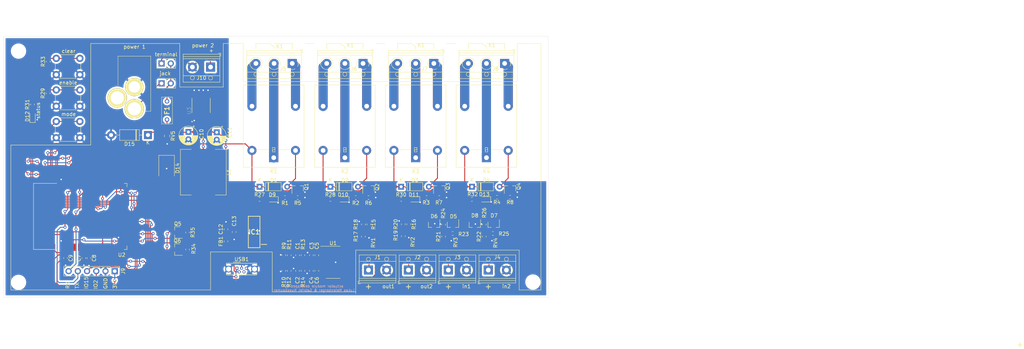
<source format=kicad_pcb>
(kicad_pcb (version 20171130) (host pcbnew "(5.1.4)-1")
  (layers (0 F.Cu signal) (31 B.Cu signal) (34 B.Paste user) (35 F.Paste user) (36 B.SilkS user) (37 F.SilkS user) (38 B.Mask user) (39 F.Mask user) (44 Edge.Cuts user))
  (net 0 "")
  (net 1 GND)
  (net 2 "Net-(C1-Pad1)")
  (net 3 "Net-(C2-Pad1)")
  (net 4 "Net-(C3-Pad1)")
  (net 5 "Net-(C4-Pad1)")
  (net 6 out1)
  (net 7 out2)
  (net 8 AD1)
  (net 9 AD2)
  (net 10 +3V3)
  (net 11 +24V)
  (net 12 "Net-(D1-Pad2)")
  (net 13 "Net-(D2-Pad2)")
  (net 14 "Net-(D3-Pad2)")
  (net 15 "Net-(D4-Pad2)")
  (net 16 /Logik/LED1)
  (net 17 /Logik/LED2)
  (net 18 /Logik/LED5)
  (net 19 /Logik/LED4)
  (net 20 in1)
  (net 21 in2)
  (net 22 /Schnittstellen/K1_1)
  (net 23 /Schnittstellen/K1_3)
  (net 24 /Schnittstellen/K1_4)
  (net 25 /Schnittstellen/K2_4)
  (net 26 /Schnittstellen/K2_3)
  (net 27 /Schnittstellen/K2_1)
  (net 28 /Schnittstellen/K3_1)
  (net 29 /Schnittstellen/K3_3)
  (net 30 /Schnittstellen/K3_4)
  (net 31 /Schnittstellen/K4_4)
  (net 32 /Schnittstellen/K4_3)
  (net 33 /Schnittstellen/K4_1)
  (net 34 GPIO_2)
  (net 35 GPIO_15)
  (net 36 TXD)
  (net 37 RXD)
  (net 38 "Net-(Q1-Pad1)")
  (net 39 "Net-(Q2-Pad1)")
  (net 40 "Net-(Q3-Pad1)")
  (net 41 "Net-(Q4-Pad1)")
  (net 42 "Net-(Q5-Pad1)")
  (net 43 RTS)
  (net 44 DTR)
  (net 45 "Net-(Q6-Pad1)")
  (net 46 K1)
  (net 47 K2)
  (net 48 K3)
  (net 49 K4)
  (net 50 pwm1)
  (net 51 pwm2)
  (net 52 "Net-(R15-Pad2)")
  (net 53 "Net-(R16-Pad2)")
  (net 54 LED_1)
  (net 55 LED_2)
  (net 56 LED_3)
  (net 57 LED_4)
  (net 58 Status)
  (net 59 SysReset)
  (net 60 "Net-(U2-Pad4)")
  (net 61 "Net-(U2-Pad5)")
  (net 62 "Net-(U2-Pad8)")
  (net 63 "Net-(U2-Pad9)")
  (net 64 "Net-(U2-Pad11)")
  (net 65 "Net-(U2-Pad13)")
  (net 66 "Net-(U2-Pad14)")
  (net 67 "Net-(U2-Pad17)")
  (net 68 "Net-(U2-Pad18)")
  (net 69 "Net-(U2-Pad19)")
  (net 70 "Net-(U2-Pad20)")
  (net 71 "Net-(U2-Pad21)")
  (net 72 "Net-(U2-Pad22)")
  (net 73 "Net-(U2-Pad32)")
  (net 74 VBUS)
  (net 75 D-)
  (net 76 D+)
  (net 77 "Net-(USB1-Pad4)")
  (net 78 /Logik/24V_jack)
  (net 79 /Logik/24V_F1)
  (net 80 "Net-(C5-Pad2)")
  (net 81 "Net-(C6-Pad2)")
  (net 82 /Logik/24V_terminal)
  (net 83 /Logik/LED3)
  (net 84 FTDI_3.3)
  (net 85 "Net-(IC1-Pad19)")
  (net 86 "Net-(IC1-Pad18)")
  (net 87 "Net-(IC1-Pad17)")
  (net 88 "Net-(IC1-Pad10)")
  (net 89 "Net-(IC1-Pad9)")
  (net 90 "Net-(IC1-Pad8)")
  (net 91 "Net-(IC1-Pad7)")
  (net 92 "Net-(IC1-Pad5)")
  (net 93 enable)
  (net 94 mode)
  (net 95 /Logik/VBUS_USB)
  (net 96 "Net-(D14-Pad1)")
  (module Connector_USB:USB_Micro-B_Wuerth_614105150721_Vertical_CircularHoles (layer F.Cu) (at 101.25 104)
    (fp_text reference USB1 (at 1.3 -2.48) (layer F.SilkS))
    (fp_text value USB_B_Micro)
    (pad 1 thru_hole rect (at 0 0) (size 0.84 0.84) (drill 0.44) (layers *.Cu *.Mask) (net 95 /Logik/VBUS_USB))
    (pad 2 thru_hole circle (at 0.65 1) (size 0.84 0.84) (drill 0.44) (layers *.Cu *.Mask) (net 75 D-))
    (pad 3 thru_hole circle (at 1.3 0) (size 0.84 0.84) (drill 0.44) (layers *.Cu *.Mask) (net 76 D+))
    (pad 4 thru_hole circle (at 1.95 1) (size 0.84 0.84) (drill 0.44) (layers *.Cu *.Mask) (net 77 "Net-(USB1-Pad4)"))
    (pad 5 thru_hole circle (at 2.6 0) (size 0.84 0.84) (drill 0.44) (layers *.Cu *.Mask) (net 1 GND))
    (pad 6 thru_hole circle (at -2.275 0.22) (size 1.85 1.85) (drill 1.35) (layers *.Cu *.Mask) (net 1 GND))
    (pad 6 thru_hole circle (at 4.875 0.22) (size 1.85 1.85) (drill 1.35) (layers *.Cu *.Mask) (net 1 GND))
  )
  (module RF_Module:ESP32-WROOM-32 (layer F.Cu) (at 61.1 89.7 90)
    (fp_text reference U2 (at -10.61 8.43) (layer F.SilkS))
    (fp_text value ESP32-WROOM-32)
    (pad 39 smd rect (at -1 -0.755 90) (size 5 5) (layers F.Cu F.Paste F.Mask))
    (pad 1 smd rect (at -8.5 -8.255 90) (size 2 0.9) (layers F.Cu F.Paste F.Mask) (net 1 GND))
    (pad 2 smd rect (at -8.5 -6.985 90) (size 2 0.9) (layers F.Cu F.Paste F.Mask) (net 10 +3V3))
    (pad 3 smd rect (at -8.5 -5.715 90) (size 2 0.9) (layers F.Cu F.Paste F.Mask) (net 93 enable))
    (pad 4 smd rect (at -8.5 -4.445 90) (size 2 0.9) (layers F.Cu F.Paste F.Mask) (net 60 "Net-(U2-Pad4)"))
    (pad 5 smd rect (at -8.5 -3.175 90) (size 2 0.9) (layers F.Cu F.Paste F.Mask) (net 61 "Net-(U2-Pad5)"))
    (pad 6 smd rect (at -8.5 -1.905 90) (size 2 0.9) (layers F.Cu F.Paste F.Mask) (net 8 AD1))
    (pad 7 smd rect (at -8.5 -0.635 90) (size 2 0.9) (layers F.Cu F.Paste F.Mask) (net 9 AD2))
    (pad 8 smd rect (at -8.5 0.635 90) (size 2 0.9) (layers F.Cu F.Paste F.Mask) (net 62 "Net-(U2-Pad8)"))
    (pad 9 smd rect (at -8.5 1.905 90) (size 2 0.9) (layers F.Cu F.Paste F.Mask) (net 63 "Net-(U2-Pad9)"))
    (pad 10 smd rect (at -8.5 3.175 90) (size 2 0.9) (layers F.Cu F.Paste F.Mask) (net 59 SysReset))
    (pad 11 smd rect (at -8.5 4.445 90) (size 2 0.9) (layers F.Cu F.Paste F.Mask) (net 64 "Net-(U2-Pad11)"))
    (pad 12 smd rect (at -8.5 5.715 90) (size 2 0.9) (layers F.Cu F.Paste F.Mask) (net 57 LED_4))
    (pad 13 smd rect (at -8.5 6.985 90) (size 2 0.9) (layers F.Cu F.Paste F.Mask) (net 65 "Net-(U2-Pad13)"))
    (pad 14 smd rect (at -8.5 8.255 90) (size 2 0.9) (layers F.Cu F.Paste F.Mask) (net 66 "Net-(U2-Pad14)"))
    (pad 15 smd rect (at -5.715 9.255 180) (size 2 0.9) (layers F.Cu F.Paste F.Mask) (net 1 GND))
    (pad 16 smd rect (at -4.445 9.255 180) (size 2 0.9) (layers F.Cu F.Paste F.Mask) (net 55 LED_2))
    (pad 17 smd rect (at -3.175 9.255 180) (size 2 0.9) (layers F.Cu F.Paste F.Mask) (net 67 "Net-(U2-Pad17)"))
    (pad 18 smd rect (at -1.905 9.255 180) (size 2 0.9) (layers F.Cu F.Paste F.Mask) (net 68 "Net-(U2-Pad18)"))
    (pad 19 smd rect (at -0.635 9.255 180) (size 2 0.9) (layers F.Cu F.Paste F.Mask) (net 69 "Net-(U2-Pad19)"))
    (pad 20 smd rect (at 0.635 9.255 180) (size 2 0.9) (layers F.Cu F.Paste F.Mask) (net 70 "Net-(U2-Pad20)"))
    (pad 21 smd rect (at 1.905 9.255 180) (size 2 0.9) (layers F.Cu F.Paste F.Mask) (net 71 "Net-(U2-Pad21)"))
    (pad 22 smd rect (at 3.175 9.255 180) (size 2 0.9) (layers F.Cu F.Paste F.Mask) (net 72 "Net-(U2-Pad22)"))
    (pad 23 smd rect (at 4.445 9.255 180) (size 2 0.9) (layers F.Cu F.Paste F.Mask) (net 35 GPIO_15))
    (pad 24 smd rect (at 5.715 9.255 180) (size 2 0.9) (layers F.Cu F.Paste F.Mask) (net 34 GPIO_2))
    (pad 25 smd rect (at 8.5 8.255 90) (size 2 0.9) (layers F.Cu F.Paste F.Mask) (net 94 mode))
    (pad 26 smd rect (at 8.5 6.985 90) (size 2 0.9) (layers F.Cu F.Paste F.Mask) (net 54 LED_1))
    (pad 27 smd rect (at 8.5 5.715 90) (size 2 0.9) (layers F.Cu F.Paste F.Mask) (net 50 pwm1))
    (pad 28 smd rect (at 8.5 4.445 90) (size 2 0.9) (layers F.Cu F.Paste F.Mask) (net 51 pwm2))
    (pad 29 smd rect (at 8.5 3.175 90) (size 2 0.9) (layers F.Cu F.Paste F.Mask) (net 58 Status))
    (pad 30 smd rect (at 8.5 1.905 90) (size 2 0.9) (layers F.Cu F.Paste F.Mask) (net 46 K1))
    (pad 31 smd rect (at 8.5 0.635 90) (size 2 0.9) (layers F.Cu F.Paste F.Mask) (net 47 K2))
    (pad 32 smd rect (at 8.5 -0.635 90) (size 2 0.9) (layers F.Cu F.Paste F.Mask) (net 73 "Net-(U2-Pad32)"))
    (pad 33 smd rect (at 8.5 -1.905 90) (size 2 0.9) (layers F.Cu F.Paste F.Mask) (net 48 K3))
    (pad 34 smd rect (at 8.5 -3.175 90) (size 2 0.9) (layers F.Cu F.Paste F.Mask) (net 37 RXD))
    (pad 35 smd rect (at 8.5 -4.445 90) (size 2 0.9) (layers F.Cu F.Paste F.Mask) (net 36 TXD))
    (pad 36 smd rect (at 8.5 -5.715 90) (size 2 0.9) (layers F.Cu F.Paste F.Mask) (net 49 K4))
    (pad 37 smd rect (at 8.5 -6.985 90) (size 2 0.9) (layers F.Cu F.Paste F.Mask) (net 56 LED_3))
    (pad 38 smd rect (at 8.5 -8.255 90) (size 2 0.9) (layers F.Cu F.Paste F.Mask) (net 1 GND))
  )
  (module MountingHole:MountingHole_3.2mm_M3_ISO7380 (layer F.Cu) (at 182.8 107.8)
    (fp_text reference H4 hide)
    (fp_text value MountingHole)
    (pad 1 np_thru_hole circle (at 0 0) (size 3.2 3.2) (drill 3.2) (layers *.Cu *.Mask))
  )
  (module MountingHole:MountingHole_3.2mm_M3_ISO7380 (layer F.Cu) (at 41.1 107.9)
    (fp_text reference H3 hide)
    (fp_text value MountingHole)
    (pad 1 np_thru_hole circle (at 0 0) (size 3.2 3.2) (drill 3.2) (layers *.Cu *.Mask))
  )
  (module MountingHole:MountingHole_3.2mm_M3_ISO7380 (layer F.Cu) (at 182.8 44.2)
    (fp_text reference H2 hide)
    (fp_text value MountingHole)
    (pad 1 np_thru_hole circle (at 0 0) (size 3.2 3.2) (drill 3.2) (layers *.Cu *.Mask))
  )
  (module MountingHole:MountingHole_3.2mm_M3_ISO7380 (layer F.Cu) (at 41.1 44.1)
    (fp_text reference H1 hide)
    (fp_text value MountingHole)
    (pad 1 np_thru_hole circle (at 0 0) (size 3.2 3.2) (drill 3.2) (layers *.Cu *.Mask))
  )
  (module CON-SOCJ-2155:CONSOCJ2155 (layer F.Cu) (at 73 60 270)
    (fp_text reference J11 hide)
    (fp_text value CON-SOCJ-2155 hide)
    (pad 3 thru_hole circle (at -3 4.7) (size 5.3 5.3) (drill 3.6401) (layers *.Cu *.Mask F.SilkS))
    (pad 2 thru_hole circle (at -6 0) (size 5 5) (drill 3.1623) (layers *.Cu *.Mask F.SilkS) (net 1 GND))
    (pad 1 thru_hole circle (at 0 0) (size 5.3 5.3) (drill 3.6401) (layers *.Cu *.Mask F.SilkS) (net 78 /Logik/24V_jack))
  )
  (module Capacitor_SMD:C_0603_1608Metric_Pad1.05x0.95mm_HandSolder (layer F.Cu) (at 117.96146 100.40834 270)
    (fp_text reference C1 (at -2.6 0 90) (layer F.SilkS))
    (fp_text value 100nF)
    (pad 2 smd roundrect (at 0.875 0 270) (size 1.05 0.95) (layers F.Cu F.Paste F.Mask) (net 1 GND))
    (pad 1 smd roundrect (at -0.875 0 270) (size 1.05 0.95) (layers F.Cu F.Paste F.Mask) (net 2 "Net-(C1-Pad1)"))
  )
  (module Capacitor_SMD:C_0603_1608Metric_Pad1.05x0.95mm_HandSolder (layer F.Cu) (at 117.96146 104.70834 90)
    (fp_text reference C2 (at -2.6 0 90) (layer F.SilkS))
    (fp_text value 100nF)
    (pad 1 smd roundrect (at -0.875 0 90) (size 1.05 0.95) (layers F.Cu F.Paste F.Mask) (net 3 "Net-(C2-Pad1)"))
    (pad 2 smd roundrect (at 0.875 0 90) (size 1.05 0.95) (layers F.Cu F.Paste F.Mask) (net 1 GND))
  )
  (module Capacitor_SMD:C_0603_1608Metric_Pad1.05x0.95mm_HandSolder (layer F.Cu) (at 121.76146 100.40834 90)
    (fp_text reference C3 (at 2.6 0.1 90) (layer F.SilkS))
    (fp_text value 10nF)
    (pad 1 smd roundrect (at -0.875 0 90) (size 1.05 0.95) (layers F.Cu F.Paste F.Mask) (net 4 "Net-(C3-Pad1)"))
    (pad 2 smd roundrect (at 0.875 0 90) (size 1.05 0.95) (layers F.Cu F.Paste F.Mask) (net 1 GND))
  )
  (module Capacitor_SMD:C_0603_1608Metric_Pad1.05x0.95mm_HandSolder (layer F.Cu) (at 121.76146 104.70834 270)
    (fp_text reference C4 (at 2.6 0 90) (layer F.SilkS))
    (fp_text value 10nF)
    (pad 1 smd roundrect (at -0.875 0 270) (size 1.05 0.95) (layers F.Cu F.Paste F.Mask) (net 5 "Net-(C4-Pad1)"))
    (pad 2 smd roundrect (at 0.875 0 270) (size 1.05 0.95) (layers F.Cu F.Paste F.Mask) (net 1 GND))
  )
  (module Capacitor_SMD:C_0603_1608Metric_Pad1.05x0.95mm_HandSolder (layer F.Cu) (at 59.1 101.2 270)
    (fp_text reference C7 (at 0 1.4 90) (layer F.SilkS))
    (fp_text value 100nF)
    (pad 1 smd roundrect (at -0.875 0 270) (size 1.05 0.95) (layers F.Cu F.Paste F.Mask) (net 8 AD1))
    (pad 2 smd roundrect (at 0.875 0 270) (size 1.05 0.95) (layers F.Cu F.Paste F.Mask) (net 1 GND))
  )
  (module Capacitor_SMD:C_0603_1608Metric_Pad1.05x0.95mm_HandSolder (layer F.Cu) (at 60.5 101.2 270)
    (fp_text reference C8 (at 0 -1.43 90) (layer F.SilkS))
    (fp_text value 100nF)
    (pad 2 smd roundrect (at 0.875 0 270) (size 1.05 0.95) (layers F.Cu F.Paste F.Mask) (net 1 GND))
    (pad 1 smd roundrect (at -0.875 0 270) (size 1.05 0.95) (layers F.Cu F.Paste F.Mask) (net 9 AD2))
  )
  (module Capacitor_SMD:C_0603_1608Metric_Pad1.05x0.95mm_HandSolder (layer F.Cu) (at 54.05 101.2 270)
    (fp_text reference C9 (at 0 -1.43 90) (layer F.SilkS))
    (fp_text value 10uF)
    (pad 2 smd roundrect (at 0.875 0 270) (size 1.05 0.95) (layers F.Cu F.Paste F.Mask) (net 1 GND))
    (pad 1 smd roundrect (at -0.875 0 270) (size 1.05 0.95) (layers F.Cu F.Paste F.Mask) (net 10 +3V3))
  )
  (module Capacitor_THT:CP_Radial_D5.0mm_P2.00mm (layer F.Cu) (at 95.7 66.5 270)
    (fp_text reference C11 (at 0 -3.6 90) (layer F.SilkS))
    (fp_text value 15uF)
    (pad 2 thru_hole circle (at 2 0 270) (size 1.6 1.6) (drill 0.8) (layers *.Cu *.Mask) (net 1 GND))
    (pad 1 thru_hole rect (at 0 0 270) (size 1.6 1.6) (drill 0.8) (layers *.Cu *.Mask) (net 10 +3V3))
  )
  (module Diode_THT:D_DO-35_SOD27_P7.62mm_Horizontal (layer F.Cu) (at 107.5 81.5)
    (fp_text reference D1 (at 3.9 -1.8) (layer F.SilkS))
    (fp_text value 1N4148)
    (fp_text user K (at 0 -1.8) (layer F.SilkS))
    (pad 2 thru_hole oval (at 7.62 0) (size 1.6 1.6) (drill 0.8) (layers *.Cu *.Mask) (net 12 "Net-(D1-Pad2)"))
    (pad 1 thru_hole rect (at 0 0) (size 1.6 1.6) (drill 0.8) (layers *.Cu *.Mask) (net 11 +24V))
  )
  (module Diode_THT:D_DO-35_SOD27_P7.62mm_Horizontal (layer F.Cu) (at 127 81.5)
    (fp_text reference D2 (at 4 -1.8) (layer F.SilkS))
    (fp_text value 1N4148)
    (fp_text user K (at 0 -1.8) (layer F.SilkS))
    (pad 1 thru_hole rect (at 0 0) (size 1.6 1.6) (drill 0.8) (layers *.Cu *.Mask) (net 11 +24V))
    (pad 2 thru_hole oval (at 7.62 0) (size 1.6 1.6) (drill 0.8) (layers *.Cu *.Mask) (net 13 "Net-(D2-Pad2)"))
  )
  (module Diode_THT:D_DO-35_SOD27_P7.62mm_Horizontal (layer F.Cu) (at 146.5 81.5)
    (fp_text reference D3 (at 3.8 -1.8) (layer F.SilkS))
    (fp_text value 1N4148)
    (fp_text user K (at 0 -1.8) (layer F.SilkS))
    (pad 2 thru_hole oval (at 7.62 0) (size 1.6 1.6) (drill 0.8) (layers *.Cu *.Mask) (net 14 "Net-(D3-Pad2)"))
    (pad 1 thru_hole rect (at 0 0) (size 1.6 1.6) (drill 0.8) (layers *.Cu *.Mask) (net 11 +24V))
  )
  (module Diode_THT:D_DO-35_SOD27_P7.62mm_Horizontal (layer F.Cu) (at 166 81.5)
    (fp_text reference D4 (at 4 -1.9) (layer F.SilkS))
    (fp_text value 1N4148)
    (fp_text user K (at 0 -1.8) (layer F.SilkS))
    (pad 1 thru_hole rect (at 0 0) (size 1.6 1.6) (drill 0.8) (layers *.Cu *.Mask) (net 11 +24V))
    (pad 2 thru_hole oval (at 7.62 0) (size 1.6 1.6) (drill 0.8) (layers *.Cu *.Mask) (net 15 "Net-(D4-Pad2)"))
  )
  (module Diode_SMD:D_SOT-23_ANK (layer F.Cu) (at 160.79166 91.96146 270)
    (fp_text reference D5 (at -2.26146 -0.10834) (layer F.SilkS))
    (fp_text value BAT54)
    (pad 1 smd rect (at 1 0 270) (size 0.9 0.8) (layers F.Cu F.Paste F.Mask) (net 10 +3V3))
    (pad "" smd rect (at -1 0.95 270) (size 0.9 0.8) (layers F.Cu F.Paste F.Mask))
    (pad 2 smd rect (at -1 -0.95 270) (size 0.9 0.8) (layers F.Cu F.Paste F.Mask) (net 8 AD1))
  )
  (module Diode_SMD:D_SOT-23_ANK (layer F.Cu) (at 155.59166 91.96146 270)
    (fp_text reference D6 (at -2.3 0) (layer F.SilkS))
    (fp_text value BAT54)
    (pad 2 smd rect (at -1 -0.95 270) (size 0.9 0.8) (layers F.Cu F.Paste F.Mask) (net 1 GND))
    (pad "" smd rect (at -1 0.95 270) (size 0.9 0.8) (layers F.Cu F.Paste F.Mask))
    (pad 1 smd rect (at 1 0 270) (size 0.9 0.8) (layers F.Cu F.Paste F.Mask) (net 8 AD1))
  )
  (module Diode_SMD:D_SOT-23_ANK (layer F.Cu) (at 171.99166 91.96146 270)
    (fp_text reference D7 (at -2.5 -0.1) (layer F.SilkS))
    (fp_text value BAT54)
    (pad 2 smd rect (at -1 -0.95 270) (size 0.9 0.8) (layers F.Cu F.Paste F.Mask) (net 9 AD2))
    (pad "" smd rect (at -1 0.95 270) (size 0.9 0.8) (layers F.Cu F.Paste F.Mask))
    (pad 1 smd rect (at 1 0 270) (size 0.9 0.8) (layers F.Cu F.Paste F.Mask) (net 10 +3V3))
  )
  (module Diode_SMD:D_SOT-23_ANK (layer F.Cu) (at 166.79166 91.96146 270)
    (fp_text reference D8 (at -2.5 0) (layer F.SilkS))
    (fp_text value BAT54)
    (pad 1 smd rect (at 1 0 270) (size 0.9 0.8) (layers F.Cu F.Paste F.Mask) (net 9 AD2))
    (pad "" smd rect (at -1 0.95 270) (size 0.9 0.8) (layers F.Cu F.Paste F.Mask))
    (pad 2 smd rect (at -1 -0.95 270) (size 0.9 0.8) (layers F.Cu F.Paste F.Mask) (net 1 GND))
  )
  (module TerminalBlock_RND:TerminalBlock_RND_205-00012_1x02_P5.00mm_Horizontal (layer F.Cu) (at 137.5 104.5)
    (fp_text reference J1 (at 2.5 -3.5) (layer F.SilkS))
    (fp_text value TB001-500-02BE hide)
    (pad 1 thru_hole rect (at 0 0) (size 2.5 2.5) (drill 1.3) (layers *.Cu *.Mask) (net 6 out1))
    (pad 2 thru_hole circle (at 5 0) (size 2.5 2.5) (drill 1.3) (layers *.Cu *.Mask) (net 1 GND))
  )
  (module TerminalBlock_RND:TerminalBlock_RND_205-00012_1x02_P5.00mm_Horizontal (layer F.Cu) (at 148.5 104.5)
    (fp_text reference J2 (at 2.5 -3.5) (layer F.SilkS))
    (fp_text value TB001-500-02BE hide)
    (pad 2 thru_hole circle (at 5 0) (size 2.5 2.5) (drill 1.3) (layers *.Cu *.Mask) (net 1 GND))
    (pad 1 thru_hole rect (at 0 0) (size 2.5 2.5) (drill 1.3) (layers *.Cu *.Mask) (net 7 out2))
  )
  (module TerminalBlock_RND:TerminalBlock_RND_205-00012_1x02_P5.00mm_Horizontal (layer F.Cu) (at 159.5 104.5)
    (fp_text reference J3 (at 2.5 -3.5) (layer F.SilkS))
    (fp_text value TB001-500-02BE hide)
    (pad 1 thru_hole rect (at 0 0) (size 2.5 2.5) (drill 1.3) (layers *.Cu *.Mask) (net 20 in1))
    (pad 2 thru_hole circle (at 5 0) (size 2.5 2.5) (drill 1.3) (layers *.Cu *.Mask) (net 1 GND))
  )
  (module TerminalBlock_RND:TerminalBlock_RND_205-00012_1x02_P5.00mm_Horizontal (layer F.Cu) (at 170.5 104.5)
    (fp_text reference J4 (at 2.5 -3.5) (layer F.SilkS))
    (fp_text value TB001-500-02BE hide)
    (pad 2 thru_hole circle (at 5 0) (size 2.5 2.5) (drill 1.3) (layers *.Cu *.Mask) (net 1 GND))
    (pad 1 thru_hole rect (at 0 0) (size 2.5 2.5) (drill 1.3) (layers *.Cu *.Mask) (net 21 in2))
  )
  (module TerminalBlock_RND:TerminalBlock_RND_205-00013_1x03_P5.00mm_Horizontal (layer F.Cu) (at 116.5 47.5 180)
    (fp_text reference J5 (at 2.5 -1.5) (layer F.SilkS))
    (fp_text value TB002-500-03BE)
    (pad 3 thru_hole circle (at 10 0 180) (size 2.5 2.5) (drill 1.3) (layers *.Cu *.Mask) (net 24 /Schnittstellen/K1_4))
    (pad 2 thru_hole circle (at 5 0 180) (size 2.5 2.5) (drill 1.3) (layers *.Cu *.Mask) (net 22 /Schnittstellen/K1_1))
    (pad 1 thru_hole rect (at 0 0 180) (size 2.5 2.5) (drill 1.3) (layers *.Cu *.Mask) (net 23 /Schnittstellen/K1_3))
  )
  (module TerminalBlock_RND:TerminalBlock_RND_205-00013_1x03_P5.00mm_Horizontal (layer F.Cu) (at 136 47.5 180)
    (fp_text reference J6 (at 2.5 -1.5) (layer F.SilkS))
    (fp_text value TB002-500-03BE)
    (pad 1 thru_hole rect (at 0 0 180) (size 2.5 2.5) (drill 1.3) (layers *.Cu *.Mask) (net 26 /Schnittstellen/K2_3))
    (pad 2 thru_hole circle (at 5 0 180) (size 2.5 2.5) (drill 1.3) (layers *.Cu *.Mask) (net 27 /Schnittstellen/K2_1))
    (pad 3 thru_hole circle (at 10 0 180) (size 2.5 2.5) (drill 1.3) (layers *.Cu *.Mask) (net 25 /Schnittstellen/K2_4))
  )
  (module TerminalBlock_RND:TerminalBlock_RND_205-00013_1x03_P5.00mm_Horizontal (layer F.Cu) (at 155.5 47.5 180)
    (fp_text reference J7 (at 2.5 -1.5) (layer F.SilkS))
    (fp_text value TB002-500-03BE)
    (pad 3 thru_hole circle (at 10 0 180) (size 2.5 2.5) (drill 1.3) (layers *.Cu *.Mask) (net 30 /Schnittstellen/K3_4))
    (pad 2 thru_hole circle (at 5 0 180) (size 2.5 2.5) (drill 1.3) (layers *.Cu *.Mask) (net 28 /Schnittstellen/K3_1))
    (pad 1 thru_hole rect (at 0 0 180) (size 2.5 2.5) (drill 1.3) (layers *.Cu *.Mask) (net 29 /Schnittstellen/K3_3))
  )
  (module TerminalBlock_RND:TerminalBlock_RND_205-00013_1x03_P5.00mm_Horizontal (layer F.Cu) (at 175 47.5 180)
    (fp_text reference J8 (at 2.5 -1.5) (layer F.SilkS))
    (fp_text value TB002-500-03BE)
    (pad 1 thru_hole rect (at 0 0 180) (size 2.5 2.5) (drill 1.3) (layers *.Cu *.Mask) (net 32 /Schnittstellen/K4_3))
    (pad 2 thru_hole circle (at 5 0 180) (size 2.5 2.5) (drill 1.3) (layers *.Cu *.Mask) (net 33 /Schnittstellen/K4_1))
    (pad 3 thru_hole circle (at 10 0 180) (size 2.5 2.5) (drill 1.3) (layers *.Cu *.Mask) (net 31 /Schnittstellen/K4_4))
  )
  (module Connector_PinHeader_2.54mm:PinHeader_1x06_P2.54mm_Vertical (layer F.Cu) (at 67.6 104.8 270)
    (fp_text reference J9 (at 0 -2.33 90) (layer F.SilkS))
    (fp_text value Conn_01x06_Male)
    (pad 1 thru_hole rect (at 0 0 270) (size 1.7 1.7) (drill 1) (layers *.Cu *.Mask) (net 10 +3V3))
    (pad 2 thru_hole oval (at 0 2.54 270) (size 1.7 1.7) (drill 1) (layers *.Cu *.Mask) (net 1 GND))
    (pad 3 thru_hole oval (at 0 5.08 270) (size 1.7 1.7) (drill 1) (layers *.Cu *.Mask) (net 34 GPIO_2))
    (pad 4 thru_hole oval (at 0 7.62 270) (size 1.7 1.7) (drill 1) (layers *.Cu *.Mask) (net 35 GPIO_15))
    (pad 5 thru_hole oval (at 0 10.16 270) (size 1.7 1.7) (drill 1) (layers *.Cu *.Mask) (net 36 TXD))
    (pad 6 thru_hole oval (at 0 12.7 270) (size 1.7 1.7) (drill 1) (layers *.Cu *.Mask) (net 37 RXD))
  )
  (module TerminalBlock_RND:TerminalBlock_RND_205-00012_1x02_P5.00mm_Horizontal (layer F.Cu) (at 94 48.5 180)
    (fp_text reference J10 (at 2.5 -3) (layer F.SilkS))
    (fp_text value TB003V-500-P02BE)
    (pad 1 thru_hole rect (at 0 0 180) (size 2.5 2.5) (drill 1.3) (layers *.Cu *.Mask) (net 82 /Logik/24V_terminal))
    (pad 2 thru_hole circle (at 5 0 180) (size 2.5 2.5) (drill 1.3) (layers *.Cu *.Mask) (net 1 GND))
  )
  (module Relay_THT:Relay_SPDT_Omron-G5LE-1 (layer F.Cu) (at 111.4 73.5 180)
    (fp_text reference K1 (at 0 -3.8) (layer F.SilkS))
    (fp_text value "G5LE-1-VD DC24")
    (pad 5 thru_hole oval (at 6 2 180) (size 2.5 2.5) (drill 1.3) (layers *.Cu *.Mask) (net 11 +24V))
    (pad 4 thru_hole oval (at 6 14.2 180) (size 2.5 2.5) (drill 1.3) (layers *.Cu *.Mask) (net 24 /Schnittstellen/K1_4))
    (pad 3 thru_hole oval (at -6 14.2 180) (size 2.5 2.5) (drill 1.3) (layers *.Cu *.Mask) (net 23 /Schnittstellen/K1_3))
    (pad 2 thru_hole oval (at -6 2 180) (size 2.5 2.5) (drill 1.3) (layers *.Cu *.Mask) (net 12 "Net-(D1-Pad2)"))
    (pad 1 thru_hole rect (at 0 0 180) (size 2.5 2.5) (drill 1.3) (layers *.Cu *.Mask) (net 22 /Schnittstellen/K1_1))
  )
  (module Relay_THT:Relay_SPDT_Omron-G5LE-1 (layer F.Cu) (at 131 73.5 180)
    (fp_text reference K2 (at 0 -3.8) (layer F.SilkS))
    (fp_text value "G5LE-1-VD DC24")
    (pad 1 thru_hole rect (at 0 0 180) (size 2.5 2.5) (drill 1.3) (layers *.Cu *.Mask) (net 27 /Schnittstellen/K2_1))
    (pad 2 thru_hole oval (at -6 2 180) (size 2.5 2.5) (drill 1.3) (layers *.Cu *.Mask) (net 13 "Net-(D2-Pad2)"))
    (pad 3 thru_hole oval (at -6 14.2 180) (size 2.5 2.5) (drill 1.3) (layers *.Cu *.Mask) (net 26 /Schnittstellen/K2_3))
    (pad 4 thru_hole oval (at 6 14.2 180) (size 2.5 2.5) (drill 1.3) (layers *.Cu *.Mask) (net 25 /Schnittstellen/K2_4))
    (pad 5 thru_hole oval (at 6 2 180) (size 2.5 2.5) (drill 1.3) (layers *.Cu *.Mask) (net 11 +24V))
  )
  (module Relay_THT:Relay_SPDT_Omron-G5LE-1 (layer F.Cu) (at 150.5 73.5 180)
    (fp_text reference K3 (at 0 -3.8) (layer F.SilkS))
    (fp_text value "G5LE-1-VD DC24")
    (pad 5 thru_hole oval (at 6 2 180) (size 2.5 2.5) (drill 1.3) (layers *.Cu *.Mask) (net 11 +24V))
    (pad 4 thru_hole oval (at 6 14.2 180) (size 2.5 2.5) (drill 1.3) (layers *.Cu *.Mask) (net 30 /Schnittstellen/K3_4))
    (pad 3 thru_hole oval (at -6 14.2 180) (size 2.5 2.5) (drill 1.3) (layers *.Cu *.Mask) (net 29 /Schnittstellen/K3_3))
    (pad 2 thru_hole oval (at -6 2 180) (size 2.5 2.5) (drill 1.3) (layers *.Cu *.Mask) (net 14 "Net-(D3-Pad2)"))
    (pad 1 thru_hole rect (at 0 0 180) (size 2.5 2.5) (drill 1.3) (layers *.Cu *.Mask) (net 28 /Schnittstellen/K3_1))
  )
  (module Relay_THT:Relay_SPDT_Omron-G5LE-1 (layer F.Cu) (at 170 73.5 180)
    (fp_text reference K4 (at 0 -3.8) (layer F.SilkS))
    (fp_text value "G5LE-1-VD DC24")
    (pad 1 thru_hole rect (at 0 0 180) (size 2.5 2.5) (drill 1.3) (layers *.Cu *.Mask) (net 33 /Schnittstellen/K4_1))
    (pad 2 thru_hole oval (at -6 2 180) (size 2.5 2.5) (drill 1.3) (layers *.Cu *.Mask) (net 15 "Net-(D4-Pad2)"))
    (pad 3 thru_hole oval (at -6 14.2 180) (size 2.5 2.5) (drill 1.3) (layers *.Cu *.Mask) (net 32 /Schnittstellen/K4_3))
    (pad 4 thru_hole oval (at 6 14.2 180) (size 2.5 2.5) (drill 1.3) (layers *.Cu *.Mask) (net 31 /Schnittstellen/K4_4))
    (pad 5 thru_hole oval (at 6 2 180) (size 2.5 2.5) (drill 1.3) (layers *.Cu *.Mask) (net 11 +24V))
  )
  (module Inductor_SMD:L_12x12mm_H6mm (layer F.Cu) (at 92 77.5 270)
    (fp_text reference L1 (at 0 -7.1 90) (layer F.SilkS))
    (fp_text value SRR1260-681K)
    (pad 1 smd rect (at -4.95 0 270) (size 2.9 5.4) (layers F.Cu F.Paste F.Mask) (net 96 "Net-(D14-Pad1)"))
    (pad 2 smd rect (at 4.95 0 270) (size 2.9 5.4) (layers F.Cu F.Paste F.Mask) (net 10 +3V3))
  )
  (module Package_TO_SOT_SMD:SOT-23 (layer F.Cu) (at 118 82 90)
    (fp_text reference Q1 (at 0.5 2.4 90) (layer F.SilkS))
    (fp_text value BSS123)
    (pad 3 smd rect (at 1 0 90) (size 0.9 0.8) (layers F.Cu F.Paste F.Mask) (net 12 "Net-(D1-Pad2)"))
    (pad 2 smd rect (at -1 0.95 90) (size 0.9 0.8) (layers F.Cu F.Paste F.Mask) (net 1 GND))
    (pad 1 smd rect (at -1 -0.95 90) (size 0.9 0.8) (layers F.Cu F.Paste F.Mask) (net 38 "Net-(Q1-Pad1)"))
  )
  (module Package_TO_SOT_SMD:SOT-23 (layer F.Cu) (at 137.5 82 90)
    (fp_text reference Q2 (at 0.4 2.4 90) (layer F.SilkS))
    (fp_text value BSS123)
    (pad 1 smd rect (at -1 -0.95 90) (size 0.9 0.8) (layers F.Cu F.Paste F.Mask) (net 39 "Net-(Q2-Pad1)"))
    (pad 2 smd rect (at -1 0.95 90) (size 0.9 0.8) (layers F.Cu F.Paste F.Mask) (net 1 GND))
    (pad 3 smd rect (at 1 0 90) (size 0.9 0.8) (layers F.Cu F.Paste F.Mask) (net 13 "Net-(D2-Pad2)"))
  )
  (module Package_TO_SOT_SMD:SOT-23 (layer F.Cu) (at 157 82 90)
    (fp_text reference Q3 (at 0.6 2.4 90) (layer F.SilkS))
    (fp_text value BSS123)
    (pad 3 smd rect (at 1 0 90) (size 0.9 0.8) (layers F.Cu F.Paste F.Mask) (net 14 "Net-(D3-Pad2)"))
    (pad 2 smd rect (at -1 0.95 90) (size 0.9 0.8) (layers F.Cu F.Paste F.Mask) (net 1 GND))
    (pad 1 smd rect (at -1 -0.95 90) (size 0.9 0.8) (layers F.Cu F.Paste F.Mask) (net 40 "Net-(Q3-Pad1)"))
  )
  (module Package_TO_SOT_SMD:SOT-23 (layer F.Cu) (at 176.5 82 90)
    (fp_text reference Q4 (at 0.6 2.4 90) (layer F.SilkS))
    (fp_text value BSS123)
    (pad 1 smd rect (at -1 -0.95 90) (size 0.9 0.8) (layers F.Cu F.Paste F.Mask) (net 41 "Net-(Q4-Pad1)"))
    (pad 2 smd rect (at -1 0.95 90) (size 0.9 0.8) (layers F.Cu F.Paste F.Mask) (net 1 GND))
    (pad 3 smd rect (at 1 0 90) (size 0.9 0.8) (layers F.Cu F.Paste F.Mask) (net 15 "Net-(D4-Pad2)"))
  )
  (module Package_TO_SOT_SMD:SOT-23 (layer F.Cu) (at 84.8592 94.12908 180)
    (fp_text reference Q5 (at -0.1 2.4) (layer F.SilkS))
    (fp_text value MMBT3904)
    (pad 3 smd rect (at 1 0 180) (size 0.9 0.8) (layers F.Cu F.Paste F.Mask) (net 93 enable))
    (pad 2 smd rect (at -1 0.95 180) (size 0.9 0.8) (layers F.Cu F.Paste F.Mask) (net 43 RTS))
    (pad 1 smd rect (at -1 -0.95 180) (size 0.9 0.8) (layers F.Cu F.Paste F.Mask) (net 42 "Net-(Q5-Pad1)"))
  )
  (module Package_TO_SOT_SMD:SOT-23 (layer F.Cu) (at 84.8592 98.82908 180)
    (fp_text reference Q6 (at 0 2.4) (layer F.SilkS))
    (fp_text value MMBT3904)
    (pad 1 smd rect (at -1 -0.95 180) (size 0.9 0.8) (layers F.Cu F.Paste F.Mask) (net 45 "Net-(Q6-Pad1)"))
    (pad 2 smd rect (at -1 0.95 180) (size 0.9 0.8) (layers F.Cu F.Paste F.Mask) (net 44 DTR))
    (pad 3 smd rect (at 1 0 180) (size 0.9 0.8) (layers F.Cu F.Paste F.Mask) (net 94 mode))
  )
  (module Resistor_SMD:R_0603_1608Metric_Pad1.05x0.95mm_HandSolder (layer F.Cu) (at 114.5 84.5 180)
    (fp_text reference R1 (at 0 -1.5) (layer F.SilkS))
    (fp_text value 330)
    (pad 2 smd roundrect (at 0.875 0 180) (size 1.05 0.95) (layers F.Cu F.Paste F.Mask) (net 46 K1))
    (pad 1 smd roundrect (at -0.875 0 180) (size 1.05 0.95) (layers F.Cu F.Paste F.Mask) (net 38 "Net-(Q1-Pad1)"))
  )
  (module Resistor_SMD:R_0603_1608Metric_Pad1.05x0.95mm_HandSolder (layer F.Cu) (at 134 84.5 180)
    (fp_text reference R2 (at 0 -1.5) (layer F.SilkS))
    (fp_text value 330)
    (pad 2 smd roundrect (at 0.875 0 180) (size 1.05 0.95) (layers F.Cu F.Paste F.Mask) (net 47 K2))
    (pad 1 smd roundrect (at -0.875 0 180) (size 1.05 0.95) (layers F.Cu F.Paste F.Mask) (net 39 "Net-(Q2-Pad1)"))
  )
  (module Resistor_SMD:R_0603_1608Metric_Pad1.05x0.95mm_HandSolder (layer F.Cu) (at 153.5 84.5 180)
    (fp_text reference R3 (at 0.1 -1.4) (layer F.SilkS))
    (fp_text value 330)
    (pad 2 smd roundrect (at 0.875 0 180) (size 1.05 0.95) (layers F.Cu F.Paste F.Mask) (net 48 K3))
    (pad 1 smd roundrect (at -0.875 0 180) (size 1.05 0.95) (layers F.Cu F.Paste F.Mask) (net 40 "Net-(Q3-Pad1)"))
  )
  (module Resistor_SMD:R_0603_1608Metric_Pad1.05x0.95mm_HandSolder (layer F.Cu) (at 172.9 84.4 180)
    (fp_text reference R4 (at 0 -1.4) (layer F.SilkS))
    (fp_text value 330)
    (pad 2 smd roundrect (at 0.875 0 180) (size 1.05 0.95) (layers F.Cu F.Paste F.Mask) (net 49 K4))
    (pad 1 smd roundrect (at -0.875 0 180) (size 1.05 0.95) (layers F.Cu F.Paste F.Mask) (net 41 "Net-(Q4-Pad1)"))
  )
  (module Resistor_SMD:R_0603_1608Metric_Pad1.05x0.95mm_HandSolder (layer F.Cu) (at 118 84.5)
    (fp_text reference R5 (at 0 1.5) (layer F.SilkS))
    (fp_text value 100k)
    (pad 1 smd roundrect (at -0.875 0) (size 1.05 0.95) (layers F.Cu F.Paste F.Mask) (net 38 "Net-(Q1-Pad1)"))
    (pad 2 smd roundrect (at 0.875 0) (size 1.05 0.95) (layers F.Cu F.Paste F.Mask) (net 1 GND))
  )
  (module Resistor_SMD:R_0603_1608Metric_Pad1.05x0.95mm_HandSolder (layer F.Cu) (at 137.5 84.5)
    (fp_text reference R6 (at 0 1.5) (layer F.SilkS))
    (fp_text value 100k)
    (pad 1 smd roundrect (at -0.875 0) (size 1.05 0.95) (layers F.Cu F.Paste F.Mask) (net 39 "Net-(Q2-Pad1)"))
    (pad 2 smd roundrect (at 0.875 0) (size 1.05 0.95) (layers F.Cu F.Paste F.Mask) (net 1 GND))
  )
  (module Resistor_SMD:R_0603_1608Metric_Pad1.05x0.95mm_HandSolder (layer F.Cu) (at 157 84.5)
    (fp_text reference R7 (at -0.1 1.4) (layer F.SilkS))
    (fp_text value 100k)
    (pad 1 smd roundrect (at -0.875 0) (size 1.05 0.95) (layers F.Cu F.Paste F.Mask) (net 40 "Net-(Q3-Pad1)"))
    (pad 2 smd roundrect (at 0.875 0) (size 1.05 0.95) (layers F.Cu F.Paste F.Mask) (net 1 GND))
  )
  (module Resistor_SMD:R_0603_1608Metric_Pad1.05x0.95mm_HandSolder (layer F.Cu) (at 176.5 84.4)
    (fp_text reference R8 (at 0 1.4) (layer F.SilkS))
    (fp_text value 100k)
    (pad 1 smd roundrect (at -0.875 0) (size 1.05 0.95) (layers F.Cu F.Paste F.Mask) (net 41 "Net-(Q4-Pad1)"))
    (pad 2 smd roundrect (at 0.875 0) (size 1.05 0.95) (layers F.Cu F.Paste F.Mask) (net 1 GND))
  )
  (module Resistor_SMD:R_0603_1608Metric_Pad1.05x0.95mm_HandSolder (layer F.Cu) (at 114.16146 100.40834 90)
    (fp_text reference R9 (at 2.6 0.1 90) (layer F.SilkS))
    (fp_text value 10k)
    (pad 2 smd roundrect (at 0.875 0 90) (size 1.05 0.95) (layers F.Cu F.Paste F.Mask) (net 1 GND))
    (pad 1 smd roundrect (at -0.875 0 90) (size 1.05 0.95) (layers F.Cu F.Paste F.Mask) (net 50 pwm1))
  )
  (module Resistor_SMD:R_0603_1608Metric_Pad1.05x0.95mm_HandSolder (layer F.Cu) (at 114.16146 104.70834 270)
    (fp_text reference R10 (at 3.1 0 90) (layer F.SilkS))
    (fp_text value 10k)
    (pad 2 smd roundrect (at 0.875 0 270) (size 1.05 0.95) (layers F.Cu F.Paste F.Mask) (net 1 GND))
    (pad 1 smd roundrect (at -0.875 0 270) (size 1.05 0.95) (layers F.Cu F.Paste F.Mask) (net 51 pwm2))
  )
  (module Resistor_SMD:R_0603_1608Metric_Pad1.05x0.95mm_HandSolder (layer F.Cu) (at 115.66146 100.40834 270)
    (fp_text reference R11 (at -3 0 90) (layer F.SilkS))
    (fp_text value 3.9k)
    (pad 2 smd roundrect (at 0.875 0 270) (size 1.05 0.95) (layers F.Cu F.Paste F.Mask) (net 50 pwm1))
    (pad 1 smd roundrect (at -0.875 0 270) (size 1.05 0.95) (layers F.Cu F.Paste F.Mask) (net 2 "Net-(C1-Pad1)"))
  )
  (module Resistor_SMD:R_0603_1608Metric_Pad1.05x0.95mm_HandSolder (layer F.Cu) (at 115.66146 104.70834 90)
    (fp_text reference R12 (at -3.1 -0.1 90) (layer F.SilkS))
    (fp_text value 3.9k)
    (pad 1 smd roundrect (at -0.875 0 90) (size 1.05 0.95) (layers F.Cu F.Paste F.Mask) (net 3 "Net-(C2-Pad1)"))
    (pad 2 smd roundrect (at 0.875 0 90) (size 1.05 0.95) (layers F.Cu F.Paste F.Mask) (net 51 pwm2))
  )
  (module Resistor_SMD:R_0603_1608Metric_Pad1.05x0.95mm_HandSolder (layer F.Cu) (at 119.46146 100.40834 90)
    (fp_text reference R13 (at 3 0 90) (layer F.SilkS))
    (fp_text value 39k)
    (pad 1 smd roundrect (at -0.875 0 90) (size 1.05 0.95) (layers F.Cu F.Paste F.Mask) (net 4 "Net-(C3-Pad1)"))
    (pad 2 smd roundrect (at 0.875 0 90) (size 1.05 0.95) (layers F.Cu F.Paste F.Mask) (net 2 "Net-(C1-Pad1)"))
  )
  (module Resistor_SMD:R_0603_1608Metric_Pad1.05x0.95mm_HandSolder (layer F.Cu) (at 119.46146 104.70834 270)
    (fp_text reference R14 (at 3.1 0 90) (layer F.SilkS))
    (fp_text value 39k)
    (pad 1 smd roundrect (at -0.875 0 270) (size 1.05 0.95) (layers F.Cu F.Paste F.Mask) (net 5 "Net-(C4-Pad1)"))
    (pad 2 smd roundrect (at 0.875 0 270) (size 1.05 0.95) (layers F.Cu F.Paste F.Mask) (net 3 "Net-(C2-Pad1)"))
  )
  (module Resistor_SMD:R_0603_1608Metric_Pad1.05x0.95mm_HandSolder (layer F.Cu) (at 137.59166 91.91146 90)
    (fp_text reference R15 (at 0 1.3 90) (layer F.SilkS))
    (fp_text value 10k)
    (pad 1 smd roundrect (at -0.875 0 90) (size 1.05 0.95) (layers F.Cu F.Paste F.Mask) (net 6 out1))
    (pad 2 smd roundrect (at 0.875 0 90) (size 1.05 0.95) (layers F.Cu F.Paste F.Mask) (net 52 "Net-(R15-Pad2)"))
  )
  (module Resistor_SMD:R_0603_1608Metric_Pad1.05x0.95mm_HandSolder (layer F.Cu) (at 148.59166 91.86146 90)
    (fp_text reference R16 (at 0 1.4 90) (layer F.SilkS))
    (fp_text value 10k)
    (pad 1 smd roundrect (at -0.875 0 90) (size 1.05 0.95) (layers F.Cu F.Paste F.Mask) (net 7 out2))
    (pad 2 smd roundrect (at 0.875 0 90) (size 1.05 0.95) (layers F.Cu F.Paste F.Mask) (net 53 "Net-(R16-Pad2)"))
  )
  (module Resistor_SMD:R_0603_1608Metric_Pad1.05x0.95mm_HandSolder (layer F.Cu) (at 136.09166 95.26146 90)
    (fp_text reference R17 (at 0 -2.09166 90) (layer F.SilkS))
    (fp_text value 22k)
    (pad 1 smd roundrect (at -0.875 0 90) (size 1.05 0.95) (layers F.Cu F.Paste F.Mask) (net 6 out1))
    (pad 2 smd roundrect (at 0.875 0 90) (size 1.05 0.95) (layers F.Cu F.Paste F.Mask) (net 80 "Net-(C5-Pad2)"))
  )
  (module Resistor_SMD:R_0603_1608Metric_Pad1.05x0.95mm_HandSolder (layer F.Cu) (at 136.09166 91.91146 90)
    (fp_text reference R18 (at 0 -2.09166 90) (layer F.SilkS))
    (fp_text value 10k)
    (pad 2 smd roundrect (at 0.875 0 90) (size 1.05 0.95) (layers F.Cu F.Paste F.Mask) (net 1 GND))
    (pad 1 smd roundrect (at -0.875 0 90) (size 1.05 0.95) (layers F.Cu F.Paste F.Mask) (net 80 "Net-(C5-Pad2)"))
  )
  (module Resistor_SMD:R_0603_1608Metric_Pad1.05x0.95mm_HandSolder (layer F.Cu) (at 147.09166 95.16146 90)
    (fp_text reference R19 (at 0.16146 -2.09166 90) (layer F.SilkS))
    (fp_text value 22k)
    (pad 2 smd roundrect (at 0.875 0 90) (size 1.05 0.95) (layers F.Cu F.Paste F.Mask) (net 81 "Net-(C6-Pad2)"))
    (pad 1 smd roundrect (at -0.875 0 90) (size 1.05 0.95) (layers F.Cu F.Paste F.Mask) (net 7 out2))
  )
  (module Resistor_SMD:R_0603_1608Metric_Pad1.05x0.95mm_HandSolder (layer F.Cu) (at 147.09166 91.86146 90)
    (fp_text reference R20 (at 0 -2.09166 90) (layer F.SilkS))
    (fp_text value 10k)
    (pad 2 smd roundrect (at 0.875 0 90) (size 1.05 0.95) (layers F.Cu F.Paste F.Mask) (net 1 GND))
    (pad 1 smd roundrect (at -0.875 0 90) (size 1.05 0.95) (layers F.Cu F.Paste F.Mask) (net 81 "Net-(C6-Pad2)"))
  )
  (module Resistor_SMD:R_0603_1608Metric_Pad1.05x0.95mm_HandSolder (layer F.Cu) (at 158.19166 95.26146 90)
    (fp_text reference R21 (at 0 -1.43 90) (layer F.SilkS))
    (fp_text value 33k)
    (pad 2 smd roundrect (at 0.875 0 90) (size 1.05 0.95) (layers F.Cu F.Paste F.Mask) (net 8 AD1))
    (pad 1 smd roundrect (at -0.875 0 90) (size 1.05 0.95) (layers F.Cu F.Paste F.Mask) (net 20 in1))
  )
  (module Resistor_SMD:R_0603_1608Metric_Pad1.05x0.95mm_HandSolder (layer F.Cu) (at 169.39166 95.26146 90)
    (fp_text reference R22 (at 0 -1.43 90) (layer F.SilkS))
    (fp_text value 33k)
    (pad 1 smd roundrect (at -0.875 0 90) (size 1.05 0.95) (layers F.Cu F.Paste F.Mask) (net 21 in2))
    (pad 2 smd roundrect (at 0.875 0 90) (size 1.05 0.95) (layers F.Cu F.Paste F.Mask) (net 9 AD2))
  )
  (module Resistor_SMD:R_0603_1608Metric_Pad1.05x0.95mm_HandSolder (layer F.Cu) (at 158.19166 91.96146 90)
    (fp_text reference R24 (at 3.1 -0.1 90) (layer F.SilkS))
    (fp_text value 11k)
    (pad 2 smd roundrect (at 0.875 0 90) (size 1.05 0.95) (layers F.Cu F.Paste F.Mask) (net 1 GND))
    (pad 1 smd roundrect (at -0.875 0 90) (size 1.05 0.95) (layers F.Cu F.Paste F.Mask) (net 8 AD1))
  )
  (module Resistor_SMD:R_0603_1608Metric_Pad1.05x0.95mm_HandSolder (layer F.Cu) (at 169.39166 91.96146 90)
    (fp_text reference R26 (at 3.26146 0.00834 90) (layer F.SilkS))
    (fp_text value 11k)
    (pad 1 smd roundrect (at -0.875 0 90) (size 1.05 0.95) (layers F.Cu F.Paste F.Mask) (net 9 AD2))
    (pad 2 smd roundrect (at 0.875 0 90) (size 1.05 0.95) (layers F.Cu F.Paste F.Mask) (net 1 GND))
  )
  (module Resistor_SMD:R_0603_1608Metric_Pad1.05x0.95mm_HandSolder (layer F.Cu) (at 87.6592 94.12908 270)
    (fp_text reference R35 (at 0 -1.43 90) (layer F.SilkS))
    (fp_text value 10k)
    (pad 2 smd roundrect (at 0.875 0 270) (size 1.05 0.95) (layers F.Cu F.Paste F.Mask) (net 45 "Net-(Q6-Pad1)"))
    (pad 1 smd roundrect (at -0.875 0 270) (size 1.05 0.95) (layers F.Cu F.Paste F.Mask) (net 43 RTS))
  )
  (module Resistor_SMD:R_0603_1608Metric_Pad1.05x0.95mm_HandSolder (layer F.Cu) (at 49.25 55.75 90)
    (fp_text reference R29 (at 0 -1.43 90) (layer F.SilkS))
    (fp_text value 10k)
    (pad 2 smd roundrect (at 0.875 0 90) (size 1.05 0.95) (layers F.Cu F.Paste F.Mask) (net 93 enable))
    (pad 1 smd roundrect (at -0.875 0 90) (size 1.05 0.95) (layers F.Cu F.Paste F.Mask) (net 10 +3V3))
  )
  (module Resistor_SMD:R_0603_1608Metric_Pad1.05x0.95mm_HandSolder (layer F.Cu) (at 107.5 85 180)
    (fp_text reference R27 (at 0 1.3) (layer F.SilkS))
    (fp_text value 220)
    (pad 1 smd roundrect (at -0.875 0 180) (size 1.05 0.95) (layers F.Cu F.Paste F.Mask) (net 16 /Logik/LED1))
    (pad 2 smd roundrect (at 0.875 0 180) (size 1.05 0.95) (layers F.Cu F.Paste F.Mask) (net 54 LED_1))
  )
  (module Resistor_SMD:R_0603_1608Metric_Pad1.05x0.95mm_HandSolder (layer F.Cu) (at 127 85 180)
    (fp_text reference R28 (at 0 1.3) (layer F.SilkS))
    (fp_text value 220)
    (pad 2 smd roundrect (at 0.875 0 180) (size 1.05 0.95) (layers F.Cu F.Paste F.Mask) (net 55 LED_2))
    (pad 1 smd roundrect (at -0.875 0 180) (size 1.05 0.95) (layers F.Cu F.Paste F.Mask) (net 17 /Logik/LED2))
  )
  (module Resistor_SMD:R_0603_1608Metric_Pad1.05x0.95mm_HandSolder (layer F.Cu) (at 146.5 85 180)
    (fp_text reference R30 (at 0 1.3) (layer F.SilkS))
    (fp_text value 220)
    (pad 1 smd roundrect (at -0.875 0 180) (size 1.05 0.95) (layers F.Cu F.Paste F.Mask) (net 83 /Logik/LED3))
    (pad 2 smd roundrect (at 0.875 0 180) (size 1.05 0.95) (layers F.Cu F.Paste F.Mask) (net 56 LED_3))
  )
  (module Resistor_SMD:R_0603_1608Metric_Pad1.05x0.95mm_HandSolder (layer F.Cu) (at 44.9629 58.82156 90)
    (fp_text reference R31 (at 0 -1.43 90) (layer F.SilkS))
    (fp_text value 220)
    (pad 1 smd roundrect (at -0.875 0 90) (size 1.05 0.95) (layers F.Cu F.Paste F.Mask) (net 18 /Logik/LED5))
    (pad 2 smd roundrect (at 0.875 0 90) (size 1.05 0.95) (layers F.Cu F.Paste F.Mask) (net 58 Status))
  )
  (module Resistor_SMD:R_0603_1608Metric_Pad1.05x0.95mm_HandSolder (layer F.Cu) (at 166 85 180)
    (fp_text reference R32 (at -0.2 1.4) (layer F.SilkS))
    (fp_text value 220)
    (pad 2 smd roundrect (at 0.875 0 180) (size 1.05 0.95) (layers F.Cu F.Paste F.Mask) (net 57 LED_4))
    (pad 1 smd roundrect (at -0.875 0 180) (size 1.05 0.95) (layers F.Cu F.Paste F.Mask) (net 19 /Logik/LED4))
  )
  (module Resistor_SMD:R_0402_1005Metric (layer F.Cu) (at 137.64166 96.86146 90)
    (fp_text reference RV1 (at -0.1 1.15 90) (layer F.SilkS))
    (fp_text value CG0402MLA-14LG)
    (pad 2 smd roundrect (at 0.485 0 90) (size 0.59 0.64) (layers F.Cu F.Paste F.Mask) (net 1 GND))
    (pad 1 smd roundrect (at -0.485 0 90) (size 0.59 0.64) (layers F.Cu F.Paste F.Mask) (net 6 out1))
  )
  (module Resistor_SMD:R_0402_1005Metric (layer F.Cu) (at 148.59166 96.86146 90)
    (fp_text reference RV2 (at 0.1 1.1 90) (layer F.SilkS))
    (fp_text value CG0402MLA-14LG)
    (pad 1 smd roundrect (at -0.485 0 90) (size 0.59 0.64) (layers F.Cu F.Paste F.Mask) (net 7 out2))
    (pad 2 smd roundrect (at 0.485 0 90) (size 0.59 0.64) (layers F.Cu F.Paste F.Mask) (net 1 GND))
  )
  (module Resistor_SMD:R_0402_1005Metric (layer F.Cu) (at 159.5 96.86146 90)
    (fp_text reference RV3 (at 0 2 90) (layer F.SilkS))
    (fp_text value CG0402MLA-14LG)
    (pad 1 smd roundrect (at -0.485 0 90) (size 0.59 0.64) (layers F.Cu F.Paste F.Mask) (net 20 in1))
    (pad 2 smd roundrect (at 0.485 0 90) (size 0.59 0.64) (layers F.Cu F.Paste F.Mask) (net 1 GND))
  )
  (module Resistor_SMD:R_0402_1005Metric (layer F.Cu) (at 170.69166 96.86146 90)
    (fp_text reference RV4 (at -0.13854 1.80834 90) (layer F.SilkS))
    (fp_text value CG0402MLA-14LG)
    (pad 2 smd roundrect (at 0.485 0 90) (size 0.59 0.64) (layers F.Cu F.Paste F.Mask) (net 1 GND))
    (pad 1 smd roundrect (at -0.485 0 90) (size 0.59 0.64) (layers F.Cu F.Paste F.Mask) (net 21 in2))
  )
  (module Package_SO:SOIC-14_3.9x8.7mm_P1.27mm (layer F.Cu) (at 127.76146 102.35834)
    (fp_text reference U1 (at 0 -5.28) (layer F.SilkS))
    (fp_text value LM324A)
    (pad 1 smd roundrect (at -2.475 -3.81) (size 1.95 0.6) (layers F.Cu F.Paste F.Mask) (net 52 "Net-(R15-Pad2)"))
    (pad 2 smd roundrect (at -2.475 -2.54) (size 1.95 0.6) (layers F.Cu F.Paste F.Mask) (net 80 "Net-(C5-Pad2)"))
    (pad 3 smd roundrect (at -2.475 -1.27) (size 1.95 0.6) (layers F.Cu F.Paste F.Mask) (net 4 "Net-(C3-Pad1)"))
    (pad 4 smd roundrect (at -2.475 0) (size 1.95 0.6) (layers F.Cu F.Paste F.Mask) (net 11 +24V))
    (pad 5 smd roundrect (at -2.475 1.27) (size 1.95 0.6) (layers F.Cu F.Paste F.Mask) (net 5 "Net-(C4-Pad1)"))
    (pad 6 smd roundrect (at -2.475 2.54) (size 1.95 0.6) (layers F.Cu F.Paste F.Mask) (net 81 "Net-(C6-Pad2)"))
    (pad 7 smd roundrect (at -2.475 3.81) (size 1.95 0.6) (layers F.Cu F.Paste F.Mask) (net 53 "Net-(R16-Pad2)"))
    (pad 8 smd roundrect (at 2.475 3.81) (size 1.95 0.6) (layers F.Cu F.Paste F.Mask))
    (pad 9 smd roundrect (at 2.475 2.54) (size 1.95 0.6) (layers F.Cu F.Paste F.Mask))
    (pad 10 smd roundrect (at 2.475 1.27) (size 1.95 0.6) (layers F.Cu F.Paste F.Mask))
    (pad 11 smd roundrect (at 2.475 0) (size 1.95 0.6) (layers F.Cu F.Paste F.Mask) (net 1 GND))
    (pad 12 smd roundrect (at 2.475 -1.27) (size 1.95 0.6) (layers F.Cu F.Paste F.Mask))
    (pad 13 smd roundrect (at 2.475 -2.54) (size 1.95 0.6) (layers F.Cu F.Paste F.Mask))
    (pad 14 smd roundrect (at 2.475 -3.81) (size 1.95 0.6) (layers F.Cu F.Paste F.Mask))
  )
  (module LM75BIMX-3_:SOIC127P600X175-8N (layer F.Cu) (at 91.4 59.1 90)
    (fp_text reference U3 (at -1.43 -3.332 90) (layer F.SilkS) (effects (font (thickness 0.05))))
    (fp_text value MIC4680-3.3YM-TR)
    (pad 1 smd rect (at -2.475 -1.905 90) (size 1.97 0.59) (layers F.Cu F.Paste F.Mask) (net 1 GND))
    (pad 2 smd rect (at -2.475 -0.635 90) (size 1.97 0.59) (layers F.Cu F.Paste F.Mask) (net 11 +24V))
    (pad 3 smd rect (at -2.475 0.635 90) (size 1.97 0.59) (layers F.Cu F.Paste F.Mask) (net 96 "Net-(D14-Pad1)"))
    (pad 4 smd rect (at -2.475 1.905 90) (size 1.97 0.59) (layers F.Cu F.Paste F.Mask) (net 10 +3V3))
    (pad 5 smd rect (at 2.475 1.905 90) (size 1.97 0.59) (layers F.Cu F.Paste F.Mask) (net 1 GND))
    (pad 6 smd rect (at 2.475 0.635 90) (size 1.97 0.59) (layers F.Cu F.Paste F.Mask) (net 1 GND))
    (pad 7 smd rect (at 2.475 -0.635 90) (size 1.97 0.59) (layers F.Cu F.Paste F.Mask) (net 1 GND))
    (pad 8 smd rect (at 2.475 -1.905 90) (size 1.97 0.59) (layers F.Cu F.Paste F.Mask) (net 1 GND))
  )
  (module RXEF025-2:RXEF0252 (layer F.Cu) (at 82 63 90)
    (fp_text reference F1 (at 2.525 0 90) (layer F.SilkS) (effects (font (size 1.27 1.27) (thickness 0.254))))
    (fp_text value RXEF020-AP hide)
    (pad 2 thru_hole circle (at 5.05 0 90) (size 1.218 1.218) (drill 0.7106) (layers *.Cu *.Mask) (net 79 /Logik/24V_F1))
    (pad 1 thru_hole circle (at 0 0 90) (size 1.218 1.218) (drill 0.7106) (layers *.Cu *.Mask) (net 11 +24V))
  )
  (module Resistor_SMD:R_0805_2012Metric_Pad1.15x1.40mm_HandSolder (layer F.Cu) (at 82 67.5 270)
    (fp_text reference RV5 (at 0 -1.65 90) (layer F.SilkS))
    (fp_text value AVRM2012C330KT801N)
    (pad 1 smd roundrect (at -1.025 0 270) (size 1.15 1.4) (layers F.Cu F.Paste F.Mask) (roundrect_rratio 0.217391) (net 11 +24V))
    (pad 2 smd roundrect (at 1.025 0 270) (size 1.15 1.4) (layers F.Cu F.Paste F.Mask) (roundrect_rratio 0.217391) (net 1 GND))
  )
  (module Capacitor_SMD:C_0603_1608Metric_Pad1.05x0.95mm_HandSolder (layer F.Cu) (at 123.26146 100.40834 90)
    (fp_text reference C5 (at 2.6 0 90) (layer F.SilkS))
    (fp_text value 1nF)
    (pad 2 smd roundrect (at 0.875 0 90) (size 1.05 0.95) (layers F.Cu F.Paste F.Mask) (net 80 "Net-(C5-Pad2)"))
    (pad 1 smd roundrect (at -0.875 0 90) (size 1.05 0.95) (layers F.Cu F.Paste F.Mask) (net 4 "Net-(C3-Pad1)"))
  )
  (module Capacitor_SMD:C_0603_1608Metric_Pad1.05x0.95mm_HandSolder (layer F.Cu) (at 123.26146 104.70834 270)
    (fp_text reference C6 (at 2.6 0 90) (layer F.SilkS))
    (fp_text value 1nF)
    (pad 1 smd roundrect (at -0.875 0 270) (size 1.05 0.95) (layers F.Cu F.Paste F.Mask) (net 5 "Net-(C4-Pad1)"))
    (pad 2 smd roundrect (at 0.875 0 270) (size 1.05 0.95) (layers F.Cu F.Paste F.Mask) (net 81 "Net-(C6-Pad2)"))
  )
  (module Capacitor_THT:CP_Radial_D5.0mm_P2.00mm (layer F.Cu) (at 87.9 66.4 270)
    (fp_text reference C10 (at 0.6 -3.6 90) (layer F.SilkS))
    (fp_text value 15uF)
    (pad 1 thru_hole rect (at 0 0 270) (size 1.6 1.6) (drill 0.8) (layers *.Cu *.Mask) (net 11 +24V))
    (pad 2 thru_hole circle (at 2 0 270) (size 1.6 1.6) (drill 0.8) (layers *.Cu *.Mask) (net 1 GND))
  )
  (module Diode_SMD:D_SMB (layer F.Cu) (at 81.9 76.4 270)
    (fp_text reference D14 (at 0 -3 90) (layer F.SilkS))
    (fp_text value B260)
    (pad 1 smd rect (at -2.15 0 270) (size 2.5 2.3) (layers F.Cu F.Paste F.Mask) (net 96 "Net-(D14-Pad1)"))
    (pad 2 smd rect (at 2.15 0 270) (size 2.5 2.3) (layers F.Cu F.Paste F.Mask) (net 1 GND))
  )
  (module Diode_THT:D_DO-41_SOD81_P10.16mm_Horizontal (layer F.Cu) (at 76.75 67.25 180)
    (fp_text reference D15 (at 5.08 -2.47) (layer F.SilkS))
    (fp_text value 1N4001G)
    (fp_text user K (at 0 -2.1) (layer F.SilkS))
    (pad 1 thru_hole rect (at 0 0 180) (size 2.2 2.2) (drill 1.1) (layers *.Cu *.Mask) (net 11 +24V))
    (pad 2 thru_hole oval (at 10.16 0 180) (size 2.2 2.2) (drill 1.1) (layers *.Cu *.Mask) (net 1 GND))
  )
  (module Connector_PinHeader_2.54mm:PinHeader_1x02_P2.54mm_Vertical (layer F.Cu) (at 80.5 47.5 90)
    (fp_text reference JP1)
    (fp_text value Jumper)
    (pad 1 thru_hole rect (at 0 0 90) (size 1.7 1.7) (drill 1) (layers *.Cu *.Mask) (net 82 /Logik/24V_terminal))
    (pad 2 thru_hole oval (at 0 2.54 90) (size 1.7 1.7) (drill 1) (layers *.Cu *.Mask) (net 79 /Logik/24V_F1))
  )
  (module Connector_PinHeader_2.54mm:PinHeader_1x02_P2.54mm_Vertical (layer F.Cu) (at 80.5 53 90)
    (fp_text reference JP2)
    (fp_text value Jumper)
    (pad 2 thru_hole oval (at 0 2.54 90) (size 1.7 1.7) (drill 1) (layers *.Cu *.Mask) (net 79 /Logik/24V_F1))
    (pad 1 thru_hole rect (at 0 0 90) (size 1.7 1.7) (drill 1) (layers *.Cu *.Mask) (net 78 /Logik/24V_jack))
  )
  (module Resistor_SMD:R_0603_1608Metric_Pad1.05x0.95mm_HandSolder (layer F.Cu) (at 87.6592 98.82908 270)
    (fp_text reference R34 (at -0.2 -1.7 90) (layer F.SilkS))
    (fp_text value 10k)
    (pad 2 smd roundrect (at 0.875 0 270) (size 1.05 0.95) (layers F.Cu F.Paste F.Mask) (net 42 "Net-(Q5-Pad1)"))
    (pad 1 smd roundrect (at -0.875 0 270) (size 1.05 0.95) (layers F.Cu F.Paste F.Mask) (net 44 DTR))
  )
  (module LED_SMD:LED_0603_1608Metric_Pad1.05x0.95mm_HandSolder (layer F.Cu) (at 111 85 180)
    (fp_text reference D9 (at 0 1.3) (layer F.SilkS))
    (fp_text value 150060VS55040)
    (pad 2 smd roundrect (at 0.875 0 180) (size 1.05 0.95) (layers F.Cu F.Paste F.Mask) (net 16 /Logik/LED1))
    (pad 1 smd roundrect (at -0.875 0 180) (size 1.05 0.95) (layers F.Cu F.Paste F.Mask) (net 1 GND))
  )
  (module LED_SMD:LED_0603_1608Metric_Pad1.05x0.95mm_HandSolder (layer F.Cu) (at 130.5 85 180)
    (fp_text reference D10 (at 0 1.3) (layer F.SilkS))
    (fp_text value 150060VS55040)
    (pad 1 smd roundrect (at -0.875 0 180) (size 1.05 0.95) (layers F.Cu F.Paste F.Mask) (net 1 GND))
    (pad 2 smd roundrect (at 0.875 0 180) (size 1.05 0.95) (layers F.Cu F.Paste F.Mask) (net 17 /Logik/LED2))
  )
  (module LED_SMD:LED_0603_1608Metric_Pad1.05x0.95mm_HandSolder (layer F.Cu) (at 150 85 180)
    (fp_text reference D11 (at 0 1.3) (layer F.SilkS))
    (fp_text value 150060VS55040)
    (pad 2 smd roundrect (at 0.875 0 180) (size 1.05 0.95) (layers F.Cu F.Paste F.Mask) (net 83 /Logik/LED3))
    (pad 1 smd roundrect (at -0.875 0 180) (size 1.05 0.95) (layers F.Cu F.Paste F.Mask) (net 1 GND))
  )
  (module LED_SMD:LED_0603_1608Metric_Pad1.05x0.95mm_HandSolder (layer F.Cu) (at 44.9629 62.12156 90)
    (fp_text reference D12 (at 0 -1.43 90) (layer F.SilkS))
    (fp_text value 150060BS55040)
    (pad 1 smd roundrect (at -0.875 0 90) (size 1.05 0.95) (layers F.Cu F.Paste F.Mask) (net 1 GND))
    (pad 2 smd roundrect (at 0.875 0 90) (size 1.05 0.95) (layers F.Cu F.Paste F.Mask) (net 18 /Logik/LED5))
  )
  (module LED_SMD:LED_0603_1608Metric_Pad1.05x0.95mm_HandSolder (layer F.Cu) (at 169.5 85 180)
    (fp_text reference D13 (at 0.1 1.4) (layer F.SilkS))
    (fp_text value 150060VS55040)
    (pad 1 smd roundrect (at -0.875 0 180) (size 1.05 0.95) (layers F.Cu F.Paste F.Mask) (net 1 GND))
    (pad 2 smd roundrect (at 0.875 0 180) (size 1.05 0.95) (layers F.Cu F.Paste F.Mask) (net 19 /Logik/LED4))
  )
  (module Button_Switch_THT:SW_PUSH_6mm_H4.3mm (layer F.Cu) (at 51.5 63.5)
    (fp_text reference SW1)
    (fp_text value SKHHALA010)
    (pad 2 thru_hole circle (at 0 4.5 90) (size 2 2) (drill 1.1) (layers *.Cu *.Mask) (net 1 GND))
    (pad 1 thru_hole circle (at 0 0 90) (size 2 2) (drill 1.1) (layers *.Cu *.Mask) (net 59 SysReset))
    (pad 2 thru_hole circle (at 6.5 4.5 90) (size 2 2) (drill 1.1) (layers *.Cu *.Mask) (net 1 GND))
    (pad 1 thru_hole circle (at 6.5 0 90) (size 2 2) (drill 1.1) (layers *.Cu *.Mask) (net 59 SysReset))
  )
  (module Button_Switch_THT:SW_PUSH_6mm_H4.3mm (layer F.Cu) (at 51.5 54.8)
    (fp_text reference SW2)
    (fp_text value SKHHALA010)
    (pad 1 thru_hole circle (at 6.5 0 90) (size 2 2) (drill 1.1) (layers *.Cu *.Mask) (net 93 enable))
    (pad 2 thru_hole circle (at 6.5 4.5 90) (size 2 2) (drill 1.1) (layers *.Cu *.Mask) (net 1 GND))
    (pad 1 thru_hole circle (at 0 0 90) (size 2 2) (drill 1.1) (layers *.Cu *.Mask) (net 93 enable))
    (pad 2 thru_hole circle (at 0 4.5 90) (size 2 2) (drill 1.1) (layers *.Cu *.Mask) (net 1 GND))
  )
  (module Button_Switch_THT:SW_PUSH_6mm_H4.3mm (layer F.Cu) (at 51.5 46.1)
    (fp_text reference SW3)
    (fp_text value SKHHALA010)
    (pad 2 thru_hole circle (at 0 4.5 90) (size 2 2) (drill 1.1) (layers *.Cu *.Mask) (net 1 GND))
    (pad 1 thru_hole circle (at 0 0 90) (size 2 2) (drill 1.1) (layers *.Cu *.Mask) (net 94 mode))
    (pad 2 thru_hole circle (at 6.5 4.5 90) (size 2 2) (drill 1.1) (layers *.Cu *.Mask) (net 1 GND))
    (pad 1 thru_hole circle (at 6.5 0 90) (size 2 2) (drill 1.1) (layers *.Cu *.Mask) (net 94 mode))
  )
  (module Capacitor_SMD:C_0603_1608Metric_Pad1.05x0.95mm_HandSolder (layer F.Cu) (at 100.5 94 270)
    (fp_text reference C13 (at -3 0 90) (layer F.SilkS))
    (fp_text value 100nF)
    (pad 2 smd roundrect (at 0.875 0 270) (size 1.05 0.95) (layers F.Cu F.Paste F.Mask) (net 1 GND))
    (pad 1 smd roundrect (at -0.875 0 270) (size 1.05 0.95) (layers F.Cu F.Paste F.Mask) (net 84 FTDI_3.3))
  )
  (module Capacitor_SMD:C_0603_1608Metric_Pad1.05x0.95mm_HandSolder (layer F.Cu) (at 98.25 93.25 90)
    (fp_text reference C12 (at 0 -1.43 90) (layer F.SilkS))
    (fp_text value 10uF)
    (pad 1 smd roundrect (at -0.875 0 90) (size 1.05 0.95) (layers F.Cu F.Paste F.Mask) (net 74 VBUS))
    (pad 2 smd roundrect (at 0.875 0 90) (size 1.05 0.95) (layers F.Cu F.Paste F.Mask) (net 1 GND))
  )
  (module Resistor_SMD:R_0603_1608Metric_Pad1.05x0.95mm_HandSolder (layer F.Cu) (at 98.25 96.6 90)
    (fp_text reference FB1 (at 0 -1.43 90) (layer F.SilkS))
    (fp_text value Ferrite_Bead)
    (pad 2 smd roundrect (at 0.875 0 90) (size 1.05 0.95) (layers F.Cu F.Paste F.Mask) (net 74 VBUS))
    (pad 1 smd roundrect (at -0.875 0 90) (size 1.05 0.95) (layers F.Cu F.Paste F.Mask) (net 95 /Logik/VBUS_USB))
  )
  (module FT231XS-U:SOP64P599X175-20N (layer F.Cu) (at 106 94 180)
    (fp_text reference IC1 (at 0 0) (layer F.SilkS) (effects (font (size 1.27 1.27) (thickness 0.254))))
    (fp_text value FT231XS-U hide)
    (pad 20 smd rect (at 2.712 -2.858 270) (size 0.435 1.526) (layers F.Cu F.Paste F.Mask) (net 37 RXD))
    (pad 19 smd rect (at 2.712 -2.222 270) (size 0.435 1.526) (layers F.Cu F.Paste F.Mask) (net 85 "Net-(IC1-Pad19)"))
    (pad 18 smd rect (at 2.712 -1.588 270) (size 0.435 1.526) (layers F.Cu F.Paste F.Mask) (net 86 "Net-(IC1-Pad18)"))
    (pad 17 smd rect (at 2.712 -0.952 270) (size 0.435 1.526) (layers F.Cu F.Paste F.Mask) (net 87 "Net-(IC1-Pad17)"))
    (pad 16 smd rect (at 2.712 -0.318 270) (size 0.435 1.526) (layers F.Cu F.Paste F.Mask) (net 1 GND))
    (pad 15 smd rect (at 2.712 0.318 270) (size 0.435 1.526) (layers F.Cu F.Paste F.Mask) (net 74 VBUS))
    (pad 14 smd rect (at 2.712 0.952 270) (size 0.435 1.526) (layers F.Cu F.Paste F.Mask) (net 84 FTDI_3.3))
    (pad 13 smd rect (at 2.712 1.588 270) (size 0.435 1.526) (layers F.Cu F.Paste F.Mask) (net 84 FTDI_3.3))
    (pad 12 smd rect (at 2.712 2.222 270) (size 0.435 1.526) (layers F.Cu F.Paste F.Mask) (net 75 D-))
    (pad 11 smd rect (at 2.712 2.858 270) (size 0.435 1.526) (layers F.Cu F.Paste F.Mask) (net 76 D+))
    (pad 10 smd rect (at -2.712 2.858 270) (size 0.435 1.526) (layers F.Cu F.Paste F.Mask) (net 88 "Net-(IC1-Pad10)"))
    (pad 9 smd rect (at -2.712 2.222 270) (size 0.435 1.526) (layers F.Cu F.Paste F.Mask) (net 89 "Net-(IC1-Pad9)"))
    (pad 8 smd rect (at -2.712 1.588 270) (size 0.435 1.526) (layers F.Cu F.Paste F.Mask) (net 90 "Net-(IC1-Pad8)"))
    (pad 7 smd rect (at -2.712 0.952 270) (size 0.435 1.526) (layers F.Cu F.Paste F.Mask) (net 91 "Net-(IC1-Pad7)"))
    (pad 6 smd rect (at -2.712 0.318 270) (size 0.435 1.526) (layers F.Cu F.Paste F.Mask) (net 1 GND))
    (pad 5 smd rect (at -2.712 -0.318 270) (size 0.435 1.526) (layers F.Cu F.Paste F.Mask) (net 92 "Net-(IC1-Pad5)"))
    (pad 4 smd rect (at -2.712 -0.952 270) (size 0.435 1.526) (layers F.Cu F.Paste F.Mask) (net 36 TXD))
    (pad 3 smd rect (at -2.712 -1.588 270) (size 0.435 1.526) (layers F.Cu F.Paste F.Mask) (net 84 FTDI_3.3))
    (pad 2 smd rect (at -2.712 -2.222 270) (size 0.435 1.526) (layers F.Cu F.Paste F.Mask) (net 43 RTS))
    (pad 1 smd rect (at -2.712 -2.858 270) (size 0.435 1.526) (layers F.Cu F.Paste F.Mask) (net 44 DTR))
  )
  (module Resistor_SMD:R_0603_1608Metric_Pad1.05x0.95mm_HandSolder (layer F.Cu) (at 49.3 47 90)
    (fp_text reference R33 (at 0 -1.43 90) (layer F.SilkS))
    (fp_text value 10k)
    (pad 1 smd roundrect (at -0.875 0 90) (size 1.05 0.95) (layers F.Cu F.Paste F.Mask) (net 10 +3V3))
    (pad 2 smd roundrect (at 0.875 0 90) (size 1.05 0.95) (layers F.Cu F.Paste F.Mask) (net 94 mode))
  )
  (module Resistor_SMD:R_0603_1608Metric_Pad1.05x0.95mm_HandSolder (layer F.Cu) (at 160.7 94.4 180)
    (fp_text reference R23 (at -3 -0.2) (layer F.SilkS))
    (fp_text value 120k)
    (pad 2 smd roundrect (at 0.875 0 180) (size 1.05 0.95) (layers F.Cu F.Paste F.Mask) (net 8 AD1))
    (pad 1 smd roundrect (at -0.875 0 180) (size 1.05 0.95) (layers F.Cu F.Paste F.Mask) (net 10 +3V3))
  )
  (module Resistor_SMD:R_0603_1608Metric_Pad1.05x0.95mm_HandSolder (layer F.Cu) (at 171.775 94.4 180)
    (fp_text reference R25 (at -3.025 -0.1) (layer F.SilkS))
    (fp_text value 120k)
    (pad 1 smd roundrect (at -0.875 0 180) (size 1.05 0.95) (layers F.Cu F.Paste F.Mask) (net 10 +3V3))
    (pad 2 smd roundrect (at 0.875 0 180) (size 1.05 0.95) (layers F.Cu F.Paste F.Mask) (net 9 AD2))
  )
  (gr_line (start 97.5 54) (end 97.5 42) (layer F.SilkS) (width 0.12))
  (gr_line (start 97.5 54) (end 97.5 54) (layer F.SilkS) (width 0.12))
  (gr_line (start 85.5 54) (end 97.5 54) (layer F.SilkS) (width 0.12))
  (gr_line (start 85.5 42) (end 85.5 54) (layer F.SilkS) (width 0.12))
  (gr_line (start 85 42) (end 85.5 42) (layer F.SilkS) (width 0.12))
  (gr_line (start 159 42) (end 161.5 42) (layer F.SilkS) (width 0.12))
  (gr_text K1 (at 171.5 42.5) (layer F.SilkS) (effects (font (size 1 1))))
  (gr_line (start 170 42.9) (end 168.8 42) (layer F.SilkS) (width 0.12))
  (gr_line (start 175 43.5) (end 175 42) (layer F.SilkS) (width 0.12))
  (gr_line (start 175 42) (end 170 42) (layer F.SilkS) (width 0.12))
  (gr_line (start 165 43.5) (end 165 42) (layer F.SilkS) (width 0.12))
  (gr_line (start 165 42) (end 168.8 42) (layer F.SilkS) (width 0.12))
  (gr_line (start 170 43.5) (end 170 42.9) (layer F.SilkS) (width 0.12))
  (gr_text K1 (at 152 42.5) (layer F.SilkS) (effects (font (size 1 1))))
  (gr_line (start 150.5 42.9) (end 149.3 42) (layer F.SilkS) (width 0.12))
  (gr_line (start 155.5 43.5) (end 155.5 42) (layer F.SilkS) (width 0.12))
  (gr_line (start 155.5 42) (end 150.5 42) (layer F.SilkS) (width 0.12))
  (gr_line (start 145.5 43.5) (end 145.5 42) (layer F.SilkS) (width 0.12))
  (gr_line (start 145.5 42) (end 149.3 42) (layer F.SilkS) (width 0.12))
  (gr_line (start 150.5 43.5) (end 150.5 42.9) (layer F.SilkS) (width 0.12))
  (gr_text K1 (at 132.5 42.5) (layer F.SilkS) (effects (font (size 1 1))))
  (gr_line (start 131 42.9) (end 129.8 42) (layer F.SilkS) (width 0.12))
  (gr_line (start 136 43.5) (end 136 42) (layer F.SilkS) (width 0.12))
  (gr_line (start 136 42) (end 131 42) (layer F.SilkS) (width 0.12))
  (gr_line (start 126 43.5) (end 126 42) (layer F.SilkS) (width 0.12))
  (gr_line (start 126 42) (end 129.8 42) (layer F.SilkS) (width 0.12))
  (gr_line (start 131 43.5) (end 131 42.9) (layer F.SilkS) (width 0.12))
  (gr_text jack (at 81.5 50.25) (layer F.SilkS) (effects (font (size 1 1))))
  (gr_line (start 178.5 52.5) (end 178.5 42) (layer F.SilkS) (width 0.12))
  (gr_line (start 120 52.5) (end 178.5 52.5) (layer F.SilkS) (width 0.12))
  (gr_line (start 103 52.5) (end 120 52.5) (layer F.SilkS) (width 0.12))
  (gr_line (start 103 42) (end 103 52.5) (layer F.SilkS) (width 0.12))
  (gr_line (start 179 99) (end 179 110) (layer F.SilkS) (width 0.12))
  (gr_line (start 134 99) (end 179 99) (layer F.SilkS) (width 0.12))
  (gr_line (start 134 111) (end 134 99) (layer F.SilkS) (width 0.12))
  (gr_line (start 111 99.5) (end 111 110.5) (layer F.SilkS) (width 0.12))
  (gr_line (start 110.5 99.5) (end 111 99.5) (layer F.SilkS) (width 0.12))
  (gr_line (start 94 99.5) (end 110.5 99.5) (layer F.SilkS) (width 0.12))
  (gr_line (start 94 100) (end 94 99.5) (layer F.SilkS) (width 0.12))
  (gr_line (start 94 108) (end 94 100) (layer F.SilkS) (width 0.12))
  (gr_line (start 94 110) (end 94 108) (layer F.SilkS) (width 0.12))
  (gr_line (start 61 70) (end 61 42) (layer F.SilkS) (width 0.12))
  (gr_line (start 60 70) (end 61 70) (layer F.SilkS) (width 0.12))
  (gr_line (start 39 70) (end 60 70) (layer F.SilkS) (width 0.12))
  (gr_line (start 179 110) (end 185 110) (layer F.SilkS) (width 0.12))
  (gr_line (start 111 110.5) (end 134 110.5) (layer F.SilkS) (width 0.12))
  (gr_line (start 94 110) (end 39 110) (layer F.SilkS) (width 0.12))
  (gr_line (start 61 42) (end 85 42) (layer F.SilkS) (width 0.12))
  (gr_line (start 39 110) (end 39 70) (layer F.SilkS) (width 0.12))
  (gr_line (start 185 87) (end 185 110) (layer F.SilkS) (width 0.12))
  (gr_line (start 185 42) (end 185 87) (layer F.SilkS) (width 0.12))
  (gr_line (start 178.5 42) (end 185 42) (layer F.SilkS) (width 0.12))
  (gr_line (start 139.5 42) (end 142 42) (layer F.SilkS) (width 0.12))
  (gr_line (start 120 42) (end 122.5 42) (layer F.SilkS) (width 0.12))
  (gr_line (start 97.5 42) (end 103 42) (layer F.SilkS) (width 0.12))
  (gr_text "power 1" (at 73.05 42.9) (layer F.SilkS) (effects (font (size 1 1))))
  (gr_text "power 2" (at 91.9 42.55) (layer F.SilkS) (effects (font (size 1 1))))
  (gr_text "actuator module developed by\nLukas Meienberger & Gabriel Nussbaumer" (at 122.5 109.5) (layer B.SilkS) (effects (font (size 0.7 0.7) (thickness 0.1)) (justify mirror)))
  (gr_text RX (at 54.66108 108.6873 90) (layer F.SilkS) (effects (font (size 1 1))))
  (gr_text TX (at 57.26108 108.7873 90) (layer F.SilkS) (effects (font (size 1 1))))
  (gr_text IO15 (at 59.76108 107.9873 90) (layer F.SilkS) (effects (font (size 1 1))))
  (gr_text IO2 (at 62.36108 108.4873 90) (layer F.SilkS) (effects (font (size 1 1))))
  (gr_text GND (at 65.06108 108.1873 90) (layer F.SilkS) (effects (font (size 1 1))))
  (gr_text 3V3 (at 67.66108 108.2873 90) (layer F.SilkS) (effects (font (size 1 1))))
  (gr_text out1 (at 143 109) (layer F.SilkS) (effects (font (size 1 1))))
  (gr_text + (at 137.5 109) (layer F.SilkS) (effects (font (size 1.5 1.5) (thickness 0.2))))
  (gr_text out2 (at 153.5 109) (layer F.SilkS) (effects (font (size 1 1))))
  (gr_text + (at 148.5 109) (layer F.SilkS) (effects (font (size 1.5 1.5) (thickness 0.2))))
  (gr_text in2 (at 175.5 109) (layer F.SilkS) (effects (font (size 1 1))))
  (gr_text + (at 170.5 109) (layer F.SilkS) (effects (font (size 1.5 1.5) (thickness 0.2))))
  (gr_text in1 (at 164.5 109) (layer F.SilkS) (effects (font (size 1 1))))
  (gr_text + (at 159.5 109) (layer F.SilkS) (effects (font (size 1.5 1.5) (thickness 0.2))))
  (gr_text status (at 46.5 60.5 90) (layer F.SilkS) (effects (font (size 1 1))))
  (gr_text terminal (at 81.75 45) (layer F.SilkS) (effects (font (size 1 1))))
  (gr_text + (at 94.2 43.95) (layer F.SilkS) (effects (font (size 1 1))))
  (gr_text + (at 317 125) (layer F.SilkS) (effects (font (size 1.5 1.5) (thickness 0.2))))
  (gr_text K1 (at 113 42.8) (layer F.SilkS) (effects (font (size 1 1))))
  (gr_line (start 116.5 42) (end 111.5 42) (layer F.SilkS) (width 0.12))
  (gr_line (start 116.5 43.5) (end 116.5 42) (layer F.SilkS) (width 0.12))
  (gr_line (start 111.5 42.9) (end 110.3 42) (layer F.SilkS) (width 0.12))
  (gr_line (start 111.5 43.5) (end 111.5 42.9) (layer F.SilkS) (width 0.12))
  (gr_line (start 106.5 42) (end 110.3 42) (layer F.SilkS) (width 0.12))
  (gr_line (start 106.5 43.5) (end 106.5 42) (layer F.SilkS) (width 0.12))
  (gr_text enable (at 54.8 52.8) (layer F.SilkS) (effects (font (size 1 1))))
  (gr_text clear (at 54.9 44.1) (layer F.SilkS) (effects (font (size 1 1))))
  (gr_text mode (at 54.9 61.5) (layer F.SilkS) (effects (font (size 1 1))))
  (gr_line (start 37 40) (end 37 112) (layer Edge.Cuts) (width 0.05))
  (gr_line (start 187 40) (end 37 40) (layer Edge.Cuts) (width 0.05))
  (gr_line (start 187 112) (end 187 40) (layer Edge.Cuts) (width 0.05))
  (gr_line (start 37 112) (end 187 112) (layer Edge.Cuts) (width 0.05))
  (via (at 120 83) (size 0.8) (drill 0.4) (layers F.Cu B.Cu) (net 1))
  (segment (start 118.95 83) (end 120 83) (width 0.25) (layer F.Cu) (net 1))
  (via (at 120 84.5) (size 0.8) (drill 0.4) (layers F.Cu B.Cu) (net 1))
  (segment (start 118.875 84.5) (end 120 84.5) (width 0.25) (layer F.Cu) (net 1))
  (via (at 139.4 83) (size 0.8) (drill 0.4) (layers F.Cu B.Cu) (net 1))
  (segment (start 138.45 83) (end 139.4 83) (width 0.25) (layer F.Cu) (net 1))
  (via (at 139.5 84.5) (size 0.8) (drill 0.4) (layers F.Cu B.Cu) (net 1))
  (segment (start 138.375 84.5) (end 139.5 84.5) (width 0.25) (layer F.Cu) (net 1))
  (via (at 159 83) (size 0.8) (drill 0.4) (layers F.Cu B.Cu) (net 1))
  (via (at 159 84.5) (size 0.8) (drill 0.4) (layers F.Cu B.Cu) (net 1))
  (via (at 46.2629 63.02156) (size 0.8) (drill 0.4) (layers F.Cu B.Cu) (net 1))
  (segment (start 44.9629 62.99656) (end 46.2379 62.99656) (width 0.25) (layer F.Cu) (net 1))
  (segment (start 46.2379 62.99656) (end 46.2629 63.02156) (width 0.25) (layer F.Cu) (net 1))
  (via (at 137.641813 95.611613) (size 0.8) (drill 0.4) (layers F.Cu B.Cu) (net 1))
  (segment (start 137.64166 96.37646) (end 137.64166 95.611766) (width 0.25) (layer F.Cu) (net 1))
  (segment (start 137.64166 95.611766) (end 137.641813 95.611613) (width 0.25) (layer F.Cu) (net 1))
  (segment (start 167.7 108.2) (end 167.6 108.2) (width 0.25) (layer B.Cu) (net 1))
  (segment (start 148.59166 96.37646) (end 148.59166 95.96146) (width 0.25) (layer F.Cu) (net 1))
  (via (at 89.5 54.9) (size 0.8) (drill 0.4) (layers F.Cu B.Cu) (net 1))
  (segment (start 89.495 56.625) (end 89.495 54.905) (width 0.25) (layer F.Cu) (net 1))
  (segment (start 89.495 54.905) (end 89.5 54.9) (width 0.25) (layer F.Cu) (net 1))
  (via (at 90.8 54.9) (size 0.8) (drill 0.4) (layers F.Cu B.Cu) (net 1))
  (segment (start 90.765 56.625) (end 90.765 54.935) (width 0.25) (layer F.Cu) (net 1))
  (segment (start 90.765 54.935) (end 90.8 54.9) (width 0.25) (layer F.Cu) (net 1))
  (via (at 92 54.9) (size 0.8) (drill 0.4) (layers F.Cu B.Cu) (net 1))
  (segment (start 92.035 56.625) (end 92.035 54.935) (width 0.25) (layer F.Cu) (net 1))
  (segment (start 92.035 54.935) (end 92 54.9) (width 0.25) (layer F.Cu) (net 1))
  (via (at 93.3 54.9) (size 0.8) (drill 0.4) (layers F.Cu B.Cu) (net 1))
  (segment (start 93.305 56.625) (end 93.305 54.905) (width 0.25) (layer F.Cu) (net 1))
  (segment (start 93.305 54.905) (end 93.3 54.9) (width 0.25) (layer F.Cu) (net 1))
  (segment (start 159 83) (end 157.95 83) (width 0.25) (layer F.Cu) (net 1))
  (segment (start 159 84.5) (end 157.875 84.5) (width 0.25) (layer F.Cu) (net 1))
  (via (at 178.5 83) (size 0.8) (drill 0.4) (layers F.Cu B.Cu) (net 1))
  (segment (start 177.45 83) (end 178.5 83) (width 0.25) (layer F.Cu) (net 1))
  (via (at 178.5 84.4) (size 0.8) (drill 0.4) (layers F.Cu B.Cu) (net 1))
  (segment (start 177.375 84.4) (end 178.5 84.4) (width 0.25) (layer F.Cu) (net 1))
  (segment (start 117.96146 101.28334) (end 117.68334 101.28334) (width 0.25) (layer F.Cu) (net 1))
  (via (at 116.871564 101.021279) (size 0.8) (drill 0.4) (layers F.Cu B.Cu) (net 1))
  (segment (start 117.96146 101.28334) (end 117.133625 101.28334) (width 0.25) (layer F.Cu) (net 1))
  (segment (start 117.133625 101.28334) (end 116.871564 101.021279) (width 0.25) (layer F.Cu) (net 1))
  (via (at 120.72155 99.675) (size 0.8) (drill 0.4) (layers F.Cu B.Cu) (net 1))
  (segment (start 121.76146 99.53334) (end 120.86321 99.53334) (width 0.25) (layer F.Cu) (net 1))
  (segment (start 120.86321 99.53334) (end 120.72155 99.675) (width 0.25) (layer F.Cu) (net 1))
  (via (at 116.864676 104.075) (size 0.8) (drill 0.4) (layers F.Cu B.Cu) (net 1))
  (segment (start 117.96146 103.83334) (end 117.106336 103.83334) (width 0.25) (layer F.Cu) (net 1))
  (segment (start 117.106336 103.83334) (end 116.864676 104.075) (width 0.25) (layer F.Cu) (net 1))
  (via (at 120.6 105.425) (size 0.8) (drill 0.4) (layers F.Cu B.Cu) (net 1))
  (segment (start 121.76146 105.58334) (end 120.75834 105.58334) (width 0.25) (layer F.Cu) (net 1))
  (segment (start 120.75834 105.58334) (end 120.6 105.425) (width 0.25) (layer F.Cu) (net 1))
  (via (at 98.25 91.2) (size 0.8) (drill 0.4) (layers F.Cu B.Cu) (net 1))
  (segment (start 98.25 92.375) (end 98.25 91.2) (width 0.25) (layer F.Cu) (net 1))
  (via (at 112.6 85.95) (size 0.8) (drill 0.4) (layers F.Cu B.Cu) (net 1))
  (segment (start 111.875 85) (end 111.875 85.225) (width 0.25) (layer F.Cu) (net 1))
  (segment (start 111.875 85.225) (end 112.6 85.95) (width 0.25) (layer F.Cu) (net 1))
  (via (at 132.15 85.8) (size 0.8) (drill 0.4) (layers F.Cu B.Cu) (net 1))
  (segment (start 131.375 85) (end 131.375 85.025) (width 0.25) (layer F.Cu) (net 1))
  (segment (start 131.375 85.025) (end 132.15 85.8) (width 0.25) (layer F.Cu) (net 1))
  (via (at 151.75 85.8) (size 0.8) (drill 0.4) (layers F.Cu B.Cu) (net 1))
  (segment (start 150.875 85) (end 150.95 85) (width 0.25) (layer F.Cu) (net 1))
  (segment (start 150.95 85) (end 151.75 85.8) (width 0.25) (layer F.Cu) (net 1))
  (via (at 81.9 76.5) (size 0.8) (drill 0.4) (layers F.Cu B.Cu) (net 1))
  (segment (start 81.9 78.55) (end 81.9 76.5) (width 0.25) (layer F.Cu) (net 1))
  (via (at 89.5 63.25) (size 0.8) (drill 0.4) (layers F.Cu B.Cu) (net 1))
  (segment (start 89.495 61.575) (end 89.495 63.245) (width 0.25) (layer F.Cu) (net 1))
  (segment (start 89.495 63.245) (end 89.5 63.25) (width 0.25) (layer F.Cu) (net 1))
  (via (at 52.85 96.45) (size 0.8) (drill 0.4) (layers F.Cu B.Cu) (net 1))
  (segment (start 52.845 98.2) (end 52.845 96.455) (width 0.25) (layer F.Cu) (net 1))
  (segment (start 52.845 96.455) (end 52.85 96.45) (width 0.25) (layer F.Cu) (net 1))
  (segment (start 54.05 102.075) (end 54.05 102.5) (width 0.25) (layer F.Cu) (net 1))
  (via (at 59.1 103.15) (size 0.8) (drill 0.4) (layers F.Cu B.Cu) (net 1))
  (segment (start 59.1 102.075) (end 59.1 103.15) (width 0.25) (layer F.Cu) (net 1))
  (via (at 60.502347 103.252347) (size 0.8) (drill 0.4) (layers F.Cu B.Cu) (net 1))
  (segment (start 60.5 102.075) (end 60.5 103.25) (width 0.25) (layer F.Cu) (net 1))
  (segment (start 60.5 103.25) (end 60.502347 103.252347) (width 0.25) (layer F.Cu) (net 1))
  (via (at 54.05 103.15) (size 0.8) (drill 0.4) (layers F.Cu B.Cu) (net 1))
  (segment (start 54.05 102.075) (end 54.05 103.15) (width 0.25) (layer F.Cu) (net 1))
  (via (at 68.65 95.5) (size 0.8) (drill 0.4) (layers F.Cu B.Cu) (net 1))
  (segment (start 70.355 95.415) (end 68.735 95.415) (width 0.25) (layer F.Cu) (net 1))
  (segment (start 68.735 95.415) (end 68.65 95.5) (width 0.25) (layer F.Cu) (net 1))
  (via (at 52.85 79.5) (size 0.8) (drill 0.4) (layers F.Cu B.Cu) (net 1))
  (segment (start 52.845 81.2) (end 52.845 79.505) (width 0.25) (layer F.Cu) (net 1))
  (segment (start 52.845 79.505) (end 52.85 79.5) (width 0.25) (layer F.Cu) (net 1))
  (via (at 128.45 102.35) (size 0.8) (drill 0.4) (layers F.Cu B.Cu) (net 1))
  (segment (start 130.23646 102.35834) (end 128.45834 102.35834) (width 0.25) (layer F.Cu) (net 1))
  (segment (start 128.45834 102.35834) (end 128.45 102.35) (width 0.25) (layer F.Cu) (net 1))
  (via (at 104.55 94.3) (size 0.8) (drill 0.4) (layers F.Cu B.Cu) (net 1))
  (segment (start 103.288 94.318) (end 104.532 94.318) (width 0.25) (layer F.Cu) (net 1))
  (segment (start 104.532 94.318) (end 104.55 94.3) (width 0.25) (layer F.Cu) (net 1))
  (via (at 107.423 93.65) (size 0.8) (drill 0.4) (layers F.Cu B.Cu) (net 1))
  (segment (start 108.712 93.682) (end 107.455 93.682) (width 0.25) (layer F.Cu) (net 1))
  (segment (start 107.455 93.682) (end 107.423 93.65) (width 0.25) (layer F.Cu) (net 1))
  (via (at 145.95 90.95) (size 0.8) (drill 0.4) (layers F.Cu B.Cu) (net 1))
  (segment (start 147.09166 90.98646) (end 145.98646 90.98646) (width 0.25) (layer F.Cu) (net 1))
  (segment (start 145.98646 90.98646) (end 145.95 90.95) (width 0.25) (layer F.Cu) (net 1))
  (via (at 134.95 91.1) (size 0.8) (drill 0.4) (layers F.Cu B.Cu) (net 1))
  (segment (start 136.09166 91.03646) (end 135.01354 91.03646) (width 0.25) (layer F.Cu) (net 1))
  (segment (start 135.01354 91.03646) (end 134.95 91.1) (width 0.25) (layer F.Cu) (net 1))
  (segment (start 158.19166 91.08646) (end 158.19166 91.01666) (width 0.25) (layer F.Cu) (net 1))
  (segment (start 169.39166 91.08646) (end 169.39166 91.142153) (width 0.25) (layer F.Cu) (net 1))
  (segment (start 158.19166 91.08646) (end 158.19166 91.138701) (width 0.25) (layer F.Cu) (net 1))
  (via (at 155.75 91.7) (size 0.8) (drill 0.4) (layers F.Cu B.Cu) (net 1))
  (segment (start 156.54166 90.96146) (end 156.48854 90.96146) (width 0.25) (layer F.Cu) (net 1))
  (segment (start 156.48854 90.96146) (end 155.75 91.7) (width 0.25) (layer F.Cu) (net 1))
  (via (at 166.95 91.8) (size 0.8) (drill 0.4) (layers F.Cu B.Cu) (net 1))
  (segment (start 167.74166 90.96146) (end 167.74166 91.00834) (width 0.25) (layer F.Cu) (net 1))
  (segment (start 167.74166 91.00834) (end 166.95 91.8) (width 0.25) (layer F.Cu) (net 1))
  (via (at 148.601713 95.551713) (size 0.8) (drill 0.4) (layers F.Cu B.Cu) (net 1))
  (segment (start 148.59166 95.96146) (end 148.59166 95.561766) (width 0.25) (layer F.Cu) (net 1))
  (segment (start 148.59166 95.561766) (end 148.601713 95.551713) (width 0.25) (layer F.Cu) (net 1))
  (via (at 82.05 69.7) (size 0.8) (drill 0.4) (layers F.Cu B.Cu) (net 1))
  (segment (start 82 68.525) (end 82 69.65) (width 0.25) (layer F.Cu) (net 1))
  (segment (start 82 69.65) (end 82.05 69.7) (width 0.25) (layer F.Cu) (net 1))
  (via (at 100.5 96.05) (size 0.8) (drill 0.4) (layers F.Cu B.Cu) (net 1))
  (segment (start 100.5 94.875) (end 100.5 96.05) (width 0.25) (layer F.Cu) (net 1))
  (via (at 113.3 100.3) (size 0.8) (drill 0.4) (layers F.Cu B.Cu) (net 1))
  (segment (start 114.16146 99.53334) (end 114.06666 99.53334) (width 0.25) (layer F.Cu) (net 1))
  (segment (start 114.06666 99.53334) (end 113.3 100.3) (width 0.25) (layer F.Cu) (net 1))
  (via (at 113.287653 104.887653) (size 0.8) (drill 0.4) (layers F.Cu B.Cu) (net 1))
  (segment (start 114.16146 105.58334) (end 113.98334 105.58334) (width 0.25) (layer F.Cu) (net 1))
  (segment (start 113.98334 105.58334) (end 113.287653 104.887653) (width 0.25) (layer F.Cu) (net 1))
  (via (at 160.3 96.4) (size 0.8) (drill 0.4) (layers F.Cu B.Cu) (net 1))
  (segment (start 159.5 96.37646) (end 160.27646 96.37646) (width 0.25) (layer F.Cu) (net 1))
  (segment (start 160.27646 96.37646) (end 160.3 96.4) (width 0.25) (layer F.Cu) (net 1))
  (via (at 171.5 96.4) (size 0.8) (drill 0.4) (layers F.Cu B.Cu) (net 1))
  (segment (start 170.69166 96.37646) (end 171.47646 96.37646) (width 0.25) (layer F.Cu) (net 1))
  (segment (start 171.47646 96.37646) (end 171.5 96.4) (width 0.25) (layer F.Cu) (net 1))
  (via (at 157.3 91.8) (size 0.8) (drill 0.4) (layers F.Cu B.Cu) (net 1))
  (segment (start 158.19166 91.08646) (end 158.01354 91.08646) (width 0.25) (layer F.Cu) (net 1))
  (segment (start 158.01354 91.08646) (end 157.3 91.8) (width 0.25) (layer F.Cu) (net 1))
  (via (at 171.3 85.7) (size 0.8) (drill 0.4) (layers F.Cu B.Cu) (net 1))
  (segment (start 170.375 85) (end 170.6 85) (width 0.25) (layer F.Cu) (net 1))
  (segment (start 170.6 85) (end 171.3 85.7) (width 0.25) (layer F.Cu) (net 1))
  (via (at 168.6 91.8) (size 0.8) (drill 0.4) (layers F.Cu B.Cu) (net 1))
  (segment (start 169.39166 91.08646) (end 169.31354 91.08646) (width 0.25) (layer F.Cu) (net 1))
  (segment (start 169.31354 91.08646) (end 168.6 91.8) (width 0.25) (layer F.Cu) (net 1))
  (segment (start 117.462388 100.032412) (end 117.96146 99.53334) (width 0.25) (layer F.Cu) (net 2))
  (segment (start 117.462388 100.053455) (end 117.462388 100.032412) (width 0.25) (layer F.Cu) (net 2))
  (segment (start 115.66146 99.76146) (end 116.092556 100.192556) (width 0.25) (layer F.Cu) (net 2))
  (segment (start 115.66146 99.53334) (end 115.66146 99.76146) (width 0.25) (layer F.Cu) (net 2))
  (segment (start 116.092556 100.192556) (end 116.1 100.192556) (width 0.25) (layer F.Cu) (net 2))
  (segment (start 116.1 100.192556) (end 116.203722 100.296278) (width 0.25) (layer F.Cu) (net 2))
  (segment (start 116.203722 100.296278) (end 117.219565 100.296278) (width 0.25) (layer F.Cu) (net 2))
  (segment (start 117.219565 100.296278) (end 117.462388 100.053455) (width 0.25) (layer F.Cu) (net 2))
  (segment (start 117.96146 99.53334) (end 119.46146 99.53334) (width 0.25) (layer F.Cu) (net 2))
  (segment (start 117.96146 105.58334) (end 119.46146 105.58334) (width 0.25) (layer F.Cu) (net 3))
  (segment (start 116.4448 104.8) (end 115.66146 105.58334) (width 0.25) (layer F.Cu) (net 3))
  (segment (start 117.2 104.8) (end 116.4448 104.8) (width 0.25) (layer F.Cu) (net 3))
  (segment (start 117.462388 105.062388) (end 117.2 104.8) (width 0.25) (layer F.Cu) (net 3))
  (segment (start 117.96146 105.58334) (end 117.462388 105.084268) (width 0.25) (layer F.Cu) (net 3))
  (segment (start 117.462388 105.084268) (end 117.462388 105.062388) (width 0.25) (layer F.Cu) (net 3))
  (segment (start 119.960532 100.784268) (end 119.960532 100.739468) (width 0.25) (layer F.Cu) (net 4))
  (segment (start 119.46146 101.28334) (end 119.960532 100.784268) (width 0.25) (layer F.Cu) (net 4))
  (segment (start 119.960532 100.739468) (end 120.3 100.4) (width 0.25) (layer F.Cu) (net 4))
  (segment (start 120.87812 100.4) (end 121.76146 101.28334) (width 0.25) (layer F.Cu) (net 4))
  (segment (start 120.3 100.4) (end 120.87812 100.4) (width 0.25) (layer F.Cu) (net 4))
  (segment (start 125.09146 101.28334) (end 125.28646 101.08834) (width 0.25) (layer F.Cu) (net 4))
  (segment (start 123.26146 101.28334) (end 125.09146 101.28334) (width 0.25) (layer F.Cu) (net 4))
  (segment (start 121.76146 101.28334) (end 123.26146 101.28334) (width 0.25) (layer F.Cu) (net 4))
  (segment (start 124.81646 103.62834) (end 125.28646 103.62834) (width 0.25) (layer F.Cu) (net 5))
  (segment (start 123.26146 103.83334) (end 121.76146 103.83334) (width 0.25) (layer F.Cu) (net 5))
  (segment (start 123.46646 103.62834) (end 123.26146 103.83334) (width 0.25) (layer F.Cu) (net 5))
  (segment (start 125.28646 103.62834) (end 123.46646 103.62834) (width 0.25) (layer F.Cu) (net 5))
  (segment (start 121.262388 104.332412) (end 121.262388 104.337612) (width 0.25) (layer F.Cu) (net 5))
  (segment (start 121.76146 103.83334) (end 121.262388 104.332412) (width 0.25) (layer F.Cu) (net 5))
  (segment (start 121.262388 104.337612) (end 120.9 104.7) (width 0.25) (layer F.Cu) (net 5))
  (segment (start 120.9 104.7) (end 120.3 104.7) (width 0.25) (layer F.Cu) (net 5))
  (segment (start 120.3 104.67188) (end 119.46146 103.83334) (width 0.25) (layer F.Cu) (net 5))
  (segment (start 120.3 104.7) (end 120.3 104.67188) (width 0.25) (layer F.Cu) (net 5))
  (segment (start 137.59166 94.63646) (end 136.09166 96.13646) (width 0.25) (layer F.Cu) (net 6))
  (segment (start 137.59166 92.78646) (end 137.59166 94.63646) (width 0.25) (layer F.Cu) (net 6))
  (segment (start 137.30166 97.34646) (end 137.64166 97.34646) (width 0.25) (layer F.Cu) (net 6))
  (segment (start 136.09166 96.13646) (end 137.30166 97.34646) (width 0.25) (layer F.Cu) (net 6))
  (segment (start 137.69166 104.16146) (end 137.59166 104.26146) (width 0.25) (layer F.Cu) (net 6))
  (segment (start 137.64166 104.35834) (end 137.5 104.5) (width 0.25) (layer F.Cu) (net 6))
  (segment (start 137.64166 97.34646) (end 137.64166 104.35834) (width 0.25) (layer F.Cu) (net 6))
  (segment (start 148.40166 97.34646) (end 148.59166 97.34646) (width 0.25) (layer F.Cu) (net 7))
  (segment (start 147.09166 96.03646) (end 148.40166 97.34646) (width 0.25) (layer F.Cu) (net 7))
  (segment (start 148.59166 94.53646) (end 147.09166 96.03646) (width 0.25) (layer F.Cu) (net 7))
  (segment (start 148.59166 92.73646) (end 148.59166 94.53646) (width 0.25) (layer F.Cu) (net 7))
  (segment (start 148.59166 104.40834) (end 148.5 104.5) (width 0.25) (layer F.Cu) (net 7))
  (segment (start 148.59166 97.34646) (end 148.59166 104.40834) (width 0.25) (layer F.Cu) (net 7))
  (segment (start 158.06666 92.96146) (end 158.19166 92.83646) (width 0.25) (layer F.Cu) (net 8))
  (segment (start 155.59166 92.96146) (end 158.06666 92.96146) (width 0.25) (layer F.Cu) (net 8))
  (segment (start 158.31666 92.96146) (end 158.19166 92.83646) (width 0.25) (layer F.Cu) (net 8))
  (segment (start 158.19166 92.83646) (end 158.19166 94.38646) (width 0.25) (layer F.Cu) (net 8))
  (segment (start 155.59166 92.96146) (end 155.59166 106.55834) (width 0.25) (layer F.Cu) (net 8))
  (segment (start 153.29999 108.85001) (end 149.84999 108.85001) (width 0.25) (layer F.Cu) (net 8))
  (segment (start 155.59166 106.55834) (end 153.29999 108.85001) (width 0.25) (layer F.Cu) (net 8))
  (segment (start 150.04999 108.85001) (end 149.84999 108.85001) (width 0.25) (layer F.Cu) (net 8))
  (segment (start 59.1 98.295) (end 59.195 98.2) (width 0.25) (layer F.Cu) (net 8))
  (segment (start 59.1 100.325) (end 59.1 98.295) (width 0.25) (layer F.Cu) (net 8))
  (segment (start 79.80001 108.85001) (end 149.84999 108.85001) (width 0.25) (layer F.Cu) (net 8))
  (segment (start 76.54999 107.39999) (end 78.000009 108.850009) (width 0.25) (layer F.Cu) (net 8))
  (segment (start 76.54999 101.8) (end 76.54999 107.39999) (width 0.25) (layer F.Cu) (net 8))
  (segment (start 78.000009 108.850009) (end 79.80001 108.85001) (width 0.25) (layer F.Cu) (net 8))
  (segment (start 76.54999 101.8) (end 75.79999 101.05) (width 0.25) (layer F.Cu) (net 8))
  (segment (start 75.79999 101.05) (end 75.7 101.05) (width 0.25) (layer F.Cu) (net 8))
  (segment (start 75.79999 101.05) (end 74.8 101.05) (width 0.25) (layer F.Cu) (net 8))
  (segment (start 74.8 101.05) (end 74.45 101.4) (width 0.25) (layer F.Cu) (net 8))
  (segment (start 74.45 101.4) (end 74.45 102.6) (width 0.25) (layer F.Cu) (net 8))
  (via (at 74.45 103.1) (size 0.8) (drill 0.4) (layers F.Cu B.Cu) (net 8))
  (segment (start 74.45 102.6) (end 74.45 103.1) (width 0.25) (layer F.Cu) (net 8))
  (segment (start 74.45 103.1) (end 74.050001 103.499999) (width 0.25) (layer B.Cu) (net 8))
  (via (at 71.550001 103.499999) (size 0.8) (drill 0.4) (layers F.Cu B.Cu) (net 8))
  (segment (start 71.249999 103.499999) (end 71.550001 103.499999) (width 0.25) (layer B.Cu) (net 8))
  (segment (start 74.050001 103.499999) (end 71.550001 103.499999) (width 0.25) (layer B.Cu) (net 8))
  (segment (start 59.95001 101.17501) (end 59.7375 100.9625) (width 0.25) (layer F.Cu) (net 8))
  (segment (start 69.225012 101.17501) (end 59.95001 101.17501) (width 0.25) (layer F.Cu) (net 8))
  (segment (start 71.550001 103.499999) (end 69.225012 101.17501) (width 0.25) (layer F.Cu) (net 8))
  (segment (start 59.1 100.325) (end 59.7375 100.9625) (width 0.25) (layer F.Cu) (net 8))
  (segment (start 158.690732 92.337388) (end 158.19166 92.83646) (width 0.25) (layer F.Cu) (net 8))
  (segment (start 159.291659 91.736461) (end 158.690732 92.337388) (width 0.25) (layer F.Cu) (net 8))
  (segment (start 161.016659 91.736461) (end 159.291659 91.736461) (width 0.25) (layer F.Cu) (net 8))
  (segment (start 161.74166 91.01146) (end 161.016659 91.736461) (width 0.25) (layer F.Cu) (net 8))
  (segment (start 161.74166 90.96146) (end 161.74166 91.01146) (width 0.25) (layer F.Cu) (net 8))
  (segment (start 159.81146 94.38646) (end 159.825 94.4) (width 0.25) (layer F.Cu) (net 8))
  (segment (start 158.19166 94.38646) (end 159.81146 94.38646) (width 0.25) (layer F.Cu) (net 8))
  (segment (start 169.26666 92.96146) (end 169.39166 92.83646) (width 0.25) (layer F.Cu) (net 9))
  (segment (start 169.39166 92.83646) (end 169.39166 94.38646) (width 0.25) (layer F.Cu) (net 9))
  (segment (start 166.79166 92.96146) (end 166.79166 108.70834) (width 0.25) (layer F.Cu) (net 9))
  (segment (start 166.19998 109.30002) (end 150.99998 109.30002) (width 0.25) (layer F.Cu) (net 9))
  (segment (start 166.79166 108.70834) (end 166.19998 109.30002) (width 0.25) (layer F.Cu) (net 9))
  (segment (start 60.5 98.235) (end 60.465 98.2) (width 0.25) (layer F.Cu) (net 9))
  (segment (start 60.5 100.325) (end 60.5 98.235) (width 0.25) (layer F.Cu) (net 9))
  (segment (start 79.74998 109.30002) (end 77.60002 109.30002) (width 0.25) (layer F.Cu) (net 9))
  (segment (start 79.74998 109.30002) (end 79.61361 109.30002) (width 0.25) (layer F.Cu) (net 9))
  (segment (start 150.99998 109.30002) (end 79.74998 109.30002) (width 0.25) (layer F.Cu) (net 9))
  (segment (start 77.60002 109.30002) (end 76.09998 107.79998) (width 0.25) (layer F.Cu) (net 9))
  (segment (start 60.525 100.3) (end 60.5 100.325) (width 0.25) (layer F.Cu) (net 9))
  (segment (start 76.09998 107.79998) (end 76.09998 102.44998) (width 0.25) (layer F.Cu) (net 9))
  (via (at 75.35 102.1) (size 0.8) (drill 0.4) (layers F.Cu B.Cu) (net 9))
  (segment (start 76.09998 102.44998) (end 75.75 102.1) (width 0.25) (layer F.Cu) (net 9))
  (segment (start 75.75 102.1) (end 75.35 102.1) (width 0.25) (layer F.Cu) (net 9))
  (segment (start 75.35 102.1) (end 73.4 102.1) (width 0.25) (layer B.Cu) (net 9))
  (segment (start 73.4 102.1) (end 72.2 102.1) (width 0.25) (layer B.Cu) (net 9))
  (via (at 71.95 102.05) (size 0.8) (drill 0.4) (layers F.Cu B.Cu) (net 9))
  (segment (start 72.2 102.1) (end 72 102.1) (width 0.25) (layer B.Cu) (net 9))
  (segment (start 72 102.1) (end 71.95 102.05) (width 0.25) (layer B.Cu) (net 9))
  (segment (start 61.075 100.325) (end 60.5 100.325) (width 0.25) (layer F.Cu) (net 9))
  (segment (start 69.33858 100.325) (end 61.075 100.325) (width 0.25) (layer F.Cu) (net 9))
  (segment (start 71.06358 102.05) (end 69.33858 100.325) (width 0.25) (layer F.Cu) (net 9))
  (segment (start 71.95 102.05) (end 71.06358 102.05) (width 0.25) (layer F.Cu) (net 9))
  (segment (start 166.79166 92.96146) (end 168.78854 92.96146) (width 0.25) (layer F.Cu) (net 9))
  (segment (start 168.78854 92.96146) (end 169.26666 92.96146) (width 0.25) (layer F.Cu) (net 9))
  (segment (start 172.94166 90.96146) (end 172.94166 91.01146) (width 0.25) (layer F.Cu) (net 9))
  (segment (start 172.94166 91.01146) (end 172.216659 91.736461) (width 0.25) (layer F.Cu) (net 9))
  (segment (start 170.491659 91.736461) (end 169.39166 92.83646) (width 0.25) (layer F.Cu) (net 9))
  (segment (start 172.216659 91.736461) (end 170.491659 91.736461) (width 0.25) (layer F.Cu) (net 9))
  (segment (start 169.4052 94.4) (end 169.39166 94.38646) (width 0.25) (layer F.Cu) (net 9))
  (segment (start 170.9 94.4) (end 169.4052 94.4) (width 0.25) (layer F.Cu) (net 9))
  (segment (start 93.305 65.155) (end 94.65 66.5) (width 0.25) (layer F.Cu) (net 10))
  (segment (start 93.305 61.575) (end 93.305 65.155) (width 0.25) (layer F.Cu) (net 10))
  (segment (start 95.7 66.5) (end 94.65 66.5) (width 0.25) (layer F.Cu) (net 10))
  (segment (start 54.05 98.265) (end 54.115 98.2) (width 0.25) (layer F.Cu) (net 10))
  (segment (start 54.05 100.325) (end 54.05 98.265) (width 0.25) (layer F.Cu) (net 10))
  (segment (start 48.80001 95.15001) (end 47.027189 95.150009) (width 0.25) (layer F.Cu) (net 10))
  (segment (start 51.1 99.22282) (end 51.1 97.45) (width 0.25) (layer F.Cu) (net 10))
  (segment (start 45.65 54.45) (end 45.65 48.45449) (width 0.25) (layer F.Cu) (net 10))
  (segment (start 54.05 100.325) (end 52.20218 100.325) (width 0.25) (layer F.Cu) (net 10))
  (segment (start 42.55 90.67282) (end 42.55 57.55) (width 0.25) (layer F.Cu) (net 10))
  (segment (start 42.55 57.55) (end 45.65 54.45) (width 0.25) (layer F.Cu) (net 10))
  (segment (start 47.027189 95.150009) (end 42.55 90.67282) (width 0.25) (layer F.Cu) (net 10))
  (segment (start 45.65 48.45449) (end 51.25449 42.85) (width 0.25) (layer F.Cu) (net 10))
  (segment (start 51.25449 42.85) (end 59.35 42.85) (width 0.25) (layer F.Cu) (net 10))
  (segment (start 51.1 97.45) (end 48.80001 95.15001) (width 0.25) (layer F.Cu) (net 10))
  (segment (start 62.35 45.85) (end 61.25 44.75) (width 0.25) (layer F.Cu) (net 10))
  (segment (start 65.6 64.1) (end 62.35 60.85) (width 0.25) (layer F.Cu) (net 10))
  (segment (start 61.25 44.75) (end 61.35 44.85) (width 0.25) (layer F.Cu) (net 10))
  (segment (start 78.25 64.1) (end 65.6 64.1) (width 0.25) (layer F.Cu) (net 10))
  (segment (start 59.35 42.85) (end 61.25 44.75) (width 0.25) (layer F.Cu) (net 10))
  (segment (start 93.305 61.575) (end 93.305 60.885) (width 0.25) (layer F.Cu) (net 10))
  (segment (start 93.305 60.885) (end 92.684999 60.264999) (width 0.25) (layer F.Cu) (net 10))
  (segment (start 92.684999 60.264999) (end 82.085001 60.264999) (width 0.25) (layer F.Cu) (net 10))
  (segment (start 82.085001 60.264999) (end 78.25 64.1) (width 0.25) (layer F.Cu) (net 10))
  (segment (start 92 82.45) (end 93.25 82.45) (width 0.25) (layer F.Cu) (net 10))
  (segment (start 67.6 104.8) (end 67.6 105.9) (width 0.25) (layer B.Cu) (net 10))
  (via (at 67.6 107.35) (size 0.8) (drill 0.4) (layers F.Cu B.Cu) (net 10))
  (segment (start 67.6 105.9) (end 67.6 107.35) (width 0.25) (layer B.Cu) (net 10))
  (segment (start 67.6 107.35) (end 67.6 108.15) (width 0.25) (layer F.Cu) (net 10))
  (segment (start 67.6 108.15) (end 67 108.75) (width 0.25) (layer F.Cu) (net 10))
  (segment (start 51.7 102.675) (end 54.05 100.325) (width 0.25) (layer F.Cu) (net 10))
  (segment (start 171.99166 92.96146) (end 171.99166 93.01146) (width 0.25) (layer F.Cu) (net 10))
  (segment (start 51.7 102.675) (end 51.7 108.2) (width 0.25) (layer F.Cu) (net 10))
  (segment (start 52.25 108.75) (end 67 108.75) (width 0.25) (layer F.Cu) (net 10))
  (segment (start 51.7 108.2) (end 52.25 108.75) (width 0.25) (layer F.Cu) (net 10))
  (segment (start 51.1 99.22282) (end 51.57718 99.7) (width 0.25) (layer F.Cu) (net 10))
  (segment (start 53.425 99.7) (end 54.05 100.325) (width 0.25) (layer F.Cu) (net 10))
  (segment (start 51.57718 99.7) (end 53.425 99.7) (width 0.25) (layer F.Cu) (net 10))
  (segment (start 61.475 56.625) (end 62.35 57.5) (width 0.25) (layer F.Cu) (net 10))
  (segment (start 49.25 56.625) (end 61.475 56.625) (width 0.25) (layer F.Cu) (net 10))
  (segment (start 62.35 60.85) (end 62.35 57.5) (width 0.25) (layer F.Cu) (net 10))
  (segment (start 61.425 47.875) (end 62.35 48.8) (width 0.25) (layer F.Cu) (net 10))
  (segment (start 49.3 47.875) (end 61.425 47.875) (width 0.25) (layer F.Cu) (net 10))
  (segment (start 62.35 57.5) (end 62.35 48.8) (width 0.25) (layer F.Cu) (net 10))
  (segment (start 62.35 48.8) (end 62.35 45.85) (width 0.25) (layer F.Cu) (net 10))
  (segment (start 160.79166 93.61666) (end 161.575 94.4) (width 0.25) (layer F.Cu) (net 10))
  (segment (start 160.79166 92.96146) (end 160.79166 93.61666) (width 0.25) (layer F.Cu) (net 10))
  (segment (start 172.65 93.6198) (end 171.99166 92.96146) (width 0.25) (layer F.Cu) (net 10))
  (segment (start 172.65 94.4) (end 172.65 93.6198) (width 0.25) (layer F.Cu) (net 10))
  (segment (start 50.75 108.9) (end 50.75 101.65) (width 0.25) (layer F.Cu) (net 10))
  (segment (start 51.60003 109.75003) (end 50.75 108.9) (width 0.25) (layer F.Cu) (net 10))
  (segment (start 52.075 100.325) (end 54.05 100.325) (width 0.25) (layer F.Cu) (net 10))
  (segment (start 172.65 94.4) (end 172.22051 94.4) (width 0.25) (layer F.Cu) (net 10))
  (segment (start 172.22051 94.4) (end 171.33406 95.28645) (width 0.25) (layer F.Cu) (net 10))
  (segment (start 171.33406 95.28645) (end 168.51355 95.28645) (width 0.25) (layer F.Cu) (net 10))
  (segment (start 168.51355 95.28645) (end 167.241669 96.558331) (width 0.25) (layer F.Cu) (net 10))
  (segment (start 166.38638 109.75003) (end 51.60003 109.75003) (width 0.25) (layer F.Cu) (net 10))
  (segment (start 167.241669 96.558331) (end 167.241669 108.894741) (width 0.25) (layer F.Cu) (net 10))
  (segment (start 50.75 101.65) (end 52.075 100.325) (width 0.25) (layer F.Cu) (net 10))
  (segment (start 167.241669 108.894741) (end 166.38638 109.75003) (width 0.25) (layer F.Cu) (net 10))
  (segment (start 172.64166 92.96146) (end 171.99166 92.96146) (width 0.25) (layer F.Cu) (net 10))
  (segment (start 174.5 91.10312) (end 172.64166 92.96146) (width 0.25) (layer F.Cu) (net 10))
  (segment (start 174.5 90.30002) (end 174.5 91.10312) (width 0.25) (layer F.Cu) (net 10))
  (segment (start 160.79166 92.96146) (end 162.38854 92.96146) (width 0.25) (layer F.Cu) (net 10))
  (segment (start 162.38854 92.96146) (end 166.075001 89.274999) (width 0.25) (layer F.Cu) (net 10))
  (segment (start 166.075001 89.274999) (end 171.688589 89.274999) (width 0.25) (layer F.Cu) (net 10))
  (segment (start 171.688589 89.274999) (end 172.3636 89.95001) (width 0.25) (layer F.Cu) (net 10))
  (segment (start 172.3636 89.95001) (end 174.14999 89.95001) (width 0.25) (layer F.Cu) (net 10))
  (segment (start 174.14999 89.95001) (end 174.5 90.30002) (width 0.25) (layer F.Cu) (net 10))
  (segment (start 92 80.75) (end 98.2 74.55) (width 0.25) (layer F.Cu) (net 10))
  (segment (start 92 82.45) (end 92 80.75) (width 0.25) (layer F.Cu) (net 10))
  (via (at 98.2 70.425) (size 0.8) (drill 0.4) (layers F.Cu B.Cu) (net 10))
  (segment (start 98.2 74.55) (end 98.2 70.425) (width 0.25) (layer F.Cu) (net 10))
  (via (at 98.2 68.7) (size 0.8) (drill 0.4) (layers F.Cu B.Cu) (net 10))
  (segment (start 98.2 70.425) (end 98.2 68.7) (width 0.25) (layer B.Cu) (net 10))
  (segment (start 96 66.5) (end 95.7 66.5) (width 0.25) (layer F.Cu) (net 10))
  (segment (start 98.2 68.7) (end 96 66.5) (width 0.25) (layer F.Cu) (net 10))
  (segment (start 105.4 80.45) (end 105.4 71.5) (width 0.25) (layer F.Cu) (net 11))
  (segment (start 107.5 81.5) (end 106.45 81.5) (width 0.25) (layer F.Cu) (net 11))
  (segment (start 106.45 81.5) (end 105.4 80.45) (width 0.25) (layer F.Cu) (net 11))
  (segment (start 125 80.55) (end 125 73.267766) (width 0.25) (layer F.Cu) (net 11))
  (segment (start 125.95 81.5) (end 125 80.55) (width 0.25) (layer F.Cu) (net 11))
  (segment (start 145.45 81.5) (end 144.5 80.55) (width 0.25) (layer F.Cu) (net 11))
  (segment (start 144.5 80.55) (end 144.5 71.5) (width 0.25) (layer F.Cu) (net 11))
  (segment (start 164.95 81.5) (end 164 80.55) (width 0.25) (layer F.Cu) (net 11))
  (segment (start 164 80.55) (end 164 71.5) (width 0.25) (layer F.Cu) (net 11))
  (segment (start 90.765 60.885) (end 90.765 61.575) (width 0.25) (layer F.Cu) (net 11))
  (segment (start 90.765 64.585) (end 88.95 66.4) (width 0.25) (layer F.Cu) (net 11))
  (segment (start 90.765 61.575) (end 90.765 64.585) (width 0.25) (layer F.Cu) (net 11))
  (segment (start 90.765 62.265) (end 90.765 61.575) (width 0.25) (layer F.Cu) (net 11))
  (segment (start 125 73.267766) (end 125 71.5) (width 0.25) (layer F.Cu) (net 11))
  (segment (start 148.675001 82.625001) (end 147.55 81.5) (width 0.25) (layer F.Cu) (net 11))
  (segment (start 154.660001 82.625001) (end 148.675001 82.625001) (width 0.25) (layer F.Cu) (net 11))
  (segment (start 155.060003 82.224999) (end 154.660001 82.625001) (width 0.25) (layer F.Cu) (net 11))
  (segment (start 164.225001 82.224999) (end 155.060003 82.224999) (width 0.25) (layer F.Cu) (net 11))
  (segment (start 164.95 81.5) (end 164.225001 82.224999) (width 0.25) (layer F.Cu) (net 11))
  (segment (start 147.55 81.5) (end 146.5 81.5) (width 0.25) (layer F.Cu) (net 11))
  (segment (start 166 81.5) (end 164.95 81.5) (width 0.25) (layer F.Cu) (net 11))
  (segment (start 128.05 81.5) (end 127 81.5) (width 0.25) (layer F.Cu) (net 11))
  (segment (start 129.175001 82.625001) (end 128.05 81.5) (width 0.25) (layer F.Cu) (net 11))
  (segment (start 135.160001 82.625001) (end 129.175001 82.625001) (width 0.25) (layer F.Cu) (net 11))
  (segment (start 135.585002 82.2) (end 135.160001 82.625001) (width 0.25) (layer F.Cu) (net 11))
  (segment (start 144.75 82.2) (end 135.585002 82.2) (width 0.25) (layer F.Cu) (net 11))
  (segment (start 145.45 81.5) (end 144.75 82.2) (width 0.25) (layer F.Cu) (net 11))
  (segment (start 146.5 81.5) (end 145.45 81.5) (width 0.25) (layer F.Cu) (net 11))
  (segment (start 108.55 81.5) (end 107.5 81.5) (width 0.25) (layer F.Cu) (net 11))
  (segment (start 109.675001 82.625001) (end 108.55 81.5) (width 0.25) (layer F.Cu) (net 11))
  (segment (start 125.25 82.2) (end 116.085002 82.2) (width 0.25) (layer F.Cu) (net 11))
  (segment (start 115.660001 82.625001) (end 109.675001 82.625001) (width 0.25) (layer F.Cu) (net 11))
  (segment (start 116.085002 82.2) (end 115.660001 82.625001) (width 0.25) (layer F.Cu) (net 11))
  (segment (start 125.95 81.5) (end 125.25 82.2) (width 0.25) (layer F.Cu) (net 11))
  (segment (start 127 81.5) (end 125.95 81.5) (width 0.25) (layer F.Cu) (net 11))
  (segment (start 82 66.475) (end 82 63) (width 0.25) (layer F.Cu) (net 11))
  (segment (start 77.525 66.475) (end 76.75 67.25) (width 0.25) (layer F.Cu) (net 11))
  (segment (start 82 66.475) (end 77.525 66.475) (width 0.25) (layer F.Cu) (net 11))
  (segment (start 87.825 66.475) (end 87.9 66.4) (width 0.25) (layer F.Cu) (net 11))
  (segment (start 82 66.475) (end 87.825 66.475) (width 0.25) (layer F.Cu) (net 11))
  (segment (start 103.6 69.7) (end 105.4 71.5) (width 0.25) (layer F.Cu) (net 11))
  (segment (start 93.885002 69.7) (end 103.6 69.7) (width 0.25) (layer F.Cu) (net 11))
  (segment (start 93.885002 69.7) (end 91.55 69.7) (width 0.25) (layer F.Cu) (net 11))
  (segment (start 91.55 69.7) (end 90.95 69.7) (width 0.25) (layer F.Cu) (net 11))
  (segment (start 90.95 69.7) (end 89.75 68.5) (width 0.25) (layer F.Cu) (net 11))
  (segment (start 88.95 66.4) (end 87.9 66.4) (width 0.25) (layer F.Cu) (net 11))
  (segment (start 89.75 67.2) (end 88.95 66.4) (width 0.25) (layer F.Cu) (net 11))
  (segment (start 89.75 68.5) (end 89.75 67.2) (width 0.25) (layer F.Cu) (net 11))
  (segment (start 166.7 88.824989) (end 166.9 88.824989) (width 0.25) (layer F.Cu) (net 11))
  (segment (start 126.36146 102.35834) (end 125.28646 102.35834) (width 0.25) (layer F.Cu) (net 11))
  (segment (start 126.65834 102.35834) (end 125.28646 102.35834) (width 0.25) (layer F.Cu) (net 11))
  (segment (start 128.2 106.6) (end 128.2 103.9) (width 0.25) (layer F.Cu) (net 11))
  (segment (start 128.39335 106.79335) (end 128.2 106.6) (width 0.25) (layer F.Cu) (net 11))
  (segment (start 138.291652 106.79335) (end 128.39335 106.79335) (width 0.25) (layer F.Cu) (net 11))
  (segment (start 128.2 103.9) (end 126.65834 102.35834) (width 0.25) (layer F.Cu) (net 11))
  (segment (start 139.4 105.685002) (end 138.291652 106.79335) (width 0.25) (layer F.Cu) (net 11))
  (segment (start 139.4 91) (end 139.4 105.685002) (width 0.25) (layer F.Cu) (net 11))
  (segment (start 165.561411 88.824989) (end 164.3864 90) (width 0.25) (layer F.Cu) (net 11))
  (segment (start 166.7 88.824989) (end 165.561411 88.824989) (width 0.25) (layer F.Cu) (net 11))
  (segment (start 164.3864 90) (end 148.86661 90) (width 0.25) (layer F.Cu) (net 11))
  (segment (start 148.86661 90) (end 148.36661 89.5) (width 0.25) (layer F.Cu) (net 11))
  (segment (start 148.36661 89.5) (end 140.9 89.5) (width 0.25) (layer F.Cu) (net 11))
  (segment (start 140.9 89.5) (end 139.4 91) (width 0.25) (layer F.Cu) (net 11))
  (segment (start 169.284423 88.824989) (end 166.7 88.824989) (width 0.25) (layer F.Cu) (net 11))
  (segment (start 169.884423 88.824989) (end 169.284423 88.824989) (width 0.25) (layer F.Cu) (net 11))
  (segment (start 172.87501 85.834402) (end 169.884423 88.824989) (width 0.25) (layer F.Cu) (net 11))
  (segment (start 172.87501 83.87952) (end 172.87501 85.834402) (width 0.25) (layer F.Cu) (net 11))
  (segment (start 170.49549 81.5) (end 172.87501 83.87952) (width 0.25) (layer F.Cu) (net 11))
  (segment (start 166 81.5) (end 170.49549 81.5) (width 0.25) (layer F.Cu) (net 11))
  (segment (start 117.4 79.22) (end 117.4 71.5) (width 0.25) (layer F.Cu) (net 12))
  (segment (start 115.12 81.5) (end 117.4 79.22) (width 0.25) (layer F.Cu) (net 12))
  (segment (start 117.5 81.5) (end 118 81) (width 0.25) (layer F.Cu) (net 12))
  (segment (start 115.12 81.5) (end 117.5 81.5) (width 0.25) (layer F.Cu) (net 12))
  (segment (start 137 79.12) (end 137 71.5) (width 0.25) (layer F.Cu) (net 13))
  (segment (start 134.62 81.5) (end 137 79.12) (width 0.25) (layer F.Cu) (net 13))
  (segment (start 137 81.5) (end 137.5 81) (width 0.25) (layer F.Cu) (net 13))
  (segment (start 134.62 81.5) (end 137 81.5) (width 0.25) (layer F.Cu) (net 13))
  (segment (start 156.5 79.12) (end 156.5 71.5) (width 0.25) (layer F.Cu) (net 14))
  (segment (start 154.12 81.5) (end 156.5 79.12) (width 0.25) (layer F.Cu) (net 14))
  (segment (start 157 81) (end 156.5 81.5) (width 0.25) (layer F.Cu) (net 14))
  (segment (start 156.5 81.5) (end 154.12 81.5) (width 0.25) (layer F.Cu) (net 14))
  (segment (start 176 79.12) (end 176 71.5) (width 0.25) (layer F.Cu) (net 15))
  (segment (start 173.62 81.5) (end 176 79.12) (width 0.25) (layer F.Cu) (net 15))
  (segment (start 176.5 81) (end 176 81.5) (width 0.25) (layer F.Cu) (net 15))
  (segment (start 176 81.5) (end 173.62 81.5) (width 0.25) (layer F.Cu) (net 15))
  (segment (start 110.125 85) (end 108.375 85) (width 0.25) (layer F.Cu) (net 16))
  (segment (start 129.625 85) (end 127.875 85) (width 0.25) (layer F.Cu) (net 17))
  (segment (start 44.9629 61.24656) (end 44.9629 59.69656) (width 0.25) (layer F.Cu) (net 18))
  (segment (start 168.625 85) (end 166.875 85) (width 0.25) (layer F.Cu) (net 19))
  (segment (start 159.89166 103.96146) (end 159.59166 104.26146) (width 0.25) (layer F.Cu) (net 20))
  (segment (start 158.19166 96.13646) (end 159.40166 97.34646) (width 0.25) (layer F.Cu) (net 20))
  (segment (start 159.5 97.34646) (end 159.5 104.5) (width 0.25) (layer F.Cu) (net 20))
  (segment (start 170.74166 104.11146) (end 170.59166 104.26146) (width 0.25) (layer F.Cu) (net 21))
  (segment (start 170.60166 97.34646) (end 170.69166 97.34646) (width 0.25) (layer F.Cu) (net 21))
  (segment (start 169.39166 96.13646) (end 170.60166 97.34646) (width 0.25) (layer F.Cu) (net 21))
  (segment (start 170.69166 104.30834) (end 170.5 104.5) (width 0.25) (layer F.Cu) (net 21))
  (segment (start 170.69166 97.34646) (end 170.69166 104.30834) (width 0.25) (layer F.Cu) (net 21))
  (segment (start 111.4 73.6) (end 111.4 47.7) (width 2.5) (layer B.Cu) (net 22))
  (segment (start 111.4 47.6) (end 111.5 47.5) (width 2.5) (layer F.Cu) (net 22))
  (segment (start 111.4 73.5) (end 111.4 47.6) (width 2.5) (layer F.Cu) (net 22))
  (segment (start 117.4 59.3) (end 117.4 48.4) (width 2.5) (layer B.Cu) (net 23))
  (segment (start 117.5 48.4) (end 116.6 47.5) (width 2.5) (layer B.Cu) (net 23))
  (segment (start 117.4 59.3) (end 117.4 48.4) (width 2.5) (layer F.Cu) (net 23))
  (segment (start 105.4 48.6) (end 106.5 47.5) (width 2.5) (layer B.Cu) (net 24))
  (segment (start 105.4 59.4) (end 105.4 48.7) (width 2.5) (layer B.Cu) (net 24))
  (segment (start 105.4 48.6) (end 106.5 47.5) (width 2.5) (layer F.Cu) (net 24))
  (segment (start 105.4 59.3) (end 105.4 48.6) (width 2.5) (layer F.Cu) (net 24))
  (segment (start 125 48.5) (end 126 47.5) (width 2.5) (layer B.Cu) (net 25))
  (segment (start 125 59.4) (end 125 48.6) (width 2.5) (layer B.Cu) (net 25))
  (segment (start 125 48.5) (end 126 47.5) (width 2.5) (layer F.Cu) (net 25))
  (segment (start 125 59.3) (end 125 48.5) (width 2.5) (layer F.Cu) (net 25))
  (segment (start 137.1 48.6) (end 136.1 47.6) (width 2.5) (layer B.Cu) (net 26))
  (segment (start 137 59.3) (end 137 48.5) (width 2.5) (layer B.Cu) (net 26))
  (segment (start 137 48.5) (end 136 47.5) (width 2.5) (layer F.Cu) (net 26))
  (segment (start 137 59.3) (end 137 48.5) (width 2.5) (layer F.Cu) (net 26))
  (segment (start 131 73.5) (end 131 47.5) (width 2.5) (layer B.Cu) (net 27))
  (segment (start 131 73.5) (end 131 47.5) (width 2.5) (layer F.Cu) (net 27))
  (segment (start 150.5 73.5) (end 150.5 47.5) (width 2.5) (layer B.Cu) (net 28))
  (segment (start 150.5 73.5) (end 150.5 47.5) (width 2.5) (layer F.Cu) (net 28))
  (segment (start 156.5 48.5) (end 155.5 47.5) (width 2.5) (layer B.Cu) (net 29))
  (segment (start 156.5 59.3) (end 156.5 48.5) (width 2.5) (layer B.Cu) (net 29))
  (segment (start 156.5 48.5) (end 155.5 47.5) (width 2.5) (layer F.Cu) (net 29))
  (segment (start 156.5 59.3) (end 156.5 48.5) (width 2.5) (layer F.Cu) (net 29))
  (segment (start 144.5 48.5) (end 145.5 47.5) (width 2.5) (layer B.Cu) (net 30))
  (segment (start 144.5 48.5) (end 145.5 47.5) (width 2.5) (layer F.Cu) (net 30))
  (segment (start 144.5 59.3) (end 144.5 48.5) (width 2.5) (layer B.Cu) (net 30))
  (segment (start 144.5 48.5) (end 145.5 47.5) (width 2.5) (layer F.Cu) (net 30))
  (segment (start 144.5 59.3) (end 144.5 48.5) (width 2.5) (layer F.Cu) (net 30))
  (segment (start 164 48.5) (end 165 47.5) (width 2.5) (layer F.Cu) (net 31))
  (segment (start 164 59.3) (end 164 48.5) (width 2.5) (layer F.Cu) (net 31))
  (segment (start 164 48.5) (end 165 47.5) (width 2.5) (layer B.Cu) (net 31))
  (segment (start 164 59.4) (end 164 48.6) (width 2.5) (layer B.Cu) (net 31))
  (segment (start 176.1 48.5) (end 175.1 47.5) (width 2.5) (layer B.Cu) (net 32))
  (segment (start 176 59.3) (end 176 48.5) (width 2.5) (layer B.Cu) (net 32))
  (segment (start 176 48.5) (end 175 47.5) (width 2.5) (layer F.Cu) (net 32))
  (segment (start 176 59.3) (end 176 48.5) (width 2.5) (layer F.Cu) (net 32))
  (segment (start 170 73.5) (end 170 47.5) (width 2.5) (layer B.Cu) (net 33))
  (segment (start 170 73.5) (end 170 47.5) (width 2.5) (layer F.Cu) (net 33))
  (segment (start 62.52 106.002081) (end 62.52 104.8) (width 0.25) (layer F.Cu) (net 34))
  (segment (start 63.067919 106.55) (end 62.52 106.002081) (width 0.25) (layer F.Cu) (net 34))
  (segment (start 71.23641 106.55) (end 63.067919 106.55) (width 0.25) (layer F.Cu) (net 34))
  (segment (start 73.724999 101.488591) (end 73.724998 104.061412) (width 0.25) (layer F.Cu) (net 34))
  (segment (start 73.724998 104.061412) (end 71.23641 106.55) (width 0.25) (layer F.Cu) (net 34))
  (segment (start 76.54999 98.6636) (end 74.006795 101.206795) (width 0.25) (layer F.Cu) (net 34))
  (segment (start 76.54999 90.200498) (end 76.54999 98.6636) (width 0.25) (layer F.Cu) (net 34))
  (segment (start 74.149894 87.800402) (end 76.54999 90.200498) (width 0.25) (layer F.Cu) (net 34))
  (segment (start 74.149893 84.499893) (end 74.149894 87.800402) (width 0.25) (layer F.Cu) (net 34))
  (segment (start 74.006795 101.206795) (end 73.724999 101.488591) (width 0.25) (layer F.Cu) (net 34))
  (segment (start 70.673205 83.666795) (end 70.80501 83.7986) (width 0.25) (layer F.Cu) (net 34))
  (segment (start 70.80501 83.7986) (end 70.80501 84.1) (width 0.25) (layer F.Cu) (net 34))
  (segment (start 70.80501 84.1) (end 73.75 84.1) (width 0.25) (layer F.Cu) (net 34))
  (segment (start 74.149893 101.063697) (end 74.006795 101.206795) (width 0.25) (layer F.Cu) (net 34))
  (segment (start 73.75 84.1) (end 74.149893 84.499893) (width 0.25) (layer F.Cu) (net 34))
  (segment (start 61.155001 103.624999) (end 59.98 104.8) (width 0.25) (layer F.Cu) (net 35))
  (segment (start 70.575001 103.624999) (end 61.155001 103.624999) (width 0.25) (layer F.Cu) (net 35))
  (segment (start 70.601999 103.624999) (end 70.575001 103.624999) (width 0.25) (layer F.Cu) (net 35))
  (segment (start 73.455 85.255) (end 70.355 85.255) (width 0.25) (layer F.Cu) (net 35))
  (segment (start 73.699885 85.499885) (end 73.455 85.255) (width 0.25) (layer F.Cu) (net 35))
  (segment (start 73.699885 87.986803) (end 73.699885 85.499885) (width 0.25) (layer F.Cu) (net 35))
  (segment (start 76.09998 90.386898) (end 73.699885 87.986803) (width 0.25) (layer F.Cu) (net 35))
  (segment (start 71.250002 104.3) (end 72.85 104.3) (width 0.25) (layer F.Cu) (net 35))
  (segment (start 70.575001 103.624999) (end 71.250002 104.3) (width 0.25) (layer F.Cu) (net 35))
  (segment (start 73.274989 103.875011) (end 73.274989 101.225011) (width 0.25) (layer F.Cu) (net 35))
  (segment (start 73.274989 101.225011) (end 76.09998 98.40002) (width 0.25) (layer F.Cu) (net 35))
  (segment (start 72.85 104.3) (end 73.274989 103.875011) (width 0.25) (layer F.Cu) (net 35))
  (segment (start 76.09998 98.40002) (end 76.09998 90.386898) (width 0.25) (layer F.Cu) (net 35))
  (segment (start 56.655 75.11859) (end 56.655 81.2) (width 0.25) (layer F.Cu) (net 36))
  (segment (start 58.613509 73.150081) (end 56.65 75.11359) (width 0.25) (layer F.Cu) (net 36))
  (segment (start 74.60008 73.15008) (end 58.613509 73.150081) (width 0.25) (layer F.Cu) (net 36))
  (segment (start 75.499921 74.049921) (end 74.60008 73.15008) (width 0.25) (layer F.Cu) (net 36))
  (segment (start 75.499921 87.241199) (end 75.499921 74.049921) (width 0.25) (layer F.Cu) (net 36))
  (segment (start 109.643502 94.952) (end 110 94.595502) (width 0.25) (layer F.Cu) (net 36))
  (segment (start 108.712 94.952) (end 109.643502 94.952) (width 0.25) (layer F.Cu) (net 36))
  (segment (start 110 94.595502) (end 110 90.45) (width 0.25) (layer F.Cu) (net 36))
  (segment (start 110 90.45) (end 109.50001 89.95001) (width 0.25) (layer F.Cu) (net 36))
  (segment (start 56.65 75.11359) (end 56.655 75.11859) (width 0.25) (layer F.Cu) (net 36))
  (segment (start 109.50001 89.95001) (end 78.20873 89.95001) (width 0.25) (layer F.Cu) (net 36))
  (segment (start 78.20873 89.95001) (end 75.499921 87.241199) (width 0.25) (layer F.Cu) (net 36))
  (segment (start 56.655 82.45) (end 56.355 82.75) (width 0.25) (layer F.Cu) (net 36))
  (segment (start 56.655 81.2) (end 56.655 82.45) (width 0.25) (layer F.Cu) (net 36))
  (via (at 54.65 83.1) (size 0.8) (drill 0.4) (layers F.Cu B.Cu) (net 36))
  (segment (start 56.355 82.75) (end 55 82.75) (width 0.25) (layer F.Cu) (net 36))
  (segment (start 55 82.75) (end 54.65 83.1) (width 0.25) (layer F.Cu) (net 36))
  (segment (start 54.65 83.1) (end 54.65 87.75) (width 0.25) (layer B.Cu) (net 36))
  (via (at 53.9 88.3) (size 0.8) (drill 0.4) (layers F.Cu B.Cu) (net 36))
  (segment (start 54.65 87.75) (end 54.1 88.3) (width 0.25) (layer B.Cu) (net 36))
  (segment (start 54.1 88.3) (end 53.9 88.3) (width 0.25) (layer B.Cu) (net 36))
  (segment (start 53.9 88.3) (end 53.9 92.7) (width 0.25) (layer F.Cu) (net 36))
  (segment (start 51.75 93.6) (end 52.65 92.7) (width 0.25) (layer B.Cu) (net 36))
  (via (at 53.9 92.7) (size 0.8) (drill 0.4) (layers F.Cu B.Cu) (net 36))
  (segment (start 57.44 104.8) (end 57.44 106.76) (width 0.25) (layer B.Cu) (net 36))
  (segment (start 57.44 106.76) (end 56.25 107.95) (width 0.25) (layer B.Cu) (net 36))
  (segment (start 56.25 107.95) (end 52.25 107.95) (width 0.25) (layer B.Cu) (net 36))
  (segment (start 52.25 107.95) (end 51.75 107.45) (width 0.25) (layer B.Cu) (net 36))
  (segment (start 52.65 92.7) (end 53.9 92.7) (width 0.25) (layer B.Cu) (net 36))
  (segment (start 51.75 107.45) (end 51.75 93.6) (width 0.25) (layer B.Cu) (net 36))
  (segment (start 98.69551 96.6) (end 98.95351 96.858) (width 0.25) (layer F.Cu) (net 37))
  (segment (start 96.5 96.6) (end 98.69551 96.6) (width 0.25) (layer F.Cu) (net 37))
  (segment (start 96 96.1) (end 96.5 96.6) (width 0.25) (layer F.Cu) (net 37))
  (segment (start 98.95351 96.858) (end 103.288 96.858) (width 0.25) (layer F.Cu) (net 37))
  (segment (start 96 91) (end 96 96.1) (width 0.25) (layer F.Cu) (net 37))
  (segment (start 95.40002 90.40002) (end 96 91) (width 0.25) (layer F.Cu) (net 37))
  (segment (start 78.02233 90.40002) (end 95.40002 90.40002) (width 0.25) (layer F.Cu) (net 37))
  (segment (start 57.925 74.475) (end 58.79991 73.60009) (width 0.25) (layer F.Cu) (net 37))
  (segment (start 57.925 81.2) (end 57.925 74.475) (width 0.25) (layer F.Cu) (net 37))
  (segment (start 58.79991 73.60009) (end 74.40009 73.60009) (width 0.25) (layer F.Cu) (net 37))
  (segment (start 74.40009 73.60009) (end 75.049911 74.249911) (width 0.25) (layer F.Cu) (net 37))
  (segment (start 75.049911 74.249911) (end 75.049912 87.4276) (width 0.25) (layer F.Cu) (net 37))
  (segment (start 75.049912 87.4276) (end 78.02233 90.40002) (width 0.25) (layer F.Cu) (net 37))
  (via (at 57.95 83) (size 0.8) (drill 0.4) (layers F.Cu B.Cu) (net 37))
  (segment (start 57.925 81.2) (end 57.925 82.975) (width 0.25) (layer F.Cu) (net 37))
  (segment (start 57.925 82.975) (end 57.95 83) (width 0.25) (layer F.Cu) (net 37))
  (segment (start 57.95 83) (end 57.95 87.55) (width 0.25) (layer B.Cu) (net 37))
  (via (at 56.9 88.5) (size 0.8) (drill 0.4) (layers F.Cu B.Cu) (net 37))
  (segment (start 57.95 87.55) (end 57 88.5) (width 0.25) (layer B.Cu) (net 37))
  (segment (start 57 88.5) (end 56.9 88.5) (width 0.25) (layer B.Cu) (net 37))
  (via (at 56.95 93.225) (size 0.8) (drill 0.4) (layers F.Cu B.Cu) (net 37))
  (segment (start 56.9 88.5) (end 56.9 93.175) (width 0.25) (layer F.Cu) (net 37))
  (segment (start 56.9 93.175) (end 56.95 93.225) (width 0.25) (layer F.Cu) (net 37))
  (segment (start 56.95 93.225) (end 56.95 96.45) (width 0.25) (layer B.Cu) (net 37))
  (segment (start 56.95 102.75) (end 56.95 96.45) (width 0.25) (layer B.Cu) (net 37))
  (segment (start 54.9 104.8) (end 56.95 102.75) (width 0.25) (layer B.Cu) (net 37))
  (segment (start 117.05 84.425) (end 117.125 84.5) (width 0.25) (layer F.Cu) (net 38))
  (segment (start 117.05 83) (end 117.05 84.425) (width 0.25) (layer F.Cu) (net 38))
  (segment (start 117.125 84.5) (end 115.375 84.5) (width 0.25) (layer F.Cu) (net 38))
  (segment (start 136.55 84.425) (end 136.625 84.5) (width 0.25) (layer F.Cu) (net 39))
  (segment (start 136.55 83) (end 136.55 84.425) (width 0.25) (layer F.Cu) (net 39))
  (segment (start 134.875 84.5) (end 136.625 84.5) (width 0.25) (layer F.Cu) (net 39))
  (segment (start 156.125 84.5) (end 154.375 84.5) (width 0.25) (layer F.Cu) (net 40))
  (segment (start 156.05 84.425) (end 156.125 84.5) (width 0.25) (layer F.Cu) (net 40))
  (segment (start 156.05 83) (end 156.05 84.425) (width 0.25) (layer F.Cu) (net 40))
  (segment (start 175.55 84.425) (end 175.625 84.5) (width 0.25) (layer F.Cu) (net 41))
  (segment (start 175.625 84.5) (end 173.775 84.5) (width 0.25) (layer F.Cu) (net 41))
  (segment (start 175.55 84.325) (end 175.625 84.4) (width 0.25) (layer F.Cu) (net 41))
  (segment (start 175.55 83) (end 175.55 84.325) (width 0.25) (layer F.Cu) (net 41))
  (segment (start 85.8592 96.02908) (end 85.8592 95.07908) (width 0.25) (layer F.Cu) (net 42))
  (segment (start 86.5592 96.72908) (end 85.8592 96.02908) (width 0.25) (layer F.Cu) (net 42))
  (segment (start 87.75471 96.72908) (end 86.5592 96.72908) (width 0.25) (layer F.Cu) (net 42))
  (segment (start 88.45921 97.43358) (end 87.75471 96.72908) (width 0.25) (layer F.Cu) (net 42))
  (segment (start 87.6592 99.70408) (end 88.45921 98.90407) (width 0.25) (layer F.Cu) (net 42))
  (segment (start 88.45921 98.90407) (end 88.45921 97.43358) (width 0.25) (layer F.Cu) (net 42))
  (segment (start 87.5842 93.17908) (end 87.6592 93.25408) (width 0.25) (layer F.Cu) (net 43))
  (segment (start 85.8592 93.17908) (end 87.5842 93.17908) (width 0.25) (layer F.Cu) (net 43))
  (segment (start 85.8592 93.17908) (end 83.37092 93.17908) (width 0.25) (layer F.Cu) (net 43))
  (segment (start 83.37092 93.17908) (end 82.034199 94.515801) (width 0.25) (layer F.Cu) (net 43))
  (via (at 82.034199 94.515801) (size 0.8) (drill 0.4) (layers F.Cu B.Cu) (net 43))
  (via (at 82 97.95) (size 0.8) (drill 0.4) (layers F.Cu B.Cu) (net 43))
  (segment (start 82.034199 94.515801) (end 82.034199 97.915801) (width 0.25) (layer B.Cu) (net 43))
  (segment (start 82.034199 97.915801) (end 82 97.95) (width 0.25) (layer B.Cu) (net 43))
  (segment (start 82 105.75) (end 82 103.2) (width 0.25) (layer F.Cu) (net 43))
  (segment (start 108.712 96.222) (end 109.725 96.222) (width 0.25) (layer F.Cu) (net 43))
  (segment (start 109.800001 96.297001) (end 109.800001 107.199999) (width 0.25) (layer F.Cu) (net 43))
  (segment (start 82 103.2) (end 82 97.95) (width 0.25) (layer F.Cu) (net 43))
  (segment (start 109.800001 107.199999) (end 109.50002 107.49998) (width 0.25) (layer F.Cu) (net 43))
  (segment (start 109.725 96.222) (end 109.800001 96.297001) (width 0.25) (layer F.Cu) (net 43))
  (segment (start 109.50002 107.49998) (end 83.74998 107.49998) (width 0.25) (layer F.Cu) (net 43))
  (segment (start 83.74998 107.49998) (end 82 105.75) (width 0.25) (layer F.Cu) (net 43))
  (segment (start 87.5842 97.87908) (end 87.6592 97.95408) (width 0.25) (layer F.Cu) (net 44))
  (segment (start 85.8592 97.87908) (end 87.5842 97.87908) (width 0.25) (layer F.Cu) (net 44))
  (segment (start 108.712 106.788) (end 108.712 105.788) (width 0.25) (layer F.Cu) (net 44))
  (segment (start 85.8092 97.87908) (end 84.634201 99.054079) (width 0.25) (layer F.Cu) (net 44))
  (segment (start 85.8592 97.87908) (end 85.8092 97.87908) (width 0.25) (layer F.Cu) (net 44))
  (segment (start 84.634201 99.054079) (end 84.634201 105.134201) (width 0.25) (layer F.Cu) (net 44))
  (segment (start 84.634201 105.134201) (end 86.54997 107.04997) (width 0.25) (layer F.Cu) (net 44))
  (segment (start 108.712 105.788) (end 108.712 96.858) (width 0.25) (layer F.Cu) (net 44))
  (segment (start 86.54997 107.04997) (end 108.45003 107.04997) (width 0.25) (layer F.Cu) (net 44))
  (segment (start 108.45003 107.04997) (end 108.712 106.788) (width 0.25) (layer F.Cu) (net 44))
  (segment (start 85.9092 99.87908) (end 85.8592 99.87908) (width 0.25) (layer F.Cu) (net 45))
  (segment (start 86.68421 100.65409) (end 85.9092 99.87908) (width 0.25) (layer F.Cu) (net 45))
  (segment (start 88.1297 100.65409) (end 86.68421 100.65409) (width 0.25) (layer F.Cu) (net 45))
  (segment (start 88.909218 99.874572) (end 88.1297 100.65409) (width 0.25) (layer F.Cu) (net 45))
  (segment (start 88.90922 96.2541) (end 88.909218 99.774572) (width 0.25) (layer F.Cu) (net 45))
  (segment (start 87.6592 95.00408) (end 88.90922 96.2541) (width 0.25) (layer F.Cu) (net 45))
  (segment (start 113.7 84.575) (end 113.625 84.5) (width 0.25) (layer F.Cu) (net 46))
  (segment (start 63.005 82.45) (end 63.005 81.2) (width 0.25) (layer F.Cu) (net 46))
  (segment (start 60.404982 85.050018) (end 63.005 82.45) (width 0.25) (layer F.Cu) (net 46))
  (segment (start 50.35 82.012822) (end 53.387198 85.050018) (width 0.25) (layer F.Cu) (net 46))
  (segment (start 50.35 71.2) (end 50.35 82.012822) (width 0.25) (layer F.Cu) (net 46))
  (segment (start 53.387198 85.050018) (end 60.404982 85.050018) (width 0.25) (layer F.Cu) (net 46))
  (segment (start 51.54999 70.00001) (end 50.35 71.2) (width 0.25) (layer F.Cu) (net 46))
  (segment (start 78.649989 72.736399) (end 75.9136 70.00001) (width 0.25) (layer F.Cu) (net 46))
  (segment (start 78.64999 85.9364) (end 78.649989 72.736399) (width 0.25) (layer F.Cu) (net 46))
  (segment (start 113.625 84.5) (end 113.625 85.075) (width 0.25) (layer F.Cu) (net 46))
  (segment (start 113.6 85.1) (end 113.6 86.5) (width 0.25) (layer F.Cu) (net 46))
  (segment (start 113.6 86.5) (end 113.30006 86.79994) (width 0.25) (layer F.Cu) (net 46))
  (segment (start 113.30006 86.79994) (end 79.513529 86.799939) (width 0.25) (layer F.Cu) (net 46))
  (segment (start 75.9136 70.00001) (end 51.54999 70.00001) (width 0.25) (layer F.Cu) (net 46))
  (segment (start 113.625 85.075) (end 113.6 85.1) (width 0.25) (layer F.Cu) (net 46))
  (segment (start 79.513529 86.799939) (end 78.64999 85.9364) (width 0.25) (layer F.Cu) (net 46))
  (segment (start 133 84.625) (end 133.125 84.5) (width 0.25) (layer F.Cu) (net 47))
  (segment (start 79.140727 87.699957) (end 77.749971 86.309199) (width 0.25) (layer F.Cu) (net 47))
  (segment (start 77.749971 86.309199) (end 77.749971 84.8) (width 0.25) (layer F.Cu) (net 47))
  (segment (start 79.70921 87.69996) (end 79.140727 87.699957) (width 0.25) (layer F.Cu) (net 47))
  (segment (start 132.60004 87.69996) (end 79.70921 87.69996) (width 0.25) (layer F.Cu) (net 47))
  (segment (start 133.125 87.175) (end 132.60004 87.69996) (width 0.25) (layer F.Cu) (net 47))
  (segment (start 133.125 84.5) (end 133.125 85.075) (width 0.25) (layer F.Cu) (net 47))
  (segment (start 133.125 85.075) (end 133.125 87.175) (width 0.25) (layer F.Cu) (net 47))
  (segment (start 77.749971 84.8) (end 77.749971 73.4) (width 0.25) (layer F.Cu) (net 47))
  (segment (start 77.749971 73.4) (end 77.749971 73.109201) (width 0.25) (layer F.Cu) (net 47))
  (segment (start 77.749971 73.109201) (end 75.5408 70.90003) (width 0.25) (layer F.Cu) (net 47))
  (segment (start 75.5408 70.90003) (end 74.86362 70.90003) (width 0.25) (layer F.Cu) (net 47))
  (segment (start 74.86362 70.90003) (end 57.33636 70.90003) (width 0.25) (layer F.Cu) (net 47))
  (segment (start 57.33636 70.90003) (end 56.15 70.90003) (width 0.25) (layer F.Cu) (net 47))
  (segment (start 54.41356 70.90003) (end 56.29997 70.90003) (width 0.25) (layer F.Cu) (net 47))
  (segment (start 61.735 81.2) (end 61.735 82.45) (width 0.25) (layer F.Cu) (net 47))
  (segment (start 61.735 82.45) (end 59.58499 84.60001) (width 0.25) (layer F.Cu) (net 47))
  (segment (start 59.58499 84.60001) (end 53.573597 84.600009) (width 0.25) (layer F.Cu) (net 47))
  (segment (start 53.573597 84.600009) (end 51.4 82.426412) (width 0.25) (layer F.Cu) (net 47))
  (segment (start 51.4 82.426412) (end 51.4 73.91359) (width 0.25) (layer F.Cu) (net 47))
  (segment (start 51.4 73.91359) (end 54.41356 70.90003) (width 0.25) (layer F.Cu) (net 47))
  (segment (start 152.7 84.575) (end 152.625 84.5) (width 0.25) (layer F.Cu) (net 48))
  (via (at 53.25 73.65) (size 0.8) (drill 0.4) (layers F.Cu B.Cu) (net 48))
  (segment (start 53.25 73.65) (end 54.6 73.65) (width 0.25) (layer B.Cu) (net 48))
  (via (at 54.84 73.65) (size 0.8) (drill 0.4) (layers F.Cu B.Cu) (net 48))
  (segment (start 54.6 73.65) (end 54.84 73.65) (width 0.25) (layer B.Cu) (net 48))
  (segment (start 54.84 73.65) (end 54.95 73.65) (width 0.25) (layer F.Cu) (net 48))
  (segment (start 59.195 82.45) (end 59.195 81.2) (width 0.25) (layer F.Cu) (net 48))
  (segment (start 53.25 73.65) (end 52.3 73.65) (width 0.25) (layer F.Cu) (net 48))
  (segment (start 52.3 73.65) (end 51.85 74.1) (width 0.25) (layer F.Cu) (net 48))
  (segment (start 51.85 74.1) (end 51.85 82.240002) (width 0.25) (layer F.Cu) (net 48))
  (segment (start 51.85 82.240002) (end 53.759998 84.15) (width 0.25) (layer F.Cu) (net 48))
  (segment (start 53.759998 84.15) (end 57.873002 84.15) (width 0.25) (layer F.Cu) (net 48))
  (segment (start 59.195 82.828002) (end 59.195 82.45) (width 0.25) (layer F.Cu) (net 48))
  (segment (start 57.873002 84.15) (end 59.195 82.828002) (width 0.25) (layer F.Cu) (net 48))
  (segment (start 152.625 87.875) (end 152.625 84.5) (width 0.25) (layer F.Cu) (net 48))
  (segment (start 151.85003 88.64997) (end 152.625 87.875) (width 0.25) (layer F.Cu) (net 48))
  (segment (start 139.8272 88.59998) (end 140.277211 88.149971) (width 0.25) (layer F.Cu) (net 48))
  (segment (start 56.68995 71.80005) (end 75.16364 71.80005) (width 0.25) (layer F.Cu) (net 48))
  (segment (start 149.42581 88.64997) (end 151.85003 88.64997) (width 0.25) (layer F.Cu) (net 48))
  (segment (start 75.16364 71.80005) (end 76.849951 73.486361) (width 0.25) (layer F.Cu) (net 48))
  (segment (start 140.277211 88.149971) (end 148.925812 88.149972) (width 0.25) (layer F.Cu) (net 48))
  (segment (start 76.849951 73.486361) (end 76.849951 86.681999) (width 0.25) (layer F.Cu) (net 48))
  (segment (start 148.925812 88.149972) (end 149.42581 88.64997) (width 0.25) (layer F.Cu) (net 48))
  (segment (start 54.84 73.65) (end 56.68995 71.80005) (width 0.25) (layer F.Cu) (net 48))
  (segment (start 76.849951 86.681999) (end 78.76793 88.59998) (width 0.25) (layer F.Cu) (net 48))
  (segment (start 78.76793 88.59998) (end 139.8272 88.59998) (width 0.25) (layer F.Cu) (net 48))
  (segment (start 172 84.425) (end 172.025 84.4) (width 0.25) (layer F.Cu) (net 49))
  (segment (start 168.4 88.3) (end 168.3 88.3) (width 0.25) (layer F.Cu) (net 49))
  (segment (start 169.173002 88.3) (end 168.4 88.3) (width 0.25) (layer F.Cu) (net 49))
  (segment (start 55.385 75.538002) (end 55.385 81.2) (width 0.25) (layer F.Cu) (net 49))
  (segment (start 58.222932 72.70007) (end 55.385 75.538002) (width 0.25) (layer F.Cu) (net 49))
  (segment (start 74.79084 72.70007) (end 58.222932 72.70007) (width 0.25) (layer F.Cu) (net 49))
  (segment (start 149.05301 89.54999) (end 148.55301 89.04999) (width 0.25) (layer F.Cu) (net 49))
  (segment (start 164.2 89.54999) (end 149.05301 89.54999) (width 0.25) (layer F.Cu) (net 49))
  (segment (start 75.949931 73.859161) (end 74.79084 72.70007) (width 0.25) (layer F.Cu) (net 49))
  (segment (start 164.4 89.34999) (end 164.2 89.54999) (width 0.25) (layer F.Cu) (net 49))
  (segment (start 129.43638 89.49999) (end 113.70001 89.49999) (width 0.25) (layer F.Cu) (net 49))
  (segment (start 113.70001 89.49999) (end 113.7 89.5) (width 0.25) (layer F.Cu) (net 49))
  (segment (start 168.4 88.3) (end 165.4 88.3) (width 0.25) (layer F.Cu) (net 49))
  (segment (start 113.7 89.5) (end 78.39513 89.5) (width 0.25) (layer F.Cu) (net 49))
  (segment (start 165.4 88.3) (end 164.4 89.3) (width 0.25) (layer F.Cu) (net 49))
  (segment (start 148.55301 89.04999) (end 140.65001 89.04999) (width 0.25) (layer F.Cu) (net 49))
  (segment (start 140.65001 89.04999) (end 140.199999 89.500001) (width 0.25) (layer F.Cu) (net 49))
  (segment (start 140.199999 89.500001) (end 137.31661 89.5) (width 0.25) (layer F.Cu) (net 49))
  (segment (start 137.31661 89.5) (end 129.43639 89.5) (width 0.25) (layer F.Cu) (net 49))
  (segment (start 78.39513 89.5) (end 75.949931 87.054799) (width 0.25) (layer F.Cu) (net 49))
  (segment (start 164.4 89.3) (end 164.4 89.34999) (width 0.25) (layer F.Cu) (net 49))
  (segment (start 129.43639 89.5) (end 129.43638 89.49999) (width 0.25) (layer F.Cu) (net 49))
  (segment (start 75.949931 87.054799) (end 75.949931 73.859161) (width 0.25) (layer F.Cu) (net 49))
  (segment (start 169.773002 88.3) (end 169.173002 88.3) (width 0.25) (layer F.Cu) (net 49))
  (segment (start 172.025 86.048002) (end 169.773002 88.3) (width 0.25) (layer F.Cu) (net 49))
  (segment (start 172.025 84.4) (end 172.025 86.048002) (width 0.25) (layer F.Cu) (net 49))
  (segment (start 114.16146 101.28334) (end 115.66146 101.28334) (width 0.25) (layer F.Cu) (net 50))
  (via (at 77.725 91.95) (size 0.8) (drill 0.4) (layers F.Cu B.Cu) (net 50))
  (via (at 72.925 86.2) (size 0.8) (drill 0.4) (layers F.Cu B.Cu) (net 50))
  (segment (start 72.974883 86.554883) (end 72.974883 86.249883) (width 0.25) (layer F.Cu) (net 50))
  (segment (start 72.974883 86.249883) (end 72.925 86.2) (width 0.25) (layer F.Cu) (net 50))
  (segment (start 72.925 86.2) (end 72.925 83.675) (width 0.25) (layer B.Cu) (net 50))
  (via (at 73.2 83.35) (size 0.8) (drill 0.4) (layers F.Cu B.Cu) (net 50))
  (segment (start 72.925 83.675) (end 73.2 83.4) (width 0.25) (layer B.Cu) (net 50))
  (segment (start 73.2 83.4) (end 73.2 83.35) (width 0.25) (layer B.Cu) (net 50))
  (segment (start 66.815 75.785) (end 66.815 81.2) (width 0.25) (layer F.Cu) (net 50))
  (segment (start 67.64999 74.95001) (end 66.815 75.785) (width 0.25) (layer F.Cu) (net 50))
  (segment (start 72.6636 74.95001) (end 67.64999 74.95001) (width 0.25) (layer F.Cu) (net 50))
  (segment (start 74.149893 76.436303) (end 72.6636 74.95001) (width 0.25) (layer F.Cu) (net 50))
  (segment (start 73.2 83.35) (end 74.149893 82.400107) (width 0.25) (layer F.Cu) (net 50))
  (segment (start 74.149893 82.400107) (end 74.149893 76.436303) (width 0.25) (layer F.Cu) (net 50))
  (segment (start 111.76666 101.28334) (end 114.16146 101.28334) (width 0.25) (layer F.Cu) (net 50))
  (segment (start 110.94999 102.10001) (end 111.76666 101.28334) (width 0.25) (layer F.Cu) (net 50))
  (segment (start 77.45001 92.22499) (end 77.45001 106.8136) (width 0.25) (layer F.Cu) (net 50))
  (segment (start 77.725 91.95) (end 77.45001 92.22499) (width 0.25) (layer F.Cu) (net 50))
  (segment (start 77.45001 106.8136) (end 78.5864 107.94999) (width 0.25) (layer F.Cu) (net 50))
  (segment (start 78.5864 107.94999) (end 110.5136 107.94999) (width 0.25) (layer F.Cu) (net 50))
  (segment (start 110.5136 107.94999) (end 110.94999 107.5136) (width 0.25) (layer F.Cu) (net 50))
  (segment (start 110.94999 107.5136) (end 110.94999 102.10001) (width 0.25) (layer F.Cu) (net 50))
  (segment (start 77.725 91.384315) (end 77.725 91.95) (width 0.25) (layer B.Cu) (net 50))
  (segment (start 72.925 86.2) (end 72.925 90.575) (width 0.25) (layer F.Cu) (net 50))
  (segment (start 72.925 90.575) (end 73.45 91.1) (width 0.25) (layer F.Cu) (net 50))
  (segment (start 73.45 91.1) (end 74.8 91.1) (width 0.25) (layer F.Cu) (net 50))
  (segment (start 74.8 91.1) (end 75.1 91.1) (width 0.25) (layer F.Cu) (net 50))
  (via (at 75.1 91.1) (size 0.8) (drill 0.4) (layers F.Cu B.Cu) (net 50))
  (segment (start 77.440685 91.1) (end 77.725 91.384315) (width 0.25) (layer B.Cu) (net 50))
  (segment (start 75.1 91.1) (end 77.440685 91.1) (width 0.25) (layer B.Cu) (net 50))
  (segment (start 115.66146 103.83334) (end 114.16146 103.83334) (width 0.25) (layer F.Cu) (net 51))
  (segment (start 77 90.014098) (end 77 105.95) (width 0.25) (layer F.Cu) (net 51))
  (segment (start 74.599903 87.614001) (end 77 90.014098) (width 0.25) (layer F.Cu) (net 51))
  (segment (start 74.599903 76.249903) (end 74.599903 87.614001) (width 0.25) (layer F.Cu) (net 51))
  (segment (start 77 105.95) (end 77 105.75) (width 0.25) (layer F.Cu) (net 51))
  (segment (start 65.545 81.2) (end 65.545 75.305) (width 0.25) (layer F.Cu) (net 51))
  (segment (start 65.545 75.305) (end 66.35 74.5) (width 0.25) (layer F.Cu) (net 51))
  (segment (start 66.35 74.5) (end 72.85 74.5) (width 0.25) (layer F.Cu) (net 51))
  (segment (start 72.85 74.5) (end 74.599903 76.249903) (width 0.25) (layer F.Cu) (net 51))
  (segment (start 113.31666 103.83334) (end 114.16146 103.83334) (width 0.25) (layer F.Cu) (net 51))
  (segment (start 77 107) (end 78.4 108.4) (width 0.25) (layer F.Cu) (net 51))
  (segment (start 78.4 108.4) (end 110.7 108.4) (width 0.25) (layer F.Cu) (net 51))
  (segment (start 77 105.95) (end 77 107) (width 0.25) (layer F.Cu) (net 51))
  (segment (start 110.7 108.4) (end 111.4 107.7) (width 0.25) (layer F.Cu) (net 51))
  (segment (start 111.4 107.7) (end 111.4 105.75) (width 0.25) (layer F.Cu) (net 51))
  (segment (start 111.4 105.75) (end 113.31666 103.83334) (width 0.25) (layer F.Cu) (net 51))
  (segment (start 137.59166 90.41146) (end 137.13021 89.95001) (width 0.25) (layer F.Cu) (net 52))
  (segment (start 137.59166 91.03646) (end 137.59166 90.41146) (width 0.25) (layer F.Cu) (net 52))
  (segment (start 137.13021 89.95001) (end 135.6 89.95001) (width 0.25) (layer F.Cu) (net 52))
  (segment (start 135.6 89.95001) (end 135.54999 89.95001) (width 0.25) (layer F.Cu) (net 52))
  (segment (start 129.24999 89.95001) (end 135.6 89.95001) (width 0.25) (layer F.Cu) (net 52))
  (segment (start 129.24998 89.95) (end 129.24999 89.95001) (width 0.25) (layer F.Cu) (net 52))
  (segment (start 126.15 89.95) (end 129.24998 89.95) (width 0.25) (layer F.Cu) (net 52))
  (segment (start 125.28646 98.54834) (end 125.28646 90.81354) (width 0.25) (layer F.Cu) (net 52))
  (segment (start 125.28646 90.81354) (end 126.15 89.95) (width 0.25) (layer F.Cu) (net 52))
  (segment (start 126.91812 107.8) (end 125.28646 106.16834) (width 0.25) (layer F.Cu) (net 53))
  (segment (start 137.921412 107.8) (end 139.9 105.821412) (width 0.25) (layer F.Cu) (net 53))
  (segment (start 126.91812 107.8) (end 137.921412 107.8) (width 0.25) (layer F.Cu) (net 53))
  (segment (start 139.9 91.3) (end 141.2 90) (width 0.25) (layer F.Cu) (net 53))
  (segment (start 139.9 105.821412) (end 139.9 91.3) (width 0.25) (layer F.Cu) (net 53))
  (segment (start 141.2 90) (end 148.2302 90) (width 0.25) (layer F.Cu) (net 53))
  (segment (start 148.2302 90) (end 148.3151 90.0849) (width 0.25) (layer F.Cu) (net 53))
  (segment (start 148.59166 90.36146) (end 148.59166 90.98646) (width 0.25) (layer F.Cu) (net 53))
  (segment (start 148.3151 90.0849) (end 148.59166 90.36146) (width 0.25) (layer F.Cu) (net 53))
  (segment (start 68.085 83.965) (end 68.085 81.2) (width 0.25) (layer F.Cu) (net 54))
  (segment (start 66.549972 85.500028) (end 68.085 83.965) (width 0.25) (layer F.Cu) (net 54))
  (segment (start 49.89999 71.0136) (end 49.899991 82.199223) (width 0.25) (layer F.Cu) (net 54))
  (segment (start 51.363589 69.550001) (end 49.89999 71.0136) (width 0.25) (layer F.Cu) (net 54))
  (segment (start 106.625 85.775) (end 106.05007 86.34993) (width 0.25) (layer F.Cu) (net 54))
  (segment (start 106.625 85) (end 106.625 85.775) (width 0.25) (layer F.Cu) (net 54))
  (segment (start 106.05007 86.34993) (end 79.69993 86.34993) (width 0.25) (layer F.Cu) (net 54))
  (segment (start 53.200798 85.500028) (end 66.549972 85.500028) (width 0.25) (layer F.Cu) (net 54))
  (segment (start 79.69993 86.34993) (end 79.1 85.75) (width 0.25) (layer F.Cu) (net 54))
  (segment (start 49.899991 82.199223) (end 53.200798 85.500028) (width 0.25) (layer F.Cu) (net 54))
  (segment (start 76.1 69.55) (end 51.363589 69.550001) (width 0.25) (layer F.Cu) (net 54))
  (segment (start 79.1 85.75) (end 79.1 72.55) (width 0.25) (layer F.Cu) (net 54))
  (segment (start 79.1 72.55) (end 76.1 69.55) (width 0.25) (layer F.Cu) (net 54))
  (segment (start 126.1 85.025) (end 126.125 85) (width 0.25) (layer F.Cu) (net 55))
  (via (at 51.075 72.15) (size 0.8) (drill 0.4) (layers F.Cu B.Cu) (net 55))
  (segment (start 51.075 72.15) (end 49.25 72.15) (width 0.25) (layer B.Cu) (net 55))
  (via (at 49.17499 72.15) (size 0.8) (drill 0.4) (layers F.Cu B.Cu) (net 55))
  (segment (start 49.25 72.15) (end 49.17499 72.15) (width 0.25) (layer B.Cu) (net 55))
  (segment (start 52.77498 70.45002) (end 51.075 72.15) (width 0.25) (layer F.Cu) (net 55))
  (segment (start 75.7272 70.45002) (end 52.77498 70.45002) (width 0.25) (layer F.Cu) (net 55))
  (segment (start 78.199981 72.922801) (end 75.7272 70.45002) (width 0.25) (layer F.Cu) (net 55))
  (segment (start 126.125 86.675) (end 125.55005 87.24995) (width 0.25) (layer F.Cu) (net 55))
  (segment (start 126.125 85) (end 126.125 86.675) (width 0.25) (layer F.Cu) (net 55))
  (segment (start 125.55005 87.24995) (end 79.89561 87.24995) (width 0.25) (layer F.Cu) (net 55))
  (segment (start 79.89561 87.24995) (end 79.327128 87.249948) (width 0.25) (layer F.Cu) (net 55))
  (segment (start 79.327128 87.249948) (end 78.19998 86.1228) (width 0.25) (layer F.Cu) (net 55))
  (segment (start 78.19998 86.1228) (end 78.199981 72.922801) (width 0.25) (layer F.Cu) (net 55))
  (segment (start 69.105 94.145) (end 70.355 94.145) (width 0.25) (layer F.Cu) (net 55))
  (segment (start 49.17499 72.15) (end 49.17499 82.110632) (width 0.25) (layer F.Cu) (net 55))
  (segment (start 49.17499 82.110632) (end 53.014398 85.950038) (width 0.25) (layer F.Cu) (net 55))
  (segment (start 53.014398 85.950038) (end 67.250038 85.950038) (width 0.25) (layer F.Cu) (net 55))
  (segment (start 67.250038 85.950038) (end 67.7 86.4) (width 0.25) (layer F.Cu) (net 55))
  (segment (start 67.7 86.4) (end 67.7 92.74) (width 0.25) (layer F.Cu) (net 55))
  (segment (start 67.7 92.74) (end 69.105 94.145) (width 0.25) (layer F.Cu) (net 55))
  (segment (start 145.6 85.025) (end 145.625 85) (width 0.25) (layer F.Cu) (net 56))
  (segment (start 54.115 81.2) (end 54.115 72.385) (width 0.25) (layer F.Cu) (net 56))
  (segment (start 55.14996 71.35004) (end 57.14996 71.35004) (width 0.25) (layer F.Cu) (net 56))
  (segment (start 54.115 72.385) (end 55.14996 71.35004) (width 0.25) (layer F.Cu) (net 56))
  (segment (start 57.14996 71.35004) (end 56.99996 71.35004) (width 0.25) (layer F.Cu) (net 56))
  (segment (start 145.625 86.675) (end 145.625 85) (width 0.25) (layer F.Cu) (net 56))
  (segment (start 144.600038 87.699962) (end 145.625 86.675) (width 0.25) (layer F.Cu) (net 56))
  (segment (start 140.090812 87.699962) (end 144.600038 87.699962) (width 0.25) (layer F.Cu) (net 56))
  (segment (start 57.14996 71.35004) (end 75.35004 71.35004) (width 0.25) (layer F.Cu) (net 56))
  (segment (start 77.299961 73.299961) (end 77.299961 86.495599) (width 0.25) (layer F.Cu) (net 56))
  (segment (start 75.35004 71.35004) (end 77.299961 73.299961) (width 0.25) (layer F.Cu) (net 56))
  (segment (start 77.299961 86.495599) (end 78.95433 88.14997) (width 0.25) (layer F.Cu) (net 56))
  (segment (start 78.95433 88.14997) (end 139.640801 88.14997) (width 0.25) (layer F.Cu) (net 56))
  (segment (start 139.640801 88.14997) (end 140.090812 87.699962) (width 0.25) (layer F.Cu) (net 56))
  (via (at 54.95 74.9) (size 0.8) (drill 0.4) (layers F.Cu B.Cu) (net 57))
  (segment (start 55.05 74.9) (end 54.95 74.9) (width 0.25) (layer B.Cu) (net 57))
  (segment (start 54.95 74.9) (end 51.05 74.9) (width 0.25) (layer B.Cu) (net 57))
  (via (at 48.44999 74.9) (size 0.8) (drill 0.4) (layers F.Cu B.Cu) (net 57))
  (segment (start 51.05 74.9) (end 48.44999 74.9) (width 0.25) (layer B.Cu) (net 57))
  (segment (start 66.815 94.465) (end 66.815 98.2) (width 0.25) (layer F.Cu) (net 57))
  (segment (start 66.815 94.365) (end 66.815 94.465) (width 0.25) (layer F.Cu) (net 57))
  (segment (start 66.815 87.915) (end 66.815 94.465) (width 0.25) (layer F.Cu) (net 57))
  (segment (start 66.815 87.215) (end 66.815 87.915) (width 0.25) (layer F.Cu) (net 57))
  (segment (start 66.000048 86.400048) (end 66.815 87.215) (width 0.25) (layer F.Cu) (net 57))
  (segment (start 52.827998 86.400048) (end 66.000048 86.400048) (width 0.25) (layer F.Cu) (net 57))
  (segment (start 48.44999 74.9) (end 48.44999 82.02204) (width 0.25) (layer F.Cu) (net 57))
  (segment (start 48.44999 82.02204) (end 52.827998 86.400048) (width 0.25) (layer F.Cu) (net 57))
  (segment (start 165.125 87.93859) (end 165.125 85) (width 0.25) (layer F.Cu) (net 57))
  (segment (start 163.96361 89.09998) (end 165.125 87.93859) (width 0.25) (layer F.Cu) (net 57))
  (segment (start 148.739411 88.599981) (end 149.23941 89.09998) (width 0.25) (layer F.Cu) (net 57))
  (segment (start 140.46361 88.59998) (end 148.739411 88.599981) (width 0.25) (layer F.Cu) (net 57))
  (segment (start 140.0136 89.04999) (end 140.46361 88.59998) (width 0.25) (layer F.Cu) (net 57))
  (segment (start 149.23941 89.09998) (end 163.96361 89.09998) (width 0.25) (layer F.Cu) (net 57))
  (segment (start 57.59994 72.25006) (end 74.97724 72.25006) (width 0.25) (layer F.Cu) (net 57))
  (segment (start 74.97724 72.25006) (end 76.399941 73.672761) (width 0.25) (layer F.Cu) (net 57))
  (segment (start 76.399941 73.672761) (end 76.399941 86.868399) (width 0.25) (layer F.Cu) (net 57))
  (segment (start 76.399941 86.868399) (end 78.58153 89.04999) (width 0.25) (layer F.Cu) (net 57))
  (segment (start 54.95 74.9) (end 57.59994 72.25006) (width 0.25) (layer F.Cu) (net 57))
  (segment (start 78.58153 89.04999) (end 140.0136 89.04999) (width 0.25) (layer F.Cu) (net 57))
  (segment (start 45.05946 57.85) (end 44.9629 57.94656) (width 0.25) (layer F.Cu) (net 58))
  (via (at 64.25 84.775028) (size 0.8) (drill 0.4) (layers F.Cu B.Cu) (net 58))
  (segment (start 64.275 81.2) (end 64.275 84.750028) (width 0.25) (layer F.Cu) (net 58))
  (segment (start 64.275 84.750028) (end 64.25 84.775028) (width 0.25) (layer F.Cu) (net 58))
  (via (at 45.95 78.1) (size 0.8) (drill 0.4) (layers F.Cu B.Cu) (net 58))
  (via (at 43.775 78) (size 0.8) (drill 0.4) (layers F.Cu B.Cu) (net 58))
  (segment (start 45.95 78.1) (end 43.875 78.1) (width 0.25) (layer B.Cu) (net 58))
  (segment (start 43.875 78.1) (end 43.775 78) (width 0.25) (layer B.Cu) (net 58))
  (segment (start 45.95 78.1) (end 46.849971 78.1) (width 0.25) (layer F.Cu) (net 58))
  (segment (start 46.849971 78.1) (end 47.549972 78.800001) (width 0.25) (layer F.Cu) (net 58))
  (segment (start 47.549972 78.800001) (end 47.549972 79.750028) (width 0.25) (layer F.Cu) (net 58))
  (segment (start 47.549972 79.750028) (end 47.549972 82.486382) (width 0.25) (layer F.Cu) (net 58))
  (segment (start 47.549972 82.486382) (end 52.106795 87.043205) (width 0.25) (layer F.Cu) (net 58))
  (segment (start 52.106795 87.043205) (end 52.363658 87.300068) (width 0.25) (layer F.Cu) (net 58))
  (via (at 63.05 87.575058) (size 0.8) (drill 0.4) (layers F.Cu B.Cu) (net 58))
  (segment (start 62.80506 87.575058) (end 63.05 87.575058) (width 0.25) (layer F.Cu) (net 58))
  (segment (start 52.363658 87.300068) (end 62.53007 87.300068) (width 0.25) (layer F.Cu) (net 58))
  (segment (start 62.53007 87.300068) (end 62.80506 87.575058) (width 0.25) (layer F.Cu) (net 58))
  (segment (start 63.874942 87.575058) (end 63.05 87.575058) (width 0.25) (layer B.Cu) (net 58))
  (segment (start 64.25 84.775028) (end 64.25 87.2) (width 0.25) (layer B.Cu) (net 58))
  (segment (start 64.25 87.2) (end 63.874942 87.575058) (width 0.25) (layer B.Cu) (net 58))
  (segment (start 44.9629 57.94656) (end 44.3879 57.94656) (width 0.25) (layer F.Cu) (net 58))
  (segment (start 44.3879 57.94656) (end 43.775 58.55946) (width 0.25) (layer F.Cu) (net 58))
  (segment (start 43.775 62.975) (end 43.049999 63.700001) (width 0.25) (layer F.Cu) (net 58))
  (segment (start 43.049999 63.700001) (end 43.049999 77.274999) (width 0.25) (layer F.Cu) (net 58))
  (segment (start 43.375001 77.600001) (end 43.775 78) (width 0.25) (layer F.Cu) (net 58))
  (segment (start 43.775 58.55946) (end 43.775 62.975) (width 0.25) (layer F.Cu) (net 58))
  (segment (start 43.049999 77.274999) (end 43.375001 77.600001) (width 0.25) (layer F.Cu) (net 58))
  (segment (start 51.5 63.5) (end 58 63.5) (width 0.25) (layer F.Cu) (net 59))
  (segment (start 64.275 94.925) (end 64.275 97.025) (width 0.25) (layer F.Cu) (net 59))
  (segment (start 64.275 97.025) (end 64.275 96.95) (width 0.25) (layer F.Cu) (net 59))
  (segment (start 64.275 98.2) (end 64.275 97.025) (width 0.25) (layer F.Cu) (net 59))
  (segment (start 51.5 63.5) (end 45 70) (width 0.25) (layer F.Cu) (net 59))
  (segment (start 45 70) (end 45 91.85) (width 0.25) (layer F.Cu) (net 59))
  (segment (start 45 91.85) (end 47.1 93.95) (width 0.25) (layer F.Cu) (net 59))
  (segment (start 63.3 93.95) (end 64.275 94.925) (width 0.25) (layer F.Cu) (net 59))
  (segment (start 47.1 93.95) (end 63.3 93.95) (width 0.25) (layer F.Cu) (net 59))
  (segment (start 98.25 95.725) (end 98.25 94.125) (width 0.25) (layer F.Cu) (net 74))
  (segment (start 102.275 93.682) (end 103.288 93.682) (width 0.25) (layer F.Cu) (net 74))
  (segment (start 101.98199 93.97501) (end 102.275 93.682) (width 0.25) (layer F.Cu) (net 74))
  (segment (start 100.07948 93.97501) (end 101.98199 93.97501) (width 0.25) (layer F.Cu) (net 74))
  (segment (start 99.92949 94.125) (end 100.07948 93.97501) (width 0.25) (layer F.Cu) (net 74))
  (segment (start 98.25 94.125) (end 99.92949 94.125) (width 0.25) (layer F.Cu) (net 74))
  (segment (start 104.978 91.778) (end 103.288 91.778) (width 0.25) (layer F.Cu) (net 75))
  (segment (start 101.9 105) (end 100.824998 105) (width 0.25) (layer F.Cu) (net 75))
  (segment (start 100.824998 105) (end 100.504999 104.680001) (width 0.25) (layer F.Cu) (net 75))
  (segment (start 100.504999 104.680001) (end 100.504999 102.045001) (width 0.25) (layer F.Cu) (net 75))
  (segment (start 105.44999 97.10001) (end 105.44999 92.24999) (width 0.25) (layer F.Cu) (net 75))
  (segment (start 105.44999 92.24999) (end 104.978 91.778) (width 0.25) (layer F.Cu) (net 75))
  (segment (start 105.44999 97.10001) (end 105.44999 99.05001) (width 0.25) (layer F.Cu) (net 75))
  (segment (start 105.44999 99.05001) (end 104.5 100) (width 0.25) (layer F.Cu) (net 75))
  (segment (start 104.5 100) (end 101.25 100) (width 0.25) (layer F.Cu) (net 75))
  (segment (start 101.25 100) (end 100.5 100.75) (width 0.25) (layer F.Cu) (net 75))
  (segment (start 100.5 100.75) (end 100.5 102) (width 0.25) (layer F.Cu) (net 75))
  (segment (start 105.9 95.811502) (end 105.9 91.75) (width 0.25) (layer F.Cu) (net 76))
  (segment (start 105.292 91.142) (end 103.288 91.142) (width 0.25) (layer F.Cu) (net 76))
  (segment (start 105.9 91.75) (end 105.292 91.142) (width 0.25) (layer F.Cu) (net 76))
  (segment (start 105.9 97.28641) (end 105.9 95.75) (width 0.25) (layer F.Cu) (net 76))
  (segment (start 102.55 104) (end 102.55 101.7) (width 0.25) (layer F.Cu) (net 76))
  (segment (start 102.55 101.7) (end 103.5 100.75) (width 0.25) (layer F.Cu) (net 76))
  (segment (start 104.38641 100.75) (end 105.9 99.23641) (width 0.25) (layer F.Cu) (net 76))
  (segment (start 103.5 100.75) (end 104.38641 100.75) (width 0.25) (layer F.Cu) (net 76))
  (segment (start 105.9 99.23641) (end 105.9 97.5) (width 0.25) (layer F.Cu) (net 76))
  (segment (start 105.9 97.28641) (end 105.9 97.5) (width 0.25) (layer F.Cu) (net 76))
  (segment (start 80 53) (end 80.5 53) (width 0.25) (layer F.Cu) (net 78))
  (segment (start 73 60) (end 80 53) (width 0.25) (layer F.Cu) (net 78))
  (segment (start 83.04 51.797919) (end 83.04 47.5) (width 0.25) (layer F.Cu) (net 79))
  (segment (start 83.04 53) (end 83.04 51.797919) (width 0.25) (layer F.Cu) (net 79))
  (segment (start 82 54.04) (end 83.04 53) (width 0.25) (layer F.Cu) (net 79))
  (segment (start 82 57.95) (end 82 54.04) (width 0.25) (layer F.Cu) (net 79))
  (segment (start 136.09166 92.78646) (end 136.09166 94.38646) (width 0.25) (layer F.Cu) (net 80))
  (segment (start 125.00146 99.53334) (end 125.28646 99.81834) (width 0.25) (layer F.Cu) (net 80))
  (segment (start 123.26146 99.53334) (end 125.00146 99.53334) (width 0.25) (layer F.Cu) (net 80))
  (segment (start 136.09166 94.38646) (end 134.95 93.2448) (width 0.25) (layer F.Cu) (net 80))
  (segment (start 125.65717 99.44763) (end 126.35237 99.44763) (width 0.25) (layer F.Cu) (net 80))
  (segment (start 125.28646 99.81834) (end 125.65717 99.44763) (width 0.25) (layer F.Cu) (net 80))
  (segment (start 126.35237 99.44763) (end 126.7 99.1) (width 0.25) (layer F.Cu) (net 80))
  (segment (start 126.7 91.1) (end 127.39999 90.40001) (width 0.25) (layer F.Cu) (net 80))
  (segment (start 126.7 99.1) (end 126.7 91.1) (width 0.25) (layer F.Cu) (net 80))
  (segment (start 129.00001 90.40001) (end 127.39999 90.40001) (width 0.25) (layer F.Cu) (net 80))
  (segment (start 129.00002 90.40002) (end 129.00001 90.40001) (width 0.25) (layer F.Cu) (net 80))
  (segment (start 134.95 93.2448) (end 134.95 92.45) (width 0.25) (layer F.Cu) (net 80))
  (segment (start 132.90002 90.40002) (end 129.00002 90.40002) (width 0.25) (layer F.Cu) (net 80))
  (segment (start 134.95 92.45) (end 132.90002 90.40002) (width 0.25) (layer F.Cu) (net 80))
  (segment (start 123.94646 104.89834) (end 123.26146 105.58334) (width 0.25) (layer F.Cu) (net 81))
  (segment (start 125.28646 104.89834) (end 123.94646 104.89834) (width 0.25) (layer F.Cu) (net 81))
  (segment (start 147.09166 94.28646) (end 147.09166 92.73646) (width 0.25) (layer F.Cu) (net 81))
  (segment (start 123.26146 106.20834) (end 123.26146 105.58334) (width 0.25) (layer F.Cu) (net 81))
  (segment (start 147.09166 94.28646) (end 140.91354 94.28646) (width 0.25) (layer F.Cu) (net 81))
  (segment (start 140.4 94.8) (end 140.4 105.957822) (width 0.25) (layer F.Cu) (net 81))
  (segment (start 140.4 105.957822) (end 138.107812 108.25001) (width 0.25) (layer F.Cu) (net 81))
  (segment (start 138.107812 108.25001) (end 125.30313 108.25001) (width 0.25) (layer F.Cu) (net 81))
  (segment (start 140.91354 94.28646) (end 140.4 94.8) (width 0.25) (layer F.Cu) (net 81))
  (segment (start 125.30313 108.25001) (end 123.26146 106.20834) (width 0.25) (layer F.Cu) (net 81))
  (segment (start 79.7 47.5) (end 80.5 47.5) (width 0.25) (layer F.Cu) (net 82))
  (segment (start 94 47) (end 94 48.5) (width 0.25) (layer F.Cu) (net 82))
  (segment (start 92.45 45.45) (end 94 47) (width 0.25) (layer F.Cu) (net 82))
  (segment (start 81.45 45.45) (end 92.45 45.45) (width 0.25) (layer F.Cu) (net 82))
  (segment (start 80.5 46.4) (end 81.45 45.45) (width 0.25) (layer F.Cu) (net 82))
  (segment (start 80.5 47.5) (end 80.5 46.4) (width 0.25) (layer F.Cu) (net 82))
  (segment (start 149.125 85) (end 147.375 85) (width 0.25) (layer F.Cu) (net 83))
  (segment (start 103.211 93.125) (end 103.288 93.048) (width 0.25) (layer F.Cu) (net 84))
  (segment (start 100.5 93.125) (end 103.211 93.125) (width 0.25) (layer F.Cu) (net 84))
  (segment (start 103.288 92.412) (end 103.288 93.048) (width 0.25) (layer F.Cu) (net 84))
  (segment (start 108.712 95.588) (end 107.699 95.588) (width 0.25) (layer F.Cu) (net 84))
  (segment (start 105.385909 90.599499) (end 106.698 91.91159) (width 0.25) (layer F.Cu) (net 84))
  (segment (start 100.5 93.125) (end 101.075 93.125) (width 0.25) (layer F.Cu) (net 84))
  (segment (start 105.385909 90.564091) (end 105.221838 90.40002) (width 0.25) (layer F.Cu) (net 84))
  (segment (start 105.385909 90.599499) (end 105.385909 90.564091) (width 0.25) (layer F.Cu) (net 84))
  (segment (start 105.221838 90.40002) (end 101.44998 90.40002) (width 0.25) (layer F.Cu) (net 84))
  (segment (start 100.5 91.35) (end 100.5 93.125) (width 0.25) (layer F.Cu) (net 84))
  (segment (start 101.44998 90.40002) (end 100.5 91.35) (width 0.25) (layer F.Cu) (net 84))
  (segment (start 106.698 94.587) (end 107.699 95.588) (width 0.25) (layer F.Cu) (net 84))
  (segment (start 106.698 91.91159) (end 106.698 94.587) (width 0.25) (layer F.Cu) (net 84))
  (segment (start 58 54.8) (end 51.5 54.8) (width 0.25) (layer F.Cu) (net 93))
  (segment (start 49.325 54.8) (end 49.25 54.875) (width 0.25) (layer F.Cu) (net 93))
  (segment (start 51.5 54.8) (end 49.325 54.8) (width 0.25) (layer F.Cu) (net 93))
  (segment (start 54.6 94.7) (end 55.385 95.485) (width 0.25) (layer F.Cu) (net 93))
  (segment (start 47.5 56.625) (end 47.5 66.86359) (width 0.25) (layer F.Cu) (net 93))
  (segment (start 49.25 54.875) (end 47.5 56.625) (width 0.25) (layer F.Cu) (net 93))
  (segment (start 44.5 69.86359) (end 44.5 91.98641) (width 0.25) (layer F.Cu) (net 93))
  (segment (start 44.5 91.98641) (end 47.21359 94.7) (width 0.25) (layer F.Cu) (net 93))
  (segment (start 47.5 66.86359) (end 44.5 69.86359) (width 0.25) (layer F.Cu) (net 93))
  (segment (start 47.21359 94.7) (end 54.6 94.7) (width 0.25) (layer F.Cu) (net 93))
  (via (at 59.1 96.15) (size 0.8) (drill 0.4) (layers F.Cu B.Cu) (net 93))
  (segment (start 59.175001 96.225001) (end 59.1 96.15) (width 0.25) (layer B.Cu) (net 93))
  (segment (start 56.35 96.15) (end 55.385 97.115) (width 0.25) (layer F.Cu) (net 93))
  (segment (start 59.1 96.15) (end 56.35 96.15) (width 0.25) (layer F.Cu) (net 93))
  (segment (start 55.385 95.485) (end 55.385 97.115) (width 0.25) (layer F.Cu) (net 93))
  (segment (start 55.385 97.115) (end 55.385 98.2) (width 0.25) (layer F.Cu) (net 93))
  (via (at 78.7 95.75) (size 0.8) (drill 0.4) (layers F.Cu B.Cu) (net 93))
  (segment (start 78.65 95.8) (end 78.7 95.75) (width 0.25) (layer B.Cu) (net 93))
  (segment (start 83.8592 94.77908) (end 83.8592 94.12908) (width 0.25) (layer F.Cu) (net 93))
  (segment (start 83.8592 95.1408) (end 83.8592 94.77908) (width 0.25) (layer F.Cu) (net 93))
  (segment (start 78.7 95.75) (end 83.25 95.75) (width 0.25) (layer F.Cu) (net 93))
  (segment (start 83.25 95.75) (end 83.8592 95.1408) (width 0.25) (layer F.Cu) (net 93))
  (via (at 67.54 96.5) (size 0.8) (drill 0.4) (layers F.Cu B.Cu) (net 93))
  (segment (start 72.424883 96.5) (end 67.54 96.5) (width 0.25) (layer F.Cu) (net 93))
  (segment (start 59.45 96.5) (end 59.1 96.15) (width 0.25) (layer B.Cu) (net 93))
  (segment (start 67.54 96.5) (end 59.45 96.5) (width 0.25) (layer B.Cu) (net 93))
  (via (at 75.2 96.5) (size 0.8) (drill 0.4) (layers F.Cu B.Cu) (net 93))
  (segment (start 72.424883 96.5) (end 75.2 96.5) (width 0.25) (layer F.Cu) (net 93))
  (segment (start 75.95 95.75) (end 75.2 96.5) (width 0.25) (layer B.Cu) (net 93))
  (segment (start 78.7 95.75) (end 75.95 95.75) (width 0.25) (layer B.Cu) (net 93))
  (segment (start 56.585787 46.1) (end 51.5 46.1) (width 0.25) (layer F.Cu) (net 94))
  (segment (start 58 46.1) (end 56.585787 46.1) (width 0.25) (layer F.Cu) (net 94))
  (segment (start 49.325 46.1) (end 49.3 46.125) (width 0.25) (layer F.Cu) (net 94))
  (segment (start 51.5 46.1) (end 49.325 46.1) (width 0.25) (layer F.Cu) (net 94))
  (segment (start 44.04999 74.44999) (end 43.775 74.44999) (width 0.25) (layer F.Cu) (net 94))
  (segment (start 44.04999 69.67719) (end 44.04999 74.44999) (width 0.25) (layer F.Cu) (net 94))
  (segment (start 47.04999 66.67719) (end 44.04999 69.67719) (width 0.25) (layer F.Cu) (net 94))
  (segment (start 47.04999 48.37501) (end 47.04999 66.67719) (width 0.25) (layer F.Cu) (net 94))
  (via (at 43.775 74.44999) (size 0.8) (drill 0.4) (layers F.Cu B.Cu) (net 94))
  (segment (start 49.3 46.125) (end 47.04999 48.37501) (width 0.25) (layer F.Cu) (net 94))
  (via (at 46.2 74.5) (size 0.8) (drill 0.4) (layers F.Cu B.Cu) (net 94))
  (segment (start 43.775 74.44999) (end 46.14999 74.44999) (width 0.25) (layer B.Cu) (net 94))
  (segment (start 46.14999 74.44999) (end 46.2 74.5) (width 0.25) (layer B.Cu) (net 94))
  (via (at 64.999871 87.125177) (size 0.8) (drill 0.4) (layers F.Cu B.Cu) (net 94))
  (segment (start 64.999871 87.125177) (end 65.39987 86.725178) (width 0.25) (layer B.Cu) (net 94))
  (via (at 69.25 82.9) (size 0.8) (drill 0.4) (layers F.Cu B.Cu) (net 94))
  (segment (start 69.1 83.05) (end 69.25 82.9) (width 0.25) (layer B.Cu) (net 94))
  (segment (start 69.25 81.305) (end 69.355 81.2) (width 0.25) (layer F.Cu) (net 94))
  (segment (start 69.25 82.9) (end 69.25 81.305) (width 0.25) (layer F.Cu) (net 94))
  (segment (start 64.999871 87.125177) (end 64.724752 86.850058) (width 0.25) (layer F.Cu) (net 94))
  (segment (start 47.99998 76.29998) (end 46.2 74.5) (width 0.25) (layer F.Cu) (net 94))
  (segment (start 47.999981 82.299981) (end 47.99998 76.29998) (width 0.25) (layer F.Cu) (net 94))
  (segment (start 52.550058 86.850058) (end 47.999981 82.299981) (width 0.25) (layer F.Cu) (net 94))
  (segment (start 64.724752 86.850058) (end 52.550058 86.850058) (width 0.25) (layer F.Cu) (net 94))
  (segment (start 65.39987 86.725178) (end 65.39987 85.30013) (width 0.25) (layer B.Cu) (net 94))
  (segment (start 67.8 82.9) (end 69.25 82.9) (width 0.25) (layer B.Cu) (net 94))
  (segment (start 65.39987 85.30013) (end 67.8 82.9) (width 0.25) (layer B.Cu) (net 94))
  (segment (start 83.8592 98.17908) (end 82.68012 97) (width 0.25) (layer F.Cu) (net 94))
  (segment (start 83.8592 98.82908) (end 83.8592 98.17908) (width 0.25) (layer F.Cu) (net 94))
  (segment (start 82.68012 97) (end 80.5 97) (width 0.25) (layer F.Cu) (net 94))
  (segment (start 78.6 97) (end 77.90002 96.30002) (width 0.25) (layer F.Cu) (net 94))
  (segment (start 80.5 97) (end 78.6 97) (width 0.25) (layer F.Cu) (net 94))
  (via (at 78.17501 94.45) (size 0.8) (drill 0.4) (layers F.Cu B.Cu) (net 94))
  (segment (start 77.90002 96.30002) (end 77.90002 94.72499) (width 0.25) (layer F.Cu) (net 94))
  (segment (start 77.90002 94.72499) (end 78.17501 94.45) (width 0.25) (layer F.Cu) (net 94))
  (segment (start 78.17501 94.45) (end 76.275 94.45) (width 0.25) (layer B.Cu) (net 94))
  (via (at 72.2 87.25) (size 0.8) (drill 0.4) (layers F.Cu B.Cu) (net 94))
  (via (at 72.2 83.25) (size 0.8) (drill 0.4) (layers F.Cu B.Cu) (net 94))
  (segment (start 72.2 83.45) (end 72.2 83.25) (width 0.25) (layer B.Cu) (net 94))
  (segment (start 72.2 87.25) (end 72.2 83.45) (width 0.25) (layer B.Cu) (net 94))
  (segment (start 69.815685 82.9) (end 69.25 82.9) (width 0.25) (layer F.Cu) (net 94))
  (segment (start 71.284315 82.9) (end 69.815685 82.9) (width 0.25) (layer F.Cu) (net 94))
  (segment (start 71.634315 83.25) (end 71.284315 82.9) (width 0.25) (layer F.Cu) (net 94))
  (segment (start 72.2 83.25) (end 71.634315 83.25) (width 0.25) (layer F.Cu) (net 94))
  (via (at 75.3 94.5) (size 0.8) (drill 0.4) (layers F.Cu B.Cu) (net 94))
  (segment (start 76.275 94.45) (end 75.35 94.45) (width 0.25) (layer B.Cu) (net 94))
  (segment (start 75.35 94.45) (end 75.3 94.5) (width 0.25) (layer B.Cu) (net 94))
  (segment (start 73.024883 94.5) (end 75.3 94.5) (width 0.25) (layer F.Cu) (net 94))
  (segment (start 72.249883 93.725) (end 73.024883 94.5) (width 0.25) (layer F.Cu) (net 94))
  (segment (start 72.2 87.25) (end 72.249883 87.299883) (width 0.25) (layer F.Cu) (net 94))
  (segment (start 72.249883 87.299883) (end 72.249883 93.725) (width 0.25) (layer F.Cu) (net 94))
  (segment (start 101.25 104.547398) (end 101 104.797398) (width 0.25) (layer B.Cu) (net 95))
  (segment (start 101.25 104) (end 101.25 104.547398) (width 0.25) (layer B.Cu) (net 95))
  (via (at 101 106.32497) (size 0.8) (drill 0.4) (layers F.Cu B.Cu) (net 95))
  (segment (start 101 104.797398) (end 101 106.32497) (width 0.25) (layer B.Cu) (net 95))
  (segment (start 98.07497 106.32497) (end 101 106.32497) (width 0.25) (layer F.Cu) (net 95))
  (segment (start 97.32497 105.57497) (end 98.07497 106.32497) (width 0.25) (layer F.Cu) (net 95))
  (segment (start 97.32497 102.109345) (end 97.32497 105.57497) (width 0.25) (layer F.Cu) (net 95))
  (segment (start 98.25 97.475) (end 98.25 101.184315) (width 0.25) (layer F.Cu) (net 95))
  (segment (start 98.25 101.184315) (end 97.32497 102.109345) (width 0.25) (layer F.Cu) (net 95))
  (segment (start 90.3 74.25) (end 92 72.55) (width 0.25) (layer F.Cu) (net 96))
  (segment (start 81.9 74.25) (end 90.3 74.25) (width 0.25) (layer F.Cu) (net 96))
  (via (at 92 70.45) (size 0.8) (drill 0.4) (layers F.Cu B.Cu) (net 96))
  (segment (start 92 72.55) (end 92 70.45) (width 0.25) (layer F.Cu) (net 96))
  (via (at 92 68.975) (size 0.8) (drill 0.4) (layers F.Cu B.Cu) (net 96))
  (segment (start 92 70.45) (end 92 68.975) (width 0.25) (layer B.Cu) (net 96))
  (segment (start 92 61.61) (end 92.035 61.575) (width 0.25) (layer F.Cu) (net 96))
  (segment (start 92 68.975) (end 92 61.61) (width 0.25) (layer F.Cu) (net 96))
  (zone (net 1) (net_name GND) (layer B.Cu) (connect_pads (clearance 0.508)) (min_thickness 0.254) (fill yes (arc_segments 32) (thermal_gap 0.508) (thermal_bridge_width 0.508))
    (polygon (pts (xy 36 39) (xy 36 113) (xy 188 113) (xy 188 39)))
  )
  (zone (net 0) (net_name "") (layers F&B.Cu) (connect_pads (clearance 0.508)) (min_thickness 0.254)
    (keepout (tracks allowed) (vias not_allowed) (copperpour not_allowed))
    (fill (arc_segments 32) (thermal_gap 0.508) (thermal_bridge_width 0.508))
    (polygon (pts (xy 187 80) (xy 99 80) (xy 99 40) (xy 187 40)))
  )
)
</source>
